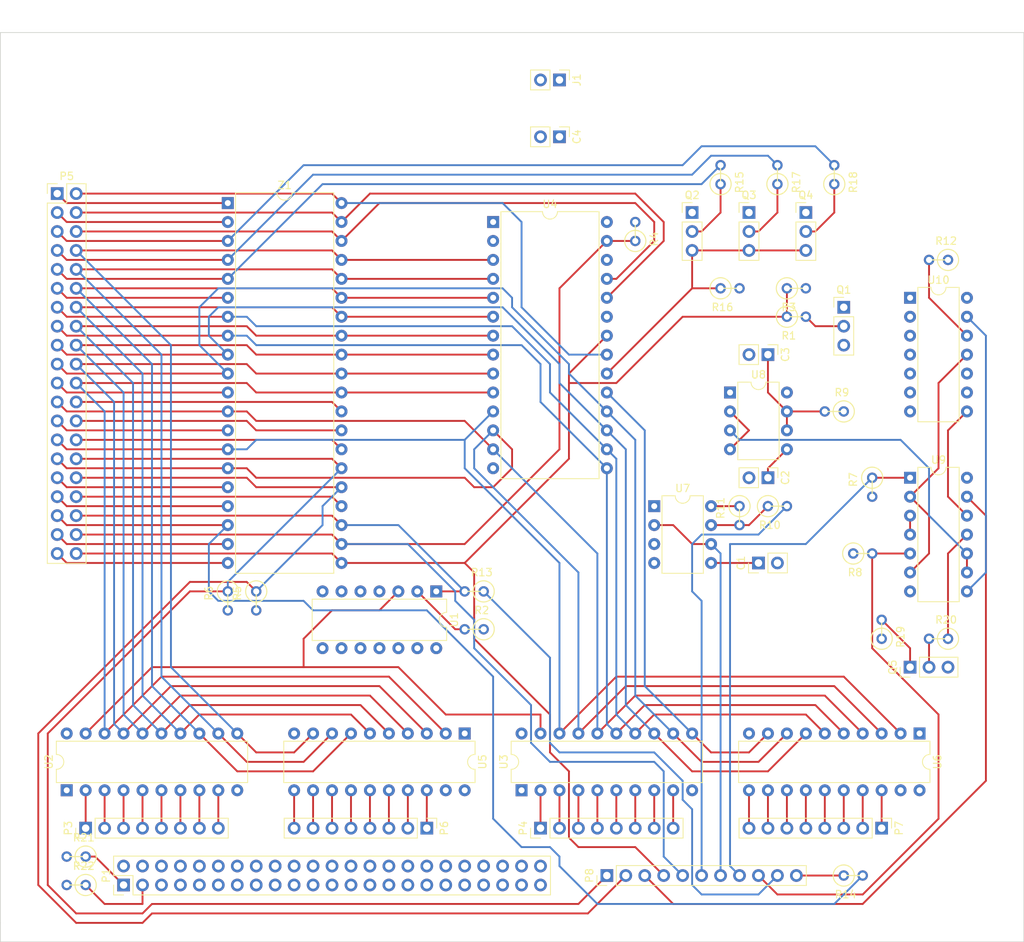
<source format=kicad_pcb>
(kicad_pcb (version 4) (host pcbnew 4.0.5)

  (general
    (links 286)
    (no_connects 104)
    (area 27.889999 50.749999 165.150001 172.770001)
    (thickness 1.6)
    (drawings 6)
    (tracks 485)
    (zones 0)
    (modules 50)
    (nets 101)
  )

  (page A4)
  (title_block
    (title "Z80 Computer")
  )

  (layers
    (0 F.Cu signal)
    (31 B.Cu signal)
    (33 F.Adhes user)
    (35 F.Paste user)
    (37 F.SilkS user)
    (39 F.Mask user)
    (40 Dwgs.User user)
    (41 Cmts.User user)
    (42 Eco1.User user)
    (43 Eco2.User user)
    (44 Edge.Cuts user)
    (45 Margin user)
    (47 F.CrtYd user)
    (49 F.Fab user)
  )

  (setup
    (last_trace_width 0.25)
    (trace_clearance 0.25)
    (zone_clearance 0.508)
    (zone_45_only no)
    (trace_min 0.2)
    (segment_width 0.2)
    (edge_width 0.1)
    (via_size 0.6)
    (via_drill 0.4)
    (via_min_size 0.4)
    (via_min_drill 0.3)
    (uvia_size 0.3)
    (uvia_drill 0.1)
    (uvias_allowed no)
    (uvia_min_size 0.2)
    (uvia_min_drill 0.1)
    (pcb_text_width 0.3)
    (pcb_text_size 1.5 1.5)
    (mod_edge_width 0.15)
    (mod_text_size 1 1)
    (mod_text_width 0.15)
    (pad_size 1.5 1.5)
    (pad_drill 0.6)
    (pad_to_mask_clearance 0)
    (aux_axis_origin 0 0)
    (visible_elements 7FFFFFFF)
    (pcbplotparams
      (layerselection 0x00030_80000001)
      (usegerberextensions false)
      (excludeedgelayer true)
      (linewidth 0.100000)
      (plotframeref false)
      (viasonmask false)
      (mode 1)
      (useauxorigin false)
      (hpglpennumber 1)
      (hpglpenspeed 20)
      (hpglpendiameter 15)
      (hpglpenoverlay 2)
      (psnegative false)
      (psa4output false)
      (plotreference true)
      (plotvalue true)
      (plotinvisibletext false)
      (padsonsilk false)
      (subtractmaskfromsilk false)
      (outputformat 1)
      (mirror false)
      (drillshape 1)
      (scaleselection 1)
      (outputdirectory ""))
  )

  (net 0 "")
  (net 1 "Net-(C1-Pad1)")
  (net 2 GND)
  (net 3 "Net-(C2-Pad1)")
  (net 4 "Net-(C3-Pad1)")
  (net 5 VCC)
  (net 6 "Net-(P1-Pad1)")
  (net 7 "Net-(P1-Pad3)")
  (net 8 "Net-(P3-Pad1)")
  (net 9 "Net-(P3-Pad2)")
  (net 10 "Net-(P3-Pad3)")
  (net 11 "Net-(P3-Pad4)")
  (net 12 "Net-(P3-Pad5)")
  (net 13 "Net-(P3-Pad6)")
  (net 14 "Net-(P3-Pad7)")
  (net 15 "Net-(P3-Pad8)")
  (net 16 "Net-(P4-Pad1)")
  (net 17 "Net-(P4-Pad2)")
  (net 18 "Net-(P4-Pad3)")
  (net 19 "Net-(P4-Pad4)")
  (net 20 "Net-(P4-Pad5)")
  (net 21 "Net-(P4-Pad6)")
  (net 22 "Net-(P4-Pad7)")
  (net 23 "Net-(P4-Pad8)")
  (net 24 "Net-(P5-Pad1)")
  (net 25 "Net-(P5-Pad2)")
  (net 26 "Net-(P5-Pad3)")
  (net 27 "Net-(P5-Pad4)")
  (net 28 "Net-(P5-Pad5)")
  (net 29 "Net-(P5-Pad6)")
  (net 30 "Net-(P5-Pad7)")
  (net 31 "Net-(P5-Pad8)")
  (net 32 "Net-(P5-Pad9)")
  (net 33 "Net-(P5-Pad10)")
  (net 34 CLK)
  (net 35 "Net-(P5-Pad12)")
  (net 36 "Net-(P5-Pad13)")
  (net 37 "Net-(P5-Pad14)")
  (net 38 "Net-(P5-Pad15)")
  (net 39 "Net-(P5-Pad16)")
  (net 40 "Net-(P5-Pad17)")
  (net 41 "Net-(P5-Pad18)")
  (net 42 "Net-(P5-Pad19)")
  (net 43 "Net-(P5-Pad20)")
  (net 44 "Net-(P5-Pad22)")
  (net 45 "Net-(P5-Pad23)")
  (net 46 "Net-(P5-Pad25)")
  (net 47 RFSH)
  (net 48 "Net-(P5-Pad27)")
  (net 49 M1)
  (net 50 "Net-(P5-Pad29)")
  (net 51 RESET)
  (net 52 INT)
  (net 53 BUSRQ)
  (net 54 NMI)
  (net 55 WAIT)
  (net 56 HALT)
  (net 57 BUSACK)
  (net 58 MREQ)
  (net 59 WR)
  (net 60 IOREQ)
  (net 61 RD)
  (net 62 "Net-(P6-Pad1)")
  (net 63 "Net-(P6-Pad2)")
  (net 64 "Net-(P6-Pad3)")
  (net 65 "Net-(P6-Pad4)")
  (net 66 "Net-(P6-Pad5)")
  (net 67 "Net-(P6-Pad6)")
  (net 68 "Net-(P6-Pad7)")
  (net 69 "Net-(P6-Pad8)")
  (net 70 "Net-(P7-Pad1)")
  (net 71 "Net-(P7-Pad2)")
  (net 72 "Net-(P7-Pad3)")
  (net 73 "Net-(P7-Pad4)")
  (net 74 "Net-(P7-Pad5)")
  (net 75 "Net-(P7-Pad6)")
  (net 76 "Net-(P7-Pad7)")
  (net 77 "Net-(P7-Pad8)")
  (net 78 "Net-(P8-Pad3)")
  (net 79 "Net-(P8-Pad6)")
  (net 80 "Net-(P8-Pad7)")
  (net 81 "Net-(P8-Pad8)")
  (net 82 "Net-(P8-Pad9)")
  (net 83 "Net-(P8-Pad10)")
  (net 84 "Net-(P8-Pad11)")
  (net 85 "Net-(Q1-Pad1)")
  (net 86 "Net-(Q1-Pad2)")
  (net 87 "Net-(Q2-Pad2)")
  (net 88 "Net-(Q2-Pad3)")
  (net 89 "Net-(Q3-Pad2)")
  (net 90 "Net-(Q4-Pad2)")
  (net 91 "Net-(Q5-Pad2)")
  (net 92 "Net-(R10-Pad1)")
  (net 93 "Net-(R12-Pad2)")
  (net 94 "Net-(R20-Pad1)")
  (net 95 "Net-(U1-Pad3)")
  (net 96 "Net-(U8-Pad3)")
  (net 97 "Net-(U10-Pad13)")
  (net 98 "Net-(U10-Pad11)")
  (net 99 "Net-(U9-Pad3)")
  (net 100 "Net-(U10-Pad8)")

  (net_class Default "This is the default net class."
    (clearance 0.25)
    (trace_width 0.25)
    (via_dia 0.6)
    (via_drill 0.4)
    (uvia_dia 0.3)
    (uvia_drill 0.1)
    (add_net BUSACK)
    (add_net BUSRQ)
    (add_net CLK)
    (add_net GND)
    (add_net HALT)
    (add_net INT)
    (add_net IOREQ)
    (add_net M1)
    (add_net MREQ)
    (add_net NMI)
    (add_net "Net-(C1-Pad1)")
    (add_net "Net-(C2-Pad1)")
    (add_net "Net-(C3-Pad1)")
    (add_net "Net-(P1-Pad1)")
    (add_net "Net-(P1-Pad3)")
    (add_net "Net-(P3-Pad1)")
    (add_net "Net-(P3-Pad2)")
    (add_net "Net-(P3-Pad3)")
    (add_net "Net-(P3-Pad4)")
    (add_net "Net-(P3-Pad5)")
    (add_net "Net-(P3-Pad6)")
    (add_net "Net-(P3-Pad7)")
    (add_net "Net-(P3-Pad8)")
    (add_net "Net-(P4-Pad1)")
    (add_net "Net-(P4-Pad2)")
    (add_net "Net-(P4-Pad3)")
    (add_net "Net-(P4-Pad4)")
    (add_net "Net-(P4-Pad5)")
    (add_net "Net-(P4-Pad6)")
    (add_net "Net-(P4-Pad7)")
    (add_net "Net-(P4-Pad8)")
    (add_net "Net-(P5-Pad1)")
    (add_net "Net-(P5-Pad10)")
    (add_net "Net-(P5-Pad12)")
    (add_net "Net-(P5-Pad13)")
    (add_net "Net-(P5-Pad14)")
    (add_net "Net-(P5-Pad15)")
    (add_net "Net-(P5-Pad16)")
    (add_net "Net-(P5-Pad17)")
    (add_net "Net-(P5-Pad18)")
    (add_net "Net-(P5-Pad19)")
    (add_net "Net-(P5-Pad2)")
    (add_net "Net-(P5-Pad20)")
    (add_net "Net-(P5-Pad22)")
    (add_net "Net-(P5-Pad23)")
    (add_net "Net-(P5-Pad25)")
    (add_net "Net-(P5-Pad27)")
    (add_net "Net-(P5-Pad29)")
    (add_net "Net-(P5-Pad3)")
    (add_net "Net-(P5-Pad4)")
    (add_net "Net-(P5-Pad5)")
    (add_net "Net-(P5-Pad6)")
    (add_net "Net-(P5-Pad7)")
    (add_net "Net-(P5-Pad8)")
    (add_net "Net-(P5-Pad9)")
    (add_net "Net-(P6-Pad1)")
    (add_net "Net-(P6-Pad2)")
    (add_net "Net-(P6-Pad3)")
    (add_net "Net-(P6-Pad4)")
    (add_net "Net-(P6-Pad5)")
    (add_net "Net-(P6-Pad6)")
    (add_net "Net-(P6-Pad7)")
    (add_net "Net-(P6-Pad8)")
    (add_net "Net-(P7-Pad1)")
    (add_net "Net-(P7-Pad2)")
    (add_net "Net-(P7-Pad3)")
    (add_net "Net-(P7-Pad4)")
    (add_net "Net-(P7-Pad5)")
    (add_net "Net-(P7-Pad6)")
    (add_net "Net-(P7-Pad7)")
    (add_net "Net-(P7-Pad8)")
    (add_net "Net-(P8-Pad10)")
    (add_net "Net-(P8-Pad11)")
    (add_net "Net-(P8-Pad3)")
    (add_net "Net-(P8-Pad6)")
    (add_net "Net-(P8-Pad7)")
    (add_net "Net-(P8-Pad8)")
    (add_net "Net-(P8-Pad9)")
    (add_net "Net-(Q1-Pad1)")
    (add_net "Net-(Q1-Pad2)")
    (add_net "Net-(Q2-Pad2)")
    (add_net "Net-(Q2-Pad3)")
    (add_net "Net-(Q3-Pad2)")
    (add_net "Net-(Q4-Pad2)")
    (add_net "Net-(Q5-Pad2)")
    (add_net "Net-(R10-Pad1)")
    (add_net "Net-(R12-Pad2)")
    (add_net "Net-(R20-Pad1)")
    (add_net "Net-(U1-Pad3)")
    (add_net "Net-(U10-Pad11)")
    (add_net "Net-(U10-Pad13)")
    (add_net "Net-(U10-Pad8)")
    (add_net "Net-(U8-Pad3)")
    (add_net "Net-(U9-Pad3)")
    (add_net RD)
    (add_net RESET)
    (add_net RFSH)
    (add_net VCC)
    (add_net WAIT)
    (add_net WR)
  )

  (module Housings_DIP:DIP-40_W15.24mm (layer F.Cu) (tedit 586281B5) (tstamp 58D47A75)
    (at 58.42 73.66)
    (descr "40-lead dip package, row spacing 15.24 mm (600 mils)")
    (tags "DIL DIP PDIP 2.54mm 15.24mm 600mil")
    (path /58C38420)
    (fp_text reference Z1 (at 7.62 -2.39) (layer F.SilkS)
      (effects (font (size 1 1) (thickness 0.15)))
    )
    (fp_text value Z80 (at 7.62 50.65) (layer F.Fab)
      (effects (font (size 1 1) (thickness 0.15)))
    )
    (fp_arc (start 7.62 -1.39) (end 6.62 -1.39) (angle -180) (layer F.SilkS) (width 0.12))
    (fp_line (start 1.255 -1.27) (end 14.985 -1.27) (layer F.Fab) (width 0.1))
    (fp_line (start 14.985 -1.27) (end 14.985 49.53) (layer F.Fab) (width 0.1))
    (fp_line (start 14.985 49.53) (end 0.255 49.53) (layer F.Fab) (width 0.1))
    (fp_line (start 0.255 49.53) (end 0.255 -0.27) (layer F.Fab) (width 0.1))
    (fp_line (start 0.255 -0.27) (end 1.255 -1.27) (layer F.Fab) (width 0.1))
    (fp_line (start 6.62 -1.39) (end 1.04 -1.39) (layer F.SilkS) (width 0.12))
    (fp_line (start 1.04 -1.39) (end 1.04 49.65) (layer F.SilkS) (width 0.12))
    (fp_line (start 1.04 49.65) (end 14.2 49.65) (layer F.SilkS) (width 0.12))
    (fp_line (start 14.2 49.65) (end 14.2 -1.39) (layer F.SilkS) (width 0.12))
    (fp_line (start 14.2 -1.39) (end 8.62 -1.39) (layer F.SilkS) (width 0.12))
    (fp_line (start -1.1 -1.6) (end -1.1 49.8) (layer F.CrtYd) (width 0.05))
    (fp_line (start -1.1 49.8) (end 16.3 49.8) (layer F.CrtYd) (width 0.05))
    (fp_line (start 16.3 49.8) (end 16.3 -1.6) (layer F.CrtYd) (width 0.05))
    (fp_line (start 16.3 -1.6) (end -1.1 -1.6) (layer F.CrtYd) (width 0.05))
    (pad 1 thru_hole rect (at 0 0) (size 1.6 1.6) (drill 0.8) (layers *.Cu *.Mask)
      (net 24 "Net-(P5-Pad1)"))
    (pad 21 thru_hole oval (at 15.24 48.26) (size 1.6 1.6) (drill 0.8) (layers *.Cu *.Mask)
      (net 61 RD))
    (pad 2 thru_hole oval (at 0 2.54) (size 1.6 1.6) (drill 0.8) (layers *.Cu *.Mask)
      (net 26 "Net-(P5-Pad3)"))
    (pad 22 thru_hole oval (at 15.24 45.72) (size 1.6 1.6) (drill 0.8) (layers *.Cu *.Mask)
      (net 59 WR))
    (pad 3 thru_hole oval (at 0 5.08) (size 1.6 1.6) (drill 0.8) (layers *.Cu *.Mask)
      (net 28 "Net-(P5-Pad5)"))
    (pad 23 thru_hole oval (at 15.24 43.18) (size 1.6 1.6) (drill 0.8) (layers *.Cu *.Mask)
      (net 57 BUSACK))
    (pad 4 thru_hole oval (at 0 7.62) (size 1.6 1.6) (drill 0.8) (layers *.Cu *.Mask)
      (net 30 "Net-(P5-Pad7)"))
    (pad 24 thru_hole oval (at 15.24 40.64) (size 1.6 1.6) (drill 0.8) (layers *.Cu *.Mask)
      (net 55 WAIT))
    (pad 5 thru_hole oval (at 0 10.16) (size 1.6 1.6) (drill 0.8) (layers *.Cu *.Mask)
      (net 32 "Net-(P5-Pad9)"))
    (pad 25 thru_hole oval (at 15.24 38.1) (size 1.6 1.6) (drill 0.8) (layers *.Cu *.Mask)
      (net 53 BUSRQ))
    (pad 6 thru_hole oval (at 0 12.7) (size 1.6 1.6) (drill 0.8) (layers *.Cu *.Mask)
      (net 34 CLK))
    (pad 26 thru_hole oval (at 15.24 35.56) (size 1.6 1.6) (drill 0.8) (layers *.Cu *.Mask)
      (net 51 RESET))
    (pad 7 thru_hole oval (at 0 15.24) (size 1.6 1.6) (drill 0.8) (layers *.Cu *.Mask)
      (net 36 "Net-(P5-Pad13)"))
    (pad 27 thru_hole oval (at 15.24 33.02) (size 1.6 1.6) (drill 0.8) (layers *.Cu *.Mask)
      (net 49 M1))
    (pad 8 thru_hole oval (at 0 17.78) (size 1.6 1.6) (drill 0.8) (layers *.Cu *.Mask)
      (net 38 "Net-(P5-Pad15)"))
    (pad 28 thru_hole oval (at 15.24 30.48) (size 1.6 1.6) (drill 0.8) (layers *.Cu *.Mask)
      (net 47 RFSH))
    (pad 9 thru_hole oval (at 0 20.32) (size 1.6 1.6) (drill 0.8) (layers *.Cu *.Mask)
      (net 40 "Net-(P5-Pad17)"))
    (pad 29 thru_hole oval (at 15.24 27.94) (size 1.6 1.6) (drill 0.8) (layers *.Cu *.Mask)
      (net 2 GND))
    (pad 10 thru_hole oval (at 0 22.86) (size 1.6 1.6) (drill 0.8) (layers *.Cu *.Mask)
      (net 42 "Net-(P5-Pad19)"))
    (pad 30 thru_hole oval (at 15.24 25.4) (size 1.6 1.6) (drill 0.8) (layers *.Cu *.Mask)
      (net 44 "Net-(P5-Pad22)"))
    (pad 11 thru_hole oval (at 0 25.4) (size 1.6 1.6) (drill 0.8) (layers *.Cu *.Mask)
      (net 5 VCC))
    (pad 31 thru_hole oval (at 15.24 22.86) (size 1.6 1.6) (drill 0.8) (layers *.Cu *.Mask)
      (net 43 "Net-(P5-Pad20)"))
    (pad 12 thru_hole oval (at 0 27.94) (size 1.6 1.6) (drill 0.8) (layers *.Cu *.Mask)
      (net 45 "Net-(P5-Pad23)"))
    (pad 32 thru_hole oval (at 15.24 20.32) (size 1.6 1.6) (drill 0.8) (layers *.Cu *.Mask)
      (net 41 "Net-(P5-Pad18)"))
    (pad 13 thru_hole oval (at 0 30.48) (size 1.6 1.6) (drill 0.8) (layers *.Cu *.Mask)
      (net 46 "Net-(P5-Pad25)"))
    (pad 33 thru_hole oval (at 15.24 17.78) (size 1.6 1.6) (drill 0.8) (layers *.Cu *.Mask)
      (net 39 "Net-(P5-Pad16)"))
    (pad 14 thru_hole oval (at 0 33.02) (size 1.6 1.6) (drill 0.8) (layers *.Cu *.Mask)
      (net 48 "Net-(P5-Pad27)"))
    (pad 34 thru_hole oval (at 15.24 15.24) (size 1.6 1.6) (drill 0.8) (layers *.Cu *.Mask)
      (net 37 "Net-(P5-Pad14)"))
    (pad 15 thru_hole oval (at 0 35.56) (size 1.6 1.6) (drill 0.8) (layers *.Cu *.Mask)
      (net 50 "Net-(P5-Pad29)"))
    (pad 35 thru_hole oval (at 15.24 12.7) (size 1.6 1.6) (drill 0.8) (layers *.Cu *.Mask)
      (net 35 "Net-(P5-Pad12)"))
    (pad 16 thru_hole oval (at 0 38.1) (size 1.6 1.6) (drill 0.8) (layers *.Cu *.Mask)
      (net 52 INT))
    (pad 36 thru_hole oval (at 15.24 10.16) (size 1.6 1.6) (drill 0.8) (layers *.Cu *.Mask)
      (net 33 "Net-(P5-Pad10)"))
    (pad 17 thru_hole oval (at 0 40.64) (size 1.6 1.6) (drill 0.8) (layers *.Cu *.Mask)
      (net 54 NMI))
    (pad 37 thru_hole oval (at 15.24 7.62) (size 1.6 1.6) (drill 0.8) (layers *.Cu *.Mask)
      (net 31 "Net-(P5-Pad8)"))
    (pad 18 thru_hole oval (at 0 43.18) (size 1.6 1.6) (drill 0.8) (layers *.Cu *.Mask)
      (net 56 HALT))
    (pad 38 thru_hole oval (at 15.24 5.08) (size 1.6 1.6) (drill 0.8) (layers *.Cu *.Mask)
      (net 29 "Net-(P5-Pad6)"))
    (pad 19 thru_hole oval (at 0 45.72) (size 1.6 1.6) (drill 0.8) (layers *.Cu *.Mask)
      (net 58 MREQ))
    (pad 39 thru_hole oval (at 15.24 2.54) (size 1.6 1.6) (drill 0.8) (layers *.Cu *.Mask)
      (net 27 "Net-(P5-Pad4)"))
    (pad 20 thru_hole oval (at 0 48.26) (size 1.6 1.6) (drill 0.8) (layers *.Cu *.Mask)
      (net 60 IOREQ))
    (pad 40 thru_hole oval (at 15.24 0) (size 1.6 1.6) (drill 0.8) (layers *.Cu *.Mask)
      (net 25 "Net-(P5-Pad2)"))
    (model Housings_DIP.3dshapes/DIP-40_W15.24mm.wrl
      (at (xyz 0 0 0))
      (scale (xyz 1 1 1))
      (rotate (xyz 0 0 0))
    )
  )

  (module Housings_DIP:DIP-28_W15.24mm (layer F.Cu) (tedit 586281B5) (tstamp 58D479DD)
    (at 93.98 76.2)
    (descr "28-lead dip package, row spacing 15.24 mm (600 mils)")
    (tags "DIL DIP PDIP 2.54mm 15.24mm 600mil")
    (path /58C389AB)
    (fp_text reference U4 (at 7.62 -2.39) (layer F.SilkS)
      (effects (font (size 1 1) (thickness 0.15)))
    )
    (fp_text value AS6C6264 (at 7.62 35.41) (layer F.Fab)
      (effects (font (size 1 1) (thickness 0.15)))
    )
    (fp_arc (start 7.62 -1.39) (end 6.62 -1.39) (angle -180) (layer F.SilkS) (width 0.12))
    (fp_line (start 1.255 -1.27) (end 14.985 -1.27) (layer F.Fab) (width 0.1))
    (fp_line (start 14.985 -1.27) (end 14.985 34.29) (layer F.Fab) (width 0.1))
    (fp_line (start 14.985 34.29) (end 0.255 34.29) (layer F.Fab) (width 0.1))
    (fp_line (start 0.255 34.29) (end 0.255 -0.27) (layer F.Fab) (width 0.1))
    (fp_line (start 0.255 -0.27) (end 1.255 -1.27) (layer F.Fab) (width 0.1))
    (fp_line (start 6.62 -1.39) (end 1.04 -1.39) (layer F.SilkS) (width 0.12))
    (fp_line (start 1.04 -1.39) (end 1.04 34.41) (layer F.SilkS) (width 0.12))
    (fp_line (start 1.04 34.41) (end 14.2 34.41) (layer F.SilkS) (width 0.12))
    (fp_line (start 14.2 34.41) (end 14.2 -1.39) (layer F.SilkS) (width 0.12))
    (fp_line (start 14.2 -1.39) (end 8.62 -1.39) (layer F.SilkS) (width 0.12))
    (fp_line (start -1.1 -1.6) (end -1.1 34.6) (layer F.CrtYd) (width 0.05))
    (fp_line (start -1.1 34.6) (end 16.3 34.6) (layer F.CrtYd) (width 0.05))
    (fp_line (start 16.3 34.6) (end 16.3 -1.6) (layer F.CrtYd) (width 0.05))
    (fp_line (start 16.3 -1.6) (end -1.1 -1.6) (layer F.CrtYd) (width 0.05))
    (pad 1 thru_hole rect (at 0 0) (size 1.6 1.6) (drill 0.8) (layers *.Cu *.Mask))
    (pad 15 thru_hole oval (at 15.24 33.02) (size 1.6 1.6) (drill 0.8) (layers *.Cu *.Mask)
      (net 38 "Net-(P5-Pad15)"))
    (pad 2 thru_hole oval (at 0 2.54) (size 1.6 1.6) (drill 0.8) (layers *.Cu *.Mask)
      (net 26 "Net-(P5-Pad3)"))
    (pad 16 thru_hole oval (at 15.24 30.48) (size 1.6 1.6) (drill 0.8) (layers *.Cu *.Mask)
      (net 36 "Net-(P5-Pad13)"))
    (pad 3 thru_hole oval (at 0 5.08) (size 1.6 1.6) (drill 0.8) (layers *.Cu *.Mask)
      (net 31 "Net-(P5-Pad8)"))
    (pad 17 thru_hole oval (at 15.24 27.94) (size 1.6 1.6) (drill 0.8) (layers *.Cu *.Mask)
      (net 40 "Net-(P5-Pad17)"))
    (pad 4 thru_hole oval (at 0 7.62) (size 1.6 1.6) (drill 0.8) (layers *.Cu *.Mask)
      (net 33 "Net-(P5-Pad10)"))
    (pad 18 thru_hole oval (at 15.24 25.4) (size 1.6 1.6) (drill 0.8) (layers *.Cu *.Mask)
      (net 42 "Net-(P5-Pad19)"))
    (pad 5 thru_hole oval (at 0 10.16) (size 1.6 1.6) (drill 0.8) (layers *.Cu *.Mask)
      (net 35 "Net-(P5-Pad12)"))
    (pad 19 thru_hole oval (at 15.24 22.86) (size 1.6 1.6) (drill 0.8) (layers *.Cu *.Mask)
      (net 46 "Net-(P5-Pad25)"))
    (pad 6 thru_hole oval (at 0 12.7) (size 1.6 1.6) (drill 0.8) (layers *.Cu *.Mask)
      (net 37 "Net-(P5-Pad14)"))
    (pad 20 thru_hole oval (at 15.24 20.32) (size 1.6 1.6) (drill 0.8) (layers *.Cu *.Mask)
      (net 88 "Net-(Q2-Pad3)"))
    (pad 7 thru_hole oval (at 0 15.24) (size 1.6 1.6) (drill 0.8) (layers *.Cu *.Mask)
      (net 39 "Net-(P5-Pad16)"))
    (pad 21 thru_hole oval (at 15.24 17.78) (size 1.6 1.6) (drill 0.8) (layers *.Cu *.Mask)
      (net 25 "Net-(P5-Pad2)"))
    (pad 8 thru_hole oval (at 0 17.78) (size 1.6 1.6) (drill 0.8) (layers *.Cu *.Mask)
      (net 41 "Net-(P5-Pad18)"))
    (pad 22 thru_hole oval (at 15.24 15.24) (size 1.6 1.6) (drill 0.8) (layers *.Cu *.Mask)
      (net 61 RD))
    (pad 9 thru_hole oval (at 0 20.32) (size 1.6 1.6) (drill 0.8) (layers *.Cu *.Mask)
      (net 43 "Net-(P5-Pad20)"))
    (pad 23 thru_hole oval (at 15.24 12.7) (size 1.6 1.6) (drill 0.8) (layers *.Cu *.Mask)
      (net 24 "Net-(P5-Pad1)"))
    (pad 10 thru_hole oval (at 0 22.86) (size 1.6 1.6) (drill 0.8) (layers *.Cu *.Mask)
      (net 44 "Net-(P5-Pad22)"))
    (pad 24 thru_hole oval (at 15.24 10.16) (size 1.6 1.6) (drill 0.8) (layers *.Cu *.Mask)
      (net 27 "Net-(P5-Pad4)"))
    (pad 11 thru_hole oval (at 0 25.4) (size 1.6 1.6) (drill 0.8) (layers *.Cu *.Mask)
      (net 48 "Net-(P5-Pad27)"))
    (pad 25 thru_hole oval (at 15.24 7.62) (size 1.6 1.6) (drill 0.8) (layers *.Cu *.Mask)
      (net 29 "Net-(P5-Pad6)"))
    (pad 12 thru_hole oval (at 0 27.94) (size 1.6 1.6) (drill 0.8) (layers *.Cu *.Mask)
      (net 50 "Net-(P5-Pad29)"))
    (pad 26 thru_hole oval (at 15.24 5.08) (size 1.6 1.6) (drill 0.8) (layers *.Cu *.Mask)
      (net 2 GND))
    (pad 13 thru_hole oval (at 0 30.48) (size 1.6 1.6) (drill 0.8) (layers *.Cu *.Mask)
      (net 45 "Net-(P5-Pad23)"))
    (pad 27 thru_hole oval (at 15.24 2.54) (size 1.6 1.6) (drill 0.8) (layers *.Cu *.Mask)
      (net 59 WR))
    (pad 14 thru_hole oval (at 0 33.02) (size 1.6 1.6) (drill 0.8) (layers *.Cu *.Mask)
      (net 2 GND))
    (pad 28 thru_hole oval (at 15.24 0) (size 1.6 1.6) (drill 0.8) (layers *.Cu *.Mask)
      (net 5 VCC))
    (model Housings_DIP.3dshapes/DIP-28_W15.24mm.wrl
      (at (xyz 0 0 0))
      (scale (xyz 1 1 1))
      (rotate (xyz 0 0 0))
    )
  )

  (module Pin_Headers:Pin_Header_Straight_2x20_Pitch2.54mm (layer F.Cu) (tedit 58CD4EC6) (tstamp 58D478AD)
    (at 35.56 72.39)
    (descr "Through hole straight pin header, 2x20, 2.54mm pitch, double rows")
    (tags "Through hole pin header THT 2x20 2.54mm double row")
    (path /58C3FD08)
    (fp_text reference P5 (at 1.27 -2.33) (layer F.SilkS)
      (effects (font (size 1 1) (thickness 0.15)))
    )
    (fp_text value CONN_02X20 (at 1.27 50.59) (layer F.Fab)
      (effects (font (size 1 1) (thickness 0.15)))
    )
    (fp_line (start -1.27 -1.27) (end -1.27 49.53) (layer F.Fab) (width 0.1))
    (fp_line (start -1.27 49.53) (end 3.81 49.53) (layer F.Fab) (width 0.1))
    (fp_line (start 3.81 49.53) (end 3.81 -1.27) (layer F.Fab) (width 0.1))
    (fp_line (start 3.81 -1.27) (end -1.27 -1.27) (layer F.Fab) (width 0.1))
    (fp_line (start -1.33 1.27) (end -1.33 49.59) (layer F.SilkS) (width 0.12))
    (fp_line (start -1.33 49.59) (end 3.87 49.59) (layer F.SilkS) (width 0.12))
    (fp_line (start 3.87 49.59) (end 3.87 -1.33) (layer F.SilkS) (width 0.12))
    (fp_line (start 3.87 -1.33) (end 1.27 -1.33) (layer F.SilkS) (width 0.12))
    (fp_line (start 1.27 -1.33) (end 1.27 1.27) (layer F.SilkS) (width 0.12))
    (fp_line (start 1.27 1.27) (end -1.33 1.27) (layer F.SilkS) (width 0.12))
    (fp_line (start -1.33 0) (end -1.33 -1.33) (layer F.SilkS) (width 0.12))
    (fp_line (start -1.33 -1.33) (end 0 -1.33) (layer F.SilkS) (width 0.12))
    (fp_line (start -1.8 -1.8) (end -1.8 50.05) (layer F.CrtYd) (width 0.05))
    (fp_line (start -1.8 50.05) (end 4.35 50.05) (layer F.CrtYd) (width 0.05))
    (fp_line (start 4.35 50.05) (end 4.35 -1.8) (layer F.CrtYd) (width 0.05))
    (fp_line (start 4.35 -1.8) (end -1.8 -1.8) (layer F.CrtYd) (width 0.05))
    (fp_text user %R (at 1.27 -2.33) (layer F.Fab)
      (effects (font (size 1 1) (thickness 0.15)))
    )
    (pad 1 thru_hole rect (at 0 0) (size 1.7 1.7) (drill 1) (layers *.Cu *.Mask)
      (net 24 "Net-(P5-Pad1)"))
    (pad 2 thru_hole oval (at 2.54 0) (size 1.7 1.7) (drill 1) (layers *.Cu *.Mask)
      (net 25 "Net-(P5-Pad2)"))
    (pad 3 thru_hole oval (at 0 2.54) (size 1.7 1.7) (drill 1) (layers *.Cu *.Mask)
      (net 26 "Net-(P5-Pad3)"))
    (pad 4 thru_hole oval (at 2.54 2.54) (size 1.7 1.7) (drill 1) (layers *.Cu *.Mask)
      (net 27 "Net-(P5-Pad4)"))
    (pad 5 thru_hole oval (at 0 5.08) (size 1.7 1.7) (drill 1) (layers *.Cu *.Mask)
      (net 28 "Net-(P5-Pad5)"))
    (pad 6 thru_hole oval (at 2.54 5.08) (size 1.7 1.7) (drill 1) (layers *.Cu *.Mask)
      (net 29 "Net-(P5-Pad6)"))
    (pad 7 thru_hole oval (at 0 7.62) (size 1.7 1.7) (drill 1) (layers *.Cu *.Mask)
      (net 30 "Net-(P5-Pad7)"))
    (pad 8 thru_hole oval (at 2.54 7.62) (size 1.7 1.7) (drill 1) (layers *.Cu *.Mask)
      (net 31 "Net-(P5-Pad8)"))
    (pad 9 thru_hole oval (at 0 10.16) (size 1.7 1.7) (drill 1) (layers *.Cu *.Mask)
      (net 32 "Net-(P5-Pad9)"))
    (pad 10 thru_hole oval (at 2.54 10.16) (size 1.7 1.7) (drill 1) (layers *.Cu *.Mask)
      (net 33 "Net-(P5-Pad10)"))
    (pad 11 thru_hole oval (at 0 12.7) (size 1.7 1.7) (drill 1) (layers *.Cu *.Mask)
      (net 34 CLK))
    (pad 12 thru_hole oval (at 2.54 12.7) (size 1.7 1.7) (drill 1) (layers *.Cu *.Mask)
      (net 35 "Net-(P5-Pad12)"))
    (pad 13 thru_hole oval (at 0 15.24) (size 1.7 1.7) (drill 1) (layers *.Cu *.Mask)
      (net 36 "Net-(P5-Pad13)"))
    (pad 14 thru_hole oval (at 2.54 15.24) (size 1.7 1.7) (drill 1) (layers *.Cu *.Mask)
      (net 37 "Net-(P5-Pad14)"))
    (pad 15 thru_hole oval (at 0 17.78) (size 1.7 1.7) (drill 1) (layers *.Cu *.Mask)
      (net 38 "Net-(P5-Pad15)"))
    (pad 16 thru_hole oval (at 2.54 17.78) (size 1.7 1.7) (drill 1) (layers *.Cu *.Mask)
      (net 39 "Net-(P5-Pad16)"))
    (pad 17 thru_hole oval (at 0 20.32) (size 1.7 1.7) (drill 1) (layers *.Cu *.Mask)
      (net 40 "Net-(P5-Pad17)"))
    (pad 18 thru_hole oval (at 2.54 20.32) (size 1.7 1.7) (drill 1) (layers *.Cu *.Mask)
      (net 41 "Net-(P5-Pad18)"))
    (pad 19 thru_hole oval (at 0 22.86) (size 1.7 1.7) (drill 1) (layers *.Cu *.Mask)
      (net 42 "Net-(P5-Pad19)"))
    (pad 20 thru_hole oval (at 2.54 22.86) (size 1.7 1.7) (drill 1) (layers *.Cu *.Mask)
      (net 43 "Net-(P5-Pad20)"))
    (pad 21 thru_hole oval (at 0 25.4) (size 1.7 1.7) (drill 1) (layers *.Cu *.Mask)
      (net 5 VCC))
    (pad 22 thru_hole oval (at 2.54 25.4) (size 1.7 1.7) (drill 1) (layers *.Cu *.Mask)
      (net 44 "Net-(P5-Pad22)"))
    (pad 23 thru_hole oval (at 0 27.94) (size 1.7 1.7) (drill 1) (layers *.Cu *.Mask)
      (net 45 "Net-(P5-Pad23)"))
    (pad 24 thru_hole oval (at 2.54 27.94) (size 1.7 1.7) (drill 1) (layers *.Cu *.Mask)
      (net 2 GND))
    (pad 25 thru_hole oval (at 0 30.48) (size 1.7 1.7) (drill 1) (layers *.Cu *.Mask)
      (net 46 "Net-(P5-Pad25)"))
    (pad 26 thru_hole oval (at 2.54 30.48) (size 1.7 1.7) (drill 1) (layers *.Cu *.Mask)
      (net 47 RFSH))
    (pad 27 thru_hole oval (at 0 33.02) (size 1.7 1.7) (drill 1) (layers *.Cu *.Mask)
      (net 48 "Net-(P5-Pad27)"))
    (pad 28 thru_hole oval (at 2.54 33.02) (size 1.7 1.7) (drill 1) (layers *.Cu *.Mask)
      (net 49 M1))
    (pad 29 thru_hole oval (at 0 35.56) (size 1.7 1.7) (drill 1) (layers *.Cu *.Mask)
      (net 50 "Net-(P5-Pad29)"))
    (pad 30 thru_hole oval (at 2.54 35.56) (size 1.7 1.7) (drill 1) (layers *.Cu *.Mask)
      (net 51 RESET))
    (pad 31 thru_hole oval (at 0 38.1) (size 1.7 1.7) (drill 1) (layers *.Cu *.Mask)
      (net 52 INT))
    (pad 32 thru_hole oval (at 2.54 38.1) (size 1.7 1.7) (drill 1) (layers *.Cu *.Mask)
      (net 53 BUSRQ))
    (pad 33 thru_hole oval (at 0 40.64) (size 1.7 1.7) (drill 1) (layers *.Cu *.Mask)
      (net 54 NMI))
    (pad 34 thru_hole oval (at 2.54 40.64) (size 1.7 1.7) (drill 1) (layers *.Cu *.Mask)
      (net 55 WAIT))
    (pad 35 thru_hole oval (at 0 43.18) (size 1.7 1.7) (drill 1) (layers *.Cu *.Mask)
      (net 56 HALT))
    (pad 36 thru_hole oval (at 2.54 43.18) (size 1.7 1.7) (drill 1) (layers *.Cu *.Mask)
      (net 57 BUSACK))
    (pad 37 thru_hole oval (at 0 45.72) (size 1.7 1.7) (drill 1) (layers *.Cu *.Mask)
      (net 58 MREQ))
    (pad 38 thru_hole oval (at 2.54 45.72) (size 1.7 1.7) (drill 1) (layers *.Cu *.Mask)
      (net 59 WR))
    (pad 39 thru_hole oval (at 0 48.26) (size 1.7 1.7) (drill 1) (layers *.Cu *.Mask)
      (net 60 IOREQ))
    (pad 40 thru_hole oval (at 2.54 48.26) (size 1.7 1.7) (drill 1) (layers *.Cu *.Mask)
      (net 61 RD))
    (model ${KISYS3DMOD}/Pin_Headers.3dshapes/Pin_Header_Straight_2x20_Pitch2.54mm.wrl
      (at (xyz 0.05 -0.95 0))
      (scale (xyz 1 1 1))
      (rotate (xyz 0 0 90))
    )
  )

  (module Pin_Headers:Pin_Header_Straight_1x02_Pitch2.54mm (layer F.Cu) (tedit 58CD4EC1) (tstamp 58D4781F)
    (at 129.54 121.92 90)
    (descr "Through hole straight pin header, 1x02, 2.54mm pitch, single row")
    (tags "Through hole pin header THT 1x02 2.54mm single row")
    (path /58C984B7)
    (fp_text reference C1 (at 0 -2.33 90) (layer F.SilkS)
      (effects (font (size 1 1) (thickness 0.15)))
    )
    (fp_text value 10nF (at 0 4.87 90) (layer F.Fab)
      (effects (font (size 1 1) (thickness 0.15)))
    )
    (fp_line (start -1.27 -1.27) (end -1.27 3.81) (layer F.Fab) (width 0.1))
    (fp_line (start -1.27 3.81) (end 1.27 3.81) (layer F.Fab) (width 0.1))
    (fp_line (start 1.27 3.81) (end 1.27 -1.27) (layer F.Fab) (width 0.1))
    (fp_line (start 1.27 -1.27) (end -1.27 -1.27) (layer F.Fab) (width 0.1))
    (fp_line (start -1.33 1.27) (end -1.33 3.87) (layer F.SilkS) (width 0.12))
    (fp_line (start -1.33 3.87) (end 1.33 3.87) (layer F.SilkS) (width 0.12))
    (fp_line (start 1.33 3.87) (end 1.33 1.27) (layer F.SilkS) (width 0.12))
    (fp_line (start 1.33 1.27) (end -1.33 1.27) (layer F.SilkS) (width 0.12))
    (fp_line (start -1.33 0) (end -1.33 -1.33) (layer F.SilkS) (width 0.12))
    (fp_line (start -1.33 -1.33) (end 0 -1.33) (layer F.SilkS) (width 0.12))
    (fp_line (start -1.8 -1.8) (end -1.8 4.35) (layer F.CrtYd) (width 0.05))
    (fp_line (start -1.8 4.35) (end 1.8 4.35) (layer F.CrtYd) (width 0.05))
    (fp_line (start 1.8 4.35) (end 1.8 -1.8) (layer F.CrtYd) (width 0.05))
    (fp_line (start 1.8 -1.8) (end -1.8 -1.8) (layer F.CrtYd) (width 0.05))
    (fp_text user %R (at 0 -2.33 90) (layer F.Fab)
      (effects (font (size 1 1) (thickness 0.15)))
    )
    (pad 1 thru_hole rect (at 0 0 90) (size 1.7 1.7) (drill 1) (layers *.Cu *.Mask)
      (net 1 "Net-(C1-Pad1)"))
    (pad 2 thru_hole oval (at 0 2.54 90) (size 1.7 1.7) (drill 1) (layers *.Cu *.Mask)
      (net 2 GND))
    (model ${KISYS3DMOD}/Pin_Headers.3dshapes/Pin_Header_Straight_1x02_Pitch2.54mm.wrl
      (at (xyz 0 -0.05 0))
      (scale (xyz 1 1 1))
      (rotate (xyz 0 0 90))
    )
  )

  (module Pin_Headers:Pin_Header_Straight_1x02_Pitch2.54mm (layer F.Cu) (tedit 58CD4EC1) (tstamp 58D47825)
    (at 130.81 110.49 270)
    (descr "Through hole straight pin header, 1x02, 2.54mm pitch, single row")
    (tags "Through hole pin header THT 1x02 2.54mm single row")
    (path /58C9BC15)
    (fp_text reference C2 (at 0 -2.33 270) (layer F.SilkS)
      (effects (font (size 1 1) (thickness 0.15)))
    )
    (fp_text value 10nF (at 0 4.87 270) (layer F.Fab)
      (effects (font (size 1 1) (thickness 0.15)))
    )
    (fp_line (start -1.27 -1.27) (end -1.27 3.81) (layer F.Fab) (width 0.1))
    (fp_line (start -1.27 3.81) (end 1.27 3.81) (layer F.Fab) (width 0.1))
    (fp_line (start 1.27 3.81) (end 1.27 -1.27) (layer F.Fab) (width 0.1))
    (fp_line (start 1.27 -1.27) (end -1.27 -1.27) (layer F.Fab) (width 0.1))
    (fp_line (start -1.33 1.27) (end -1.33 3.87) (layer F.SilkS) (width 0.12))
    (fp_line (start -1.33 3.87) (end 1.33 3.87) (layer F.SilkS) (width 0.12))
    (fp_line (start 1.33 3.87) (end 1.33 1.27) (layer F.SilkS) (width 0.12))
    (fp_line (start 1.33 1.27) (end -1.33 1.27) (layer F.SilkS) (width 0.12))
    (fp_line (start -1.33 0) (end -1.33 -1.33) (layer F.SilkS) (width 0.12))
    (fp_line (start -1.33 -1.33) (end 0 -1.33) (layer F.SilkS) (width 0.12))
    (fp_line (start -1.8 -1.8) (end -1.8 4.35) (layer F.CrtYd) (width 0.05))
    (fp_line (start -1.8 4.35) (end 1.8 4.35) (layer F.CrtYd) (width 0.05))
    (fp_line (start 1.8 4.35) (end 1.8 -1.8) (layer F.CrtYd) (width 0.05))
    (fp_line (start 1.8 -1.8) (end -1.8 -1.8) (layer F.CrtYd) (width 0.05))
    (fp_text user %R (at 0 -2.33 270) (layer F.Fab)
      (effects (font (size 1 1) (thickness 0.15)))
    )
    (pad 1 thru_hole rect (at 0 0 270) (size 1.7 1.7) (drill 1) (layers *.Cu *.Mask)
      (net 3 "Net-(C2-Pad1)"))
    (pad 2 thru_hole oval (at 0 2.54 270) (size 1.7 1.7) (drill 1) (layers *.Cu *.Mask)
      (net 2 GND))
    (model ${KISYS3DMOD}/Pin_Headers.3dshapes/Pin_Header_Straight_1x02_Pitch2.54mm.wrl
      (at (xyz 0 -0.05 0))
      (scale (xyz 1 1 1))
      (rotate (xyz 0 0 90))
    )
  )

  (module Pin_Headers:Pin_Header_Straight_1x02_Pitch2.54mm (layer F.Cu) (tedit 58CD4EC1) (tstamp 58D4782B)
    (at 130.81 93.98 270)
    (descr "Through hole straight pin header, 1x02, 2.54mm pitch, single row")
    (tags "Through hole pin header THT 1x02 2.54mm single row")
    (path /58C9C216)
    (fp_text reference C3 (at 0 -2.33 270) (layer F.SilkS)
      (effects (font (size 1 1) (thickness 0.15)))
    )
    (fp_text value 10nF (at 0 4.87 270) (layer F.Fab)
      (effects (font (size 1 1) (thickness 0.15)))
    )
    (fp_line (start -1.27 -1.27) (end -1.27 3.81) (layer F.Fab) (width 0.1))
    (fp_line (start -1.27 3.81) (end 1.27 3.81) (layer F.Fab) (width 0.1))
    (fp_line (start 1.27 3.81) (end 1.27 -1.27) (layer F.Fab) (width 0.1))
    (fp_line (start 1.27 -1.27) (end -1.27 -1.27) (layer F.Fab) (width 0.1))
    (fp_line (start -1.33 1.27) (end -1.33 3.87) (layer F.SilkS) (width 0.12))
    (fp_line (start -1.33 3.87) (end 1.33 3.87) (layer F.SilkS) (width 0.12))
    (fp_line (start 1.33 3.87) (end 1.33 1.27) (layer F.SilkS) (width 0.12))
    (fp_line (start 1.33 1.27) (end -1.33 1.27) (layer F.SilkS) (width 0.12))
    (fp_line (start -1.33 0) (end -1.33 -1.33) (layer F.SilkS) (width 0.12))
    (fp_line (start -1.33 -1.33) (end 0 -1.33) (layer F.SilkS) (width 0.12))
    (fp_line (start -1.8 -1.8) (end -1.8 4.35) (layer F.CrtYd) (width 0.05))
    (fp_line (start -1.8 4.35) (end 1.8 4.35) (layer F.CrtYd) (width 0.05))
    (fp_line (start 1.8 4.35) (end 1.8 -1.8) (layer F.CrtYd) (width 0.05))
    (fp_line (start 1.8 -1.8) (end -1.8 -1.8) (layer F.CrtYd) (width 0.05))
    (fp_text user %R (at 0 -2.33 270) (layer F.Fab)
      (effects (font (size 1 1) (thickness 0.15)))
    )
    (pad 1 thru_hole rect (at 0 0 270) (size 1.7 1.7) (drill 1) (layers *.Cu *.Mask)
      (net 4 "Net-(C3-Pad1)"))
    (pad 2 thru_hole oval (at 0 2.54 270) (size 1.7 1.7) (drill 1) (layers *.Cu *.Mask)
      (net 2 GND))
    (model ${KISYS3DMOD}/Pin_Headers.3dshapes/Pin_Header_Straight_1x02_Pitch2.54mm.wrl
      (at (xyz 0 -0.05 0))
      (scale (xyz 1 1 1))
      (rotate (xyz 0 0 90))
    )
  )

  (module Pin_Headers:Pin_Header_Straight_1x02_Pitch2.54mm (layer F.Cu) (tedit 58CD4EC1) (tstamp 58D47831)
    (at 102.87 64.77 270)
    (descr "Through hole straight pin header, 1x02, 2.54mm pitch, single row")
    (tags "Through hole pin header THT 1x02 2.54mm single row")
    (path /58D6FFB3)
    (fp_text reference C4 (at 0 -2.33 270) (layer F.SilkS)
      (effects (font (size 1 1) (thickness 0.15)))
    )
    (fp_text value 10uF (at 0 4.87 270) (layer F.Fab)
      (effects (font (size 1 1) (thickness 0.15)))
    )
    (fp_line (start -1.27 -1.27) (end -1.27 3.81) (layer F.Fab) (width 0.1))
    (fp_line (start -1.27 3.81) (end 1.27 3.81) (layer F.Fab) (width 0.1))
    (fp_line (start 1.27 3.81) (end 1.27 -1.27) (layer F.Fab) (width 0.1))
    (fp_line (start 1.27 -1.27) (end -1.27 -1.27) (layer F.Fab) (width 0.1))
    (fp_line (start -1.33 1.27) (end -1.33 3.87) (layer F.SilkS) (width 0.12))
    (fp_line (start -1.33 3.87) (end 1.33 3.87) (layer F.SilkS) (width 0.12))
    (fp_line (start 1.33 3.87) (end 1.33 1.27) (layer F.SilkS) (width 0.12))
    (fp_line (start 1.33 1.27) (end -1.33 1.27) (layer F.SilkS) (width 0.12))
    (fp_line (start -1.33 0) (end -1.33 -1.33) (layer F.SilkS) (width 0.12))
    (fp_line (start -1.33 -1.33) (end 0 -1.33) (layer F.SilkS) (width 0.12))
    (fp_line (start -1.8 -1.8) (end -1.8 4.35) (layer F.CrtYd) (width 0.05))
    (fp_line (start -1.8 4.35) (end 1.8 4.35) (layer F.CrtYd) (width 0.05))
    (fp_line (start 1.8 4.35) (end 1.8 -1.8) (layer F.CrtYd) (width 0.05))
    (fp_line (start 1.8 -1.8) (end -1.8 -1.8) (layer F.CrtYd) (width 0.05))
    (fp_text user %R (at 0 -2.33 270) (layer F.Fab)
      (effects (font (size 1 1) (thickness 0.15)))
    )
    (pad 1 thru_hole rect (at 0 0 270) (size 1.7 1.7) (drill 1) (layers *.Cu *.Mask)
      (net 5 VCC))
    (pad 2 thru_hole oval (at 0 2.54 270) (size 1.7 1.7) (drill 1) (layers *.Cu *.Mask)
      (net 2 GND))
    (model ${KISYS3DMOD}/Pin_Headers.3dshapes/Pin_Header_Straight_1x02_Pitch2.54mm.wrl
      (at (xyz 0 -0.05 0))
      (scale (xyz 1 1 1))
      (rotate (xyz 0 0 90))
    )
  )

  (module Pin_Headers:Pin_Header_Straight_1x02_Pitch2.54mm (layer F.Cu) (tedit 58CD4EC1) (tstamp 58D47837)
    (at 102.87 57.15 270)
    (descr "Through hole straight pin header, 1x02, 2.54mm pitch, single row")
    (tags "Through hole pin header THT 1x02 2.54mm single row")
    (path /58D1A7CA)
    (fp_text reference J1 (at 0 -2.33 270) (layer F.SilkS)
      (effects (font (size 1 1) (thickness 0.15)))
    )
    (fp_text value Screw_Terminal_Power_Input (at 0 4.87 270) (layer F.Fab)
      (effects (font (size 1 1) (thickness 0.15)))
    )
    (fp_line (start -1.27 -1.27) (end -1.27 3.81) (layer F.Fab) (width 0.1))
    (fp_line (start -1.27 3.81) (end 1.27 3.81) (layer F.Fab) (width 0.1))
    (fp_line (start 1.27 3.81) (end 1.27 -1.27) (layer F.Fab) (width 0.1))
    (fp_line (start 1.27 -1.27) (end -1.27 -1.27) (layer F.Fab) (width 0.1))
    (fp_line (start -1.33 1.27) (end -1.33 3.87) (layer F.SilkS) (width 0.12))
    (fp_line (start -1.33 3.87) (end 1.33 3.87) (layer F.SilkS) (width 0.12))
    (fp_line (start 1.33 3.87) (end 1.33 1.27) (layer F.SilkS) (width 0.12))
    (fp_line (start 1.33 1.27) (end -1.33 1.27) (layer F.SilkS) (width 0.12))
    (fp_line (start -1.33 0) (end -1.33 -1.33) (layer F.SilkS) (width 0.12))
    (fp_line (start -1.33 -1.33) (end 0 -1.33) (layer F.SilkS) (width 0.12))
    (fp_line (start -1.8 -1.8) (end -1.8 4.35) (layer F.CrtYd) (width 0.05))
    (fp_line (start -1.8 4.35) (end 1.8 4.35) (layer F.CrtYd) (width 0.05))
    (fp_line (start 1.8 4.35) (end 1.8 -1.8) (layer F.CrtYd) (width 0.05))
    (fp_line (start 1.8 -1.8) (end -1.8 -1.8) (layer F.CrtYd) (width 0.05))
    (fp_text user %R (at 0 -2.33 270) (layer F.Fab)
      (effects (font (size 1 1) (thickness 0.15)))
    )
    (pad 1 thru_hole rect (at 0 0 270) (size 1.7 1.7) (drill 1) (layers *.Cu *.Mask)
      (net 5 VCC))
    (pad 2 thru_hole oval (at 0 2.54 270) (size 1.7 1.7) (drill 1) (layers *.Cu *.Mask)
      (net 2 GND))
    (model ${KISYS3DMOD}/Pin_Headers.3dshapes/Pin_Header_Straight_1x02_Pitch2.54mm.wrl
      (at (xyz 0 -0.05 0))
      (scale (xyz 1 1 1))
      (rotate (xyz 0 0 90))
    )
  )

  (module Pin_Headers:Pin_Header_Straight_2x23_Pitch2.54mm (layer F.Cu) (tedit 58CD4EC6) (tstamp 58D47869)
    (at 44.45 165.1 90)
    (descr "Through hole straight pin header, 2x23, 2.54mm pitch, double rows")
    (tags "Through hole pin header THT 2x23 2.54mm double row")
    (path /58CE2135)
    (fp_text reference P1 (at 1.27 -2.33 90) (layer F.SilkS)
      (effects (font (size 1 1) (thickness 0.15)))
    )
    (fp_text value CONN_02X23 (at 1.27 58.21 90) (layer F.Fab)
      (effects (font (size 1 1) (thickness 0.15)))
    )
    (fp_line (start -1.27 -1.27) (end -1.27 57.15) (layer F.Fab) (width 0.1))
    (fp_line (start -1.27 57.15) (end 3.81 57.15) (layer F.Fab) (width 0.1))
    (fp_line (start 3.81 57.15) (end 3.81 -1.27) (layer F.Fab) (width 0.1))
    (fp_line (start 3.81 -1.27) (end -1.27 -1.27) (layer F.Fab) (width 0.1))
    (fp_line (start -1.33 1.27) (end -1.33 57.21) (layer F.SilkS) (width 0.12))
    (fp_line (start -1.33 57.21) (end 3.87 57.21) (layer F.SilkS) (width 0.12))
    (fp_line (start 3.87 57.21) (end 3.87 -1.33) (layer F.SilkS) (width 0.12))
    (fp_line (start 3.87 -1.33) (end 1.27 -1.33) (layer F.SilkS) (width 0.12))
    (fp_line (start 1.27 -1.33) (end 1.27 1.27) (layer F.SilkS) (width 0.12))
    (fp_line (start 1.27 1.27) (end -1.33 1.27) (layer F.SilkS) (width 0.12))
    (fp_line (start -1.33 0) (end -1.33 -1.33) (layer F.SilkS) (width 0.12))
    (fp_line (start -1.33 -1.33) (end 0 -1.33) (layer F.SilkS) (width 0.12))
    (fp_line (start -1.8 -1.8) (end -1.8 57.65) (layer F.CrtYd) (width 0.05))
    (fp_line (start -1.8 57.65) (end 4.35 57.65) (layer F.CrtYd) (width 0.05))
    (fp_line (start 4.35 57.65) (end 4.35 -1.8) (layer F.CrtYd) (width 0.05))
    (fp_line (start 4.35 -1.8) (end -1.8 -1.8) (layer F.CrtYd) (width 0.05))
    (fp_text user %R (at 1.27 -2.33 90) (layer F.Fab)
      (effects (font (size 1 1) (thickness 0.15)))
    )
    (pad 1 thru_hole rect (at 0 0 90) (size 1.7 1.7) (drill 1) (layers *.Cu *.Mask)
      (net 6 "Net-(P1-Pad1)"))
    (pad 2 thru_hole oval (at 2.54 0 90) (size 1.7 1.7) (drill 1) (layers *.Cu *.Mask)
      (net 5 VCC))
    (pad 3 thru_hole oval (at 0 2.54 90) (size 1.7 1.7) (drill 1) (layers *.Cu *.Mask)
      (net 7 "Net-(P1-Pad3)"))
    (pad 4 thru_hole oval (at 2.54 2.54 90) (size 1.7 1.7) (drill 1) (layers *.Cu *.Mask)
      (net 5 VCC))
    (pad 5 thru_hole oval (at 0 5.08 90) (size 1.7 1.7) (drill 1) (layers *.Cu *.Mask)
      (net 2 GND))
    (pad 6 thru_hole oval (at 2.54 5.08 90) (size 1.7 1.7) (drill 1) (layers *.Cu *.Mask)
      (net 5 VCC))
    (pad 7 thru_hole oval (at 0 7.62 90) (size 1.7 1.7) (drill 1) (layers *.Cu *.Mask)
      (net 2 GND))
    (pad 8 thru_hole oval (at 2.54 7.62 90) (size 1.7 1.7) (drill 1) (layers *.Cu *.Mask)
      (net 5 VCC))
    (pad 9 thru_hole oval (at 0 10.16 90) (size 1.7 1.7) (drill 1) (layers *.Cu *.Mask)
      (net 2 GND))
    (pad 10 thru_hole oval (at 2.54 10.16 90) (size 1.7 1.7) (drill 1) (layers *.Cu *.Mask)
      (net 5 VCC))
    (pad 11 thru_hole oval (at 0 12.7 90) (size 1.7 1.7) (drill 1) (layers *.Cu *.Mask)
      (net 2 GND))
    (pad 12 thru_hole oval (at 2.54 12.7 90) (size 1.7 1.7) (drill 1) (layers *.Cu *.Mask)
      (net 5 VCC))
    (pad 13 thru_hole oval (at 0 15.24 90) (size 1.7 1.7) (drill 1) (layers *.Cu *.Mask)
      (net 2 GND))
    (pad 14 thru_hole oval (at 2.54 15.24 90) (size 1.7 1.7) (drill 1) (layers *.Cu *.Mask)
      (net 5 VCC))
    (pad 15 thru_hole oval (at 0 17.78 90) (size 1.7 1.7) (drill 1) (layers *.Cu *.Mask)
      (net 2 GND))
    (pad 16 thru_hole oval (at 2.54 17.78 90) (size 1.7 1.7) (drill 1) (layers *.Cu *.Mask)
      (net 5 VCC))
    (pad 17 thru_hole oval (at 0 20.32 90) (size 1.7 1.7) (drill 1) (layers *.Cu *.Mask)
      (net 2 GND))
    (pad 18 thru_hole oval (at 2.54 20.32 90) (size 1.7 1.7) (drill 1) (layers *.Cu *.Mask)
      (net 5 VCC))
    (pad 19 thru_hole oval (at 0 22.86 90) (size 1.7 1.7) (drill 1) (layers *.Cu *.Mask)
      (net 2 GND))
    (pad 20 thru_hole oval (at 2.54 22.86 90) (size 1.7 1.7) (drill 1) (layers *.Cu *.Mask)
      (net 5 VCC))
    (pad 21 thru_hole oval (at 0 25.4 90) (size 1.7 1.7) (drill 1) (layers *.Cu *.Mask)
      (net 2 GND))
    (pad 22 thru_hole oval (at 2.54 25.4 90) (size 1.7 1.7) (drill 1) (layers *.Cu *.Mask)
      (net 5 VCC))
    (pad 23 thru_hole oval (at 0 27.94 90) (size 1.7 1.7) (drill 1) (layers *.Cu *.Mask)
      (net 2 GND))
    (pad 24 thru_hole oval (at 2.54 27.94 90) (size 1.7 1.7) (drill 1) (layers *.Cu *.Mask)
      (net 5 VCC))
    (pad 25 thru_hole oval (at 0 30.48 90) (size 1.7 1.7) (drill 1) (layers *.Cu *.Mask)
      (net 2 GND))
    (pad 26 thru_hole oval (at 2.54 30.48 90) (size 1.7 1.7) (drill 1) (layers *.Cu *.Mask)
      (net 5 VCC))
    (pad 27 thru_hole oval (at 0 33.02 90) (size 1.7 1.7) (drill 1) (layers *.Cu *.Mask)
      (net 2 GND))
    (pad 28 thru_hole oval (at 2.54 33.02 90) (size 1.7 1.7) (drill 1) (layers *.Cu *.Mask)
      (net 5 VCC))
    (pad 29 thru_hole oval (at 0 35.56 90) (size 1.7 1.7) (drill 1) (layers *.Cu *.Mask)
      (net 2 GND))
    (pad 30 thru_hole oval (at 2.54 35.56 90) (size 1.7 1.7) (drill 1) (layers *.Cu *.Mask)
      (net 5 VCC))
    (pad 31 thru_hole oval (at 0 38.1 90) (size 1.7 1.7) (drill 1) (layers *.Cu *.Mask)
      (net 2 GND))
    (pad 32 thru_hole oval (at 2.54 38.1 90) (size 1.7 1.7) (drill 1) (layers *.Cu *.Mask)
      (net 5 VCC))
    (pad 33 thru_hole oval (at 0 40.64 90) (size 1.7 1.7) (drill 1) (layers *.Cu *.Mask)
      (net 2 GND))
    (pad 34 thru_hole oval (at 2.54 40.64 90) (size 1.7 1.7) (drill 1) (layers *.Cu *.Mask)
      (net 5 VCC))
    (pad 35 thru_hole oval (at 0 43.18 90) (size 1.7 1.7) (drill 1) (layers *.Cu *.Mask)
      (net 2 GND))
    (pad 36 thru_hole oval (at 2.54 43.18 90) (size 1.7 1.7) (drill 1) (layers *.Cu *.Mask)
      (net 5 VCC))
    (pad 37 thru_hole oval (at 0 45.72 90) (size 1.7 1.7) (drill 1) (layers *.Cu *.Mask)
      (net 2 GND))
    (pad 38 thru_hole oval (at 2.54 45.72 90) (size 1.7 1.7) (drill 1) (layers *.Cu *.Mask)
      (net 5 VCC))
    (pad 39 thru_hole oval (at 0 48.26 90) (size 1.7 1.7) (drill 1) (layers *.Cu *.Mask)
      (net 2 GND))
    (pad 40 thru_hole oval (at 2.54 48.26 90) (size 1.7 1.7) (drill 1) (layers *.Cu *.Mask)
      (net 5 VCC))
    (pad 41 thru_hole oval (at 0 50.8 90) (size 1.7 1.7) (drill 1) (layers *.Cu *.Mask)
      (net 2 GND))
    (pad 42 thru_hole oval (at 2.54 50.8 90) (size 1.7 1.7) (drill 1) (layers *.Cu *.Mask)
      (net 5 VCC))
    (pad 43 thru_hole oval (at 0 53.34 90) (size 1.7 1.7) (drill 1) (layers *.Cu *.Mask)
      (net 2 GND))
    (pad 44 thru_hole oval (at 2.54 53.34 90) (size 1.7 1.7) (drill 1) (layers *.Cu *.Mask)
      (net 5 VCC))
    (pad 45 thru_hole oval (at 0 55.88 90) (size 1.7 1.7) (drill 1) (layers *.Cu *.Mask)
      (net 2 GND))
    (pad 46 thru_hole oval (at 2.54 55.88 90) (size 1.7 1.7) (drill 1) (layers *.Cu *.Mask)
      (net 5 VCC))
    (model ${KISYS3DMOD}/Pin_Headers.3dshapes/Pin_Header_Straight_2x23_Pitch2.54mm.wrl
      (at (xyz 0.05 -1.1 0))
      (scale (xyz 1 1 1))
      (rotate (xyz 0 0 90))
    )
  )

  (module Pin_Headers:Pin_Header_Straight_1x08_Pitch2.54mm (layer F.Cu) (tedit 58CD4EC1) (tstamp 58D47875)
    (at 39.37 157.48 90)
    (descr "Through hole straight pin header, 1x08, 2.54mm pitch, single row")
    (tags "Through hole pin header THT 1x08 2.54mm single row")
    (path /58C3C27E)
    (fp_text reference P3 (at 0 -2.33 90) (layer F.SilkS)
      (effects (font (size 1 1) (thickness 0.15)))
    )
    (fp_text value CONN_01X08 (at 0 20.11 90) (layer F.Fab)
      (effects (font (size 1 1) (thickness 0.15)))
    )
    (fp_line (start -1.27 -1.27) (end -1.27 19.05) (layer F.Fab) (width 0.1))
    (fp_line (start -1.27 19.05) (end 1.27 19.05) (layer F.Fab) (width 0.1))
    (fp_line (start 1.27 19.05) (end 1.27 -1.27) (layer F.Fab) (width 0.1))
    (fp_line (start 1.27 -1.27) (end -1.27 -1.27) (layer F.Fab) (width 0.1))
    (fp_line (start -1.33 1.27) (end -1.33 19.11) (layer F.SilkS) (width 0.12))
    (fp_line (start -1.33 19.11) (end 1.33 19.11) (layer F.SilkS) (width 0.12))
    (fp_line (start 1.33 19.11) (end 1.33 1.27) (layer F.SilkS) (width 0.12))
    (fp_line (start 1.33 1.27) (end -1.33 1.27) (layer F.SilkS) (width 0.12))
    (fp_line (start -1.33 0) (end -1.33 -1.33) (layer F.SilkS) (width 0.12))
    (fp_line (start -1.33 -1.33) (end 0 -1.33) (layer F.SilkS) (width 0.12))
    (fp_line (start -1.8 -1.8) (end -1.8 19.55) (layer F.CrtYd) (width 0.05))
    (fp_line (start -1.8 19.55) (end 1.8 19.55) (layer F.CrtYd) (width 0.05))
    (fp_line (start 1.8 19.55) (end 1.8 -1.8) (layer F.CrtYd) (width 0.05))
    (fp_line (start 1.8 -1.8) (end -1.8 -1.8) (layer F.CrtYd) (width 0.05))
    (fp_text user %R (at 0 -2.33 90) (layer F.Fab)
      (effects (font (size 1 1) (thickness 0.15)))
    )
    (pad 1 thru_hole rect (at 0 0 90) (size 1.7 1.7) (drill 1) (layers *.Cu *.Mask)
      (net 8 "Net-(P3-Pad1)"))
    (pad 2 thru_hole oval (at 0 2.54 90) (size 1.7 1.7) (drill 1) (layers *.Cu *.Mask)
      (net 9 "Net-(P3-Pad2)"))
    (pad 3 thru_hole oval (at 0 5.08 90) (size 1.7 1.7) (drill 1) (layers *.Cu *.Mask)
      (net 10 "Net-(P3-Pad3)"))
    (pad 4 thru_hole oval (at 0 7.62 90) (size 1.7 1.7) (drill 1) (layers *.Cu *.Mask)
      (net 11 "Net-(P3-Pad4)"))
    (pad 5 thru_hole oval (at 0 10.16 90) (size 1.7 1.7) (drill 1) (layers *.Cu *.Mask)
      (net 12 "Net-(P3-Pad5)"))
    (pad 6 thru_hole oval (at 0 12.7 90) (size 1.7 1.7) (drill 1) (layers *.Cu *.Mask)
      (net 13 "Net-(P3-Pad6)"))
    (pad 7 thru_hole oval (at 0 15.24 90) (size 1.7 1.7) (drill 1) (layers *.Cu *.Mask)
      (net 14 "Net-(P3-Pad7)"))
    (pad 8 thru_hole oval (at 0 17.78 90) (size 1.7 1.7) (drill 1) (layers *.Cu *.Mask)
      (net 15 "Net-(P3-Pad8)"))
    (model ${KISYS3DMOD}/Pin_Headers.3dshapes/Pin_Header_Straight_1x08_Pitch2.54mm.wrl
      (at (xyz 0 -0.35 0))
      (scale (xyz 1 1 1))
      (rotate (xyz 0 0 90))
    )
  )

  (module Pin_Headers:Pin_Header_Straight_1x08_Pitch2.54mm (layer F.Cu) (tedit 58CD4EC1) (tstamp 58D47881)
    (at 100.33 157.48 90)
    (descr "Through hole straight pin header, 1x08, 2.54mm pitch, single row")
    (tags "Through hole pin header THT 1x08 2.54mm single row")
    (path /58C3C220)
    (fp_text reference P4 (at 0 -2.33 90) (layer F.SilkS)
      (effects (font (size 1 1) (thickness 0.15)))
    )
    (fp_text value CONN_01X08 (at 0 20.11 90) (layer F.Fab)
      (effects (font (size 1 1) (thickness 0.15)))
    )
    (fp_line (start -1.27 -1.27) (end -1.27 19.05) (layer F.Fab) (width 0.1))
    (fp_line (start -1.27 19.05) (end 1.27 19.05) (layer F.Fab) (width 0.1))
    (fp_line (start 1.27 19.05) (end 1.27 -1.27) (layer F.Fab) (width 0.1))
    (fp_line (start 1.27 -1.27) (end -1.27 -1.27) (layer F.Fab) (width 0.1))
    (fp_line (start -1.33 1.27) (end -1.33 19.11) (layer F.SilkS) (width 0.12))
    (fp_line (start -1.33 19.11) (end 1.33 19.11) (layer F.SilkS) (width 0.12))
    (fp_line (start 1.33 19.11) (end 1.33 1.27) (layer F.SilkS) (width 0.12))
    (fp_line (start 1.33 1.27) (end -1.33 1.27) (layer F.SilkS) (width 0.12))
    (fp_line (start -1.33 0) (end -1.33 -1.33) (layer F.SilkS) (width 0.12))
    (fp_line (start -1.33 -1.33) (end 0 -1.33) (layer F.SilkS) (width 0.12))
    (fp_line (start -1.8 -1.8) (end -1.8 19.55) (layer F.CrtYd) (width 0.05))
    (fp_line (start -1.8 19.55) (end 1.8 19.55) (layer F.CrtYd) (width 0.05))
    (fp_line (start 1.8 19.55) (end 1.8 -1.8) (layer F.CrtYd) (width 0.05))
    (fp_line (start 1.8 -1.8) (end -1.8 -1.8) (layer F.CrtYd) (width 0.05))
    (fp_text user %R (at 0 -2.33 90) (layer F.Fab)
      (effects (font (size 1 1) (thickness 0.15)))
    )
    (pad 1 thru_hole rect (at 0 0 90) (size 1.7 1.7) (drill 1) (layers *.Cu *.Mask)
      (net 16 "Net-(P4-Pad1)"))
    (pad 2 thru_hole oval (at 0 2.54 90) (size 1.7 1.7) (drill 1) (layers *.Cu *.Mask)
      (net 17 "Net-(P4-Pad2)"))
    (pad 3 thru_hole oval (at 0 5.08 90) (size 1.7 1.7) (drill 1) (layers *.Cu *.Mask)
      (net 18 "Net-(P4-Pad3)"))
    (pad 4 thru_hole oval (at 0 7.62 90) (size 1.7 1.7) (drill 1) (layers *.Cu *.Mask)
      (net 19 "Net-(P4-Pad4)"))
    (pad 5 thru_hole oval (at 0 10.16 90) (size 1.7 1.7) (drill 1) (layers *.Cu *.Mask)
      (net 20 "Net-(P4-Pad5)"))
    (pad 6 thru_hole oval (at 0 12.7 90) (size 1.7 1.7) (drill 1) (layers *.Cu *.Mask)
      (net 21 "Net-(P4-Pad6)"))
    (pad 7 thru_hole oval (at 0 15.24 90) (size 1.7 1.7) (drill 1) (layers *.Cu *.Mask)
      (net 22 "Net-(P4-Pad7)"))
    (pad 8 thru_hole oval (at 0 17.78 90) (size 1.7 1.7) (drill 1) (layers *.Cu *.Mask)
      (net 23 "Net-(P4-Pad8)"))
    (model ${KISYS3DMOD}/Pin_Headers.3dshapes/Pin_Header_Straight_1x08_Pitch2.54mm.wrl
      (at (xyz 0 -0.35 0))
      (scale (xyz 1 1 1))
      (rotate (xyz 0 0 90))
    )
  )

  (module Pin_Headers:Pin_Header_Straight_1x08_Pitch2.54mm (layer F.Cu) (tedit 58CD4EC1) (tstamp 58D478B9)
    (at 85.09 157.48 270)
    (descr "Through hole straight pin header, 1x08, 2.54mm pitch, single row")
    (tags "Through hole pin header THT 1x08 2.54mm single row")
    (path /58C3C034)
    (fp_text reference P6 (at 0 -2.33 270) (layer F.SilkS)
      (effects (font (size 1 1) (thickness 0.15)))
    )
    (fp_text value CONN_01X08 (at 0 20.11 270) (layer F.Fab)
      (effects (font (size 1 1) (thickness 0.15)))
    )
    (fp_line (start -1.27 -1.27) (end -1.27 19.05) (layer F.Fab) (width 0.1))
    (fp_line (start -1.27 19.05) (end 1.27 19.05) (layer F.Fab) (width 0.1))
    (fp_line (start 1.27 19.05) (end 1.27 -1.27) (layer F.Fab) (width 0.1))
    (fp_line (start 1.27 -1.27) (end -1.27 -1.27) (layer F.Fab) (width 0.1))
    (fp_line (start -1.33 1.27) (end -1.33 19.11) (layer F.SilkS) (width 0.12))
    (fp_line (start -1.33 19.11) (end 1.33 19.11) (layer F.SilkS) (width 0.12))
    (fp_line (start 1.33 19.11) (end 1.33 1.27) (layer F.SilkS) (width 0.12))
    (fp_line (start 1.33 1.27) (end -1.33 1.27) (layer F.SilkS) (width 0.12))
    (fp_line (start -1.33 0) (end -1.33 -1.33) (layer F.SilkS) (width 0.12))
    (fp_line (start -1.33 -1.33) (end 0 -1.33) (layer F.SilkS) (width 0.12))
    (fp_line (start -1.8 -1.8) (end -1.8 19.55) (layer F.CrtYd) (width 0.05))
    (fp_line (start -1.8 19.55) (end 1.8 19.55) (layer F.CrtYd) (width 0.05))
    (fp_line (start 1.8 19.55) (end 1.8 -1.8) (layer F.CrtYd) (width 0.05))
    (fp_line (start 1.8 -1.8) (end -1.8 -1.8) (layer F.CrtYd) (width 0.05))
    (fp_text user %R (at 0 -2.33 270) (layer F.Fab)
      (effects (font (size 1 1) (thickness 0.15)))
    )
    (pad 1 thru_hole rect (at 0 0 270) (size 1.7 1.7) (drill 1) (layers *.Cu *.Mask)
      (net 62 "Net-(P6-Pad1)"))
    (pad 2 thru_hole oval (at 0 2.54 270) (size 1.7 1.7) (drill 1) (layers *.Cu *.Mask)
      (net 63 "Net-(P6-Pad2)"))
    (pad 3 thru_hole oval (at 0 5.08 270) (size 1.7 1.7) (drill 1) (layers *.Cu *.Mask)
      (net 64 "Net-(P6-Pad3)"))
    (pad 4 thru_hole oval (at 0 7.62 270) (size 1.7 1.7) (drill 1) (layers *.Cu *.Mask)
      (net 65 "Net-(P6-Pad4)"))
    (pad 5 thru_hole oval (at 0 10.16 270) (size 1.7 1.7) (drill 1) (layers *.Cu *.Mask)
      (net 66 "Net-(P6-Pad5)"))
    (pad 6 thru_hole oval (at 0 12.7 270) (size 1.7 1.7) (drill 1) (layers *.Cu *.Mask)
      (net 67 "Net-(P6-Pad6)"))
    (pad 7 thru_hole oval (at 0 15.24 270) (size 1.7 1.7) (drill 1) (layers *.Cu *.Mask)
      (net 68 "Net-(P6-Pad7)"))
    (pad 8 thru_hole oval (at 0 17.78 270) (size 1.7 1.7) (drill 1) (layers *.Cu *.Mask)
      (net 69 "Net-(P6-Pad8)"))
    (model ${KISYS3DMOD}/Pin_Headers.3dshapes/Pin_Header_Straight_1x08_Pitch2.54mm.wrl
      (at (xyz 0 -0.35 0))
      (scale (xyz 1 1 1))
      (rotate (xyz 0 0 90))
    )
  )

  (module Pin_Headers:Pin_Header_Straight_1x08_Pitch2.54mm (layer F.Cu) (tedit 58CD4EC1) (tstamp 58D478C5)
    (at 146.05 157.48 270)
    (descr "Through hole straight pin header, 1x08, 2.54mm pitch, single row")
    (tags "Through hole pin header THT 1x08 2.54mm single row")
    (path /58C3C0A1)
    (fp_text reference P7 (at 0 -2.33 270) (layer F.SilkS)
      (effects (font (size 1 1) (thickness 0.15)))
    )
    (fp_text value CONN_01X08 (at 0 20.11 270) (layer F.Fab)
      (effects (font (size 1 1) (thickness 0.15)))
    )
    (fp_line (start -1.27 -1.27) (end -1.27 19.05) (layer F.Fab) (width 0.1))
    (fp_line (start -1.27 19.05) (end 1.27 19.05) (layer F.Fab) (width 0.1))
    (fp_line (start 1.27 19.05) (end 1.27 -1.27) (layer F.Fab) (width 0.1))
    (fp_line (start 1.27 -1.27) (end -1.27 -1.27) (layer F.Fab) (width 0.1))
    (fp_line (start -1.33 1.27) (end -1.33 19.11) (layer F.SilkS) (width 0.12))
    (fp_line (start -1.33 19.11) (end 1.33 19.11) (layer F.SilkS) (width 0.12))
    (fp_line (start 1.33 19.11) (end 1.33 1.27) (layer F.SilkS) (width 0.12))
    (fp_line (start 1.33 1.27) (end -1.33 1.27) (layer F.SilkS) (width 0.12))
    (fp_line (start -1.33 0) (end -1.33 -1.33) (layer F.SilkS) (width 0.12))
    (fp_line (start -1.33 -1.33) (end 0 -1.33) (layer F.SilkS) (width 0.12))
    (fp_line (start -1.8 -1.8) (end -1.8 19.55) (layer F.CrtYd) (width 0.05))
    (fp_line (start -1.8 19.55) (end 1.8 19.55) (layer F.CrtYd) (width 0.05))
    (fp_line (start 1.8 19.55) (end 1.8 -1.8) (layer F.CrtYd) (width 0.05))
    (fp_line (start 1.8 -1.8) (end -1.8 -1.8) (layer F.CrtYd) (width 0.05))
    (fp_text user %R (at 0 -2.33 270) (layer F.Fab)
      (effects (font (size 1 1) (thickness 0.15)))
    )
    (pad 1 thru_hole rect (at 0 0 270) (size 1.7 1.7) (drill 1) (layers *.Cu *.Mask)
      (net 70 "Net-(P7-Pad1)"))
    (pad 2 thru_hole oval (at 0 2.54 270) (size 1.7 1.7) (drill 1) (layers *.Cu *.Mask)
      (net 71 "Net-(P7-Pad2)"))
    (pad 3 thru_hole oval (at 0 5.08 270) (size 1.7 1.7) (drill 1) (layers *.Cu *.Mask)
      (net 72 "Net-(P7-Pad3)"))
    (pad 4 thru_hole oval (at 0 7.62 270) (size 1.7 1.7) (drill 1) (layers *.Cu *.Mask)
      (net 73 "Net-(P7-Pad4)"))
    (pad 5 thru_hole oval (at 0 10.16 270) (size 1.7 1.7) (drill 1) (layers *.Cu *.Mask)
      (net 74 "Net-(P7-Pad5)"))
    (pad 6 thru_hole oval (at 0 12.7 270) (size 1.7 1.7) (drill 1) (layers *.Cu *.Mask)
      (net 75 "Net-(P7-Pad6)"))
    (pad 7 thru_hole oval (at 0 15.24 270) (size 1.7 1.7) (drill 1) (layers *.Cu *.Mask)
      (net 76 "Net-(P7-Pad7)"))
    (pad 8 thru_hole oval (at 0 17.78 270) (size 1.7 1.7) (drill 1) (layers *.Cu *.Mask)
      (net 77 "Net-(P7-Pad8)"))
    (model ${KISYS3DMOD}/Pin_Headers.3dshapes/Pin_Header_Straight_1x08_Pitch2.54mm.wrl
      (at (xyz 0 -0.35 0))
      (scale (xyz 1 1 1))
      (rotate (xyz 0 0 90))
    )
  )

  (module Pin_Headers:Pin_Header_Straight_1x11_Pitch2.54mm (layer F.Cu) (tedit 58CD4EC2) (tstamp 58D478D4)
    (at 109.22 163.83 90)
    (descr "Through hole straight pin header, 1x11, 2.54mm pitch, single row")
    (tags "Through hole pin header THT 1x11 2.54mm single row")
    (path /58D13EB7)
    (fp_text reference P8 (at 0 -2.33 90) (layer F.SilkS)
      (effects (font (size 1 1) (thickness 0.15)))
    )
    (fp_text value CONN_01X11 (at 0 27.73 90) (layer F.Fab)
      (effects (font (size 1 1) (thickness 0.15)))
    )
    (fp_line (start -1.27 -1.27) (end -1.27 26.67) (layer F.Fab) (width 0.1))
    (fp_line (start -1.27 26.67) (end 1.27 26.67) (layer F.Fab) (width 0.1))
    (fp_line (start 1.27 26.67) (end 1.27 -1.27) (layer F.Fab) (width 0.1))
    (fp_line (start 1.27 -1.27) (end -1.27 -1.27) (layer F.Fab) (width 0.1))
    (fp_line (start -1.33 1.27) (end -1.33 26.73) (layer F.SilkS) (width 0.12))
    (fp_line (start -1.33 26.73) (end 1.33 26.73) (layer F.SilkS) (width 0.12))
    (fp_line (start 1.33 26.73) (end 1.33 1.27) (layer F.SilkS) (width 0.12))
    (fp_line (start 1.33 1.27) (end -1.33 1.27) (layer F.SilkS) (width 0.12))
    (fp_line (start -1.33 0) (end -1.33 -1.33) (layer F.SilkS) (width 0.12))
    (fp_line (start -1.33 -1.33) (end 0 -1.33) (layer F.SilkS) (width 0.12))
    (fp_line (start -1.8 -1.8) (end -1.8 27.2) (layer F.CrtYd) (width 0.05))
    (fp_line (start -1.8 27.2) (end 1.8 27.2) (layer F.CrtYd) (width 0.05))
    (fp_line (start 1.8 27.2) (end 1.8 -1.8) (layer F.CrtYd) (width 0.05))
    (fp_line (start 1.8 -1.8) (end -1.8 -1.8) (layer F.CrtYd) (width 0.05))
    (fp_text user %R (at 0 -2.33 90) (layer F.Fab)
      (effects (font (size 1 1) (thickness 0.15)))
    )
    (pad 1 thru_hole rect (at 0 0 90) (size 1.7 1.7) (drill 1) (layers *.Cu *.Mask)
      (net 51 RESET))
    (pad 2 thru_hole oval (at 0 2.54 90) (size 1.7 1.7) (drill 1) (layers *.Cu *.Mask)
      (net 53 BUSRQ))
    (pad 3 thru_hole oval (at 0 5.08 90) (size 1.7 1.7) (drill 1) (layers *.Cu *.Mask)
      (net 78 "Net-(P8-Pad3)"))
    (pad 4 thru_hole oval (at 0 7.62 90) (size 1.7 1.7) (drill 1) (layers *.Cu *.Mask)
      (net 61 RD))
    (pad 5 thru_hole oval (at 0 10.16 90) (size 1.7 1.7) (drill 1) (layers *.Cu *.Mask)
      (net 59 WR))
    (pad 6 thru_hole oval (at 0 12.7 90) (size 1.7 1.7) (drill 1) (layers *.Cu *.Mask)
      (net 79 "Net-(P8-Pad6)"))
    (pad 7 thru_hole oval (at 0 15.24 90) (size 1.7 1.7) (drill 1) (layers *.Cu *.Mask)
      (net 80 "Net-(P8-Pad7)"))
    (pad 8 thru_hole oval (at 0 17.78 90) (size 1.7 1.7) (drill 1) (layers *.Cu *.Mask)
      (net 81 "Net-(P8-Pad8)"))
    (pad 9 thru_hole oval (at 0 20.32 90) (size 1.7 1.7) (drill 1) (layers *.Cu *.Mask)
      (net 82 "Net-(P8-Pad9)"))
    (pad 10 thru_hole oval (at 0 22.86 90) (size 1.7 1.7) (drill 1) (layers *.Cu *.Mask)
      (net 83 "Net-(P8-Pad10)"))
    (pad 11 thru_hole oval (at 0 25.4 90) (size 1.7 1.7) (drill 1) (layers *.Cu *.Mask)
      (net 84 "Net-(P8-Pad11)"))
    (model ${KISYS3DMOD}/Pin_Headers.3dshapes/Pin_Header_Straight_1x11_Pitch2.54mm.wrl
      (at (xyz 0 -0.5 0))
      (scale (xyz 1 1 1))
      (rotate (xyz 0 0 90))
    )
  )

  (module Pin_Headers:Pin_Header_Straight_1x03_Pitch2.54mm (layer F.Cu) (tedit 58CD4EC1) (tstamp 58D478DB)
    (at 140.97 87.63)
    (descr "Through hole straight pin header, 1x03, 2.54mm pitch, single row")
    (tags "Through hole pin header THT 1x03 2.54mm single row")
    (path /58CDF703)
    (fp_text reference Q1 (at 0 -2.33) (layer F.SilkS)
      (effects (font (size 1 1) (thickness 0.15)))
    )
    (fp_text value Q_NPN_CBE (at 0 7.41) (layer F.Fab)
      (effects (font (size 1 1) (thickness 0.15)))
    )
    (fp_line (start -1.27 -1.27) (end -1.27 6.35) (layer F.Fab) (width 0.1))
    (fp_line (start -1.27 6.35) (end 1.27 6.35) (layer F.Fab) (width 0.1))
    (fp_line (start 1.27 6.35) (end 1.27 -1.27) (layer F.Fab) (width 0.1))
    (fp_line (start 1.27 -1.27) (end -1.27 -1.27) (layer F.Fab) (width 0.1))
    (fp_line (start -1.33 1.27) (end -1.33 6.41) (layer F.SilkS) (width 0.12))
    (fp_line (start -1.33 6.41) (end 1.33 6.41) (layer F.SilkS) (width 0.12))
    (fp_line (start 1.33 6.41) (end 1.33 1.27) (layer F.SilkS) (width 0.12))
    (fp_line (start 1.33 1.27) (end -1.33 1.27) (layer F.SilkS) (width 0.12))
    (fp_line (start -1.33 0) (end -1.33 -1.33) (layer F.SilkS) (width 0.12))
    (fp_line (start -1.33 -1.33) (end 0 -1.33) (layer F.SilkS) (width 0.12))
    (fp_line (start -1.8 -1.8) (end -1.8 6.85) (layer F.CrtYd) (width 0.05))
    (fp_line (start -1.8 6.85) (end 1.8 6.85) (layer F.CrtYd) (width 0.05))
    (fp_line (start 1.8 6.85) (end 1.8 -1.8) (layer F.CrtYd) (width 0.05))
    (fp_line (start 1.8 -1.8) (end -1.8 -1.8) (layer F.CrtYd) (width 0.05))
    (fp_text user %R (at 0 -2.33) (layer F.Fab)
      (effects (font (size 1 1) (thickness 0.15)))
    )
    (pad 1 thru_hole rect (at 0 0) (size 1.7 1.7) (drill 1) (layers *.Cu *.Mask)
      (net 85 "Net-(Q1-Pad1)"))
    (pad 2 thru_hole oval (at 0 2.54) (size 1.7 1.7) (drill 1) (layers *.Cu *.Mask)
      (net 86 "Net-(Q1-Pad2)"))
    (pad 3 thru_hole oval (at 0 5.08) (size 1.7 1.7) (drill 1) (layers *.Cu *.Mask)
      (net 2 GND))
    (model ${KISYS3DMOD}/Pin_Headers.3dshapes/Pin_Header_Straight_1x03_Pitch2.54mm.wrl
      (at (xyz 0 -0.1 0))
      (scale (xyz 1 1 1))
      (rotate (xyz 0 0 90))
    )
  )

  (module Pin_Headers:Pin_Header_Straight_1x03_Pitch2.54mm (layer F.Cu) (tedit 58CD4EC1) (tstamp 58D478E2)
    (at 120.65 74.93)
    (descr "Through hole straight pin header, 1x03, 2.54mm pitch, single row")
    (tags "Through hole pin header THT 1x03 2.54mm single row")
    (path /58D4A2DD)
    (fp_text reference Q2 (at 0 -2.33) (layer F.SilkS)
      (effects (font (size 1 1) (thickness 0.15)))
    )
    (fp_text value Q_NPN_CBE (at 0 7.41) (layer F.Fab)
      (effects (font (size 1 1) (thickness 0.15)))
    )
    (fp_line (start -1.27 -1.27) (end -1.27 6.35) (layer F.Fab) (width 0.1))
    (fp_line (start -1.27 6.35) (end 1.27 6.35) (layer F.Fab) (width 0.1))
    (fp_line (start 1.27 6.35) (end 1.27 -1.27) (layer F.Fab) (width 0.1))
    (fp_line (start 1.27 -1.27) (end -1.27 -1.27) (layer F.Fab) (width 0.1))
    (fp_line (start -1.33 1.27) (end -1.33 6.41) (layer F.SilkS) (width 0.12))
    (fp_line (start -1.33 6.41) (end 1.33 6.41) (layer F.SilkS) (width 0.12))
    (fp_line (start 1.33 6.41) (end 1.33 1.27) (layer F.SilkS) (width 0.12))
    (fp_line (start 1.33 1.27) (end -1.33 1.27) (layer F.SilkS) (width 0.12))
    (fp_line (start -1.33 0) (end -1.33 -1.33) (layer F.SilkS) (width 0.12))
    (fp_line (start -1.33 -1.33) (end 0 -1.33) (layer F.SilkS) (width 0.12))
    (fp_line (start -1.8 -1.8) (end -1.8 6.85) (layer F.CrtYd) (width 0.05))
    (fp_line (start -1.8 6.85) (end 1.8 6.85) (layer F.CrtYd) (width 0.05))
    (fp_line (start 1.8 6.85) (end 1.8 -1.8) (layer F.CrtYd) (width 0.05))
    (fp_line (start 1.8 -1.8) (end -1.8 -1.8) (layer F.CrtYd) (width 0.05))
    (fp_text user %R (at 0 -2.33) (layer F.Fab)
      (effects (font (size 1 1) (thickness 0.15)))
    )
    (pad 1 thru_hole rect (at 0 0) (size 1.7 1.7) (drill 1) (layers *.Cu *.Mask)
      (net 5 VCC))
    (pad 2 thru_hole oval (at 0 2.54) (size 1.7 1.7) (drill 1) (layers *.Cu *.Mask)
      (net 87 "Net-(Q2-Pad2)"))
    (pad 3 thru_hole oval (at 0 5.08) (size 1.7 1.7) (drill 1) (layers *.Cu *.Mask)
      (net 88 "Net-(Q2-Pad3)"))
    (model ${KISYS3DMOD}/Pin_Headers.3dshapes/Pin_Header_Straight_1x03_Pitch2.54mm.wrl
      (at (xyz 0 -0.1 0))
      (scale (xyz 1 1 1))
      (rotate (xyz 0 0 90))
    )
  )

  (module Pin_Headers:Pin_Header_Straight_1x03_Pitch2.54mm (layer F.Cu) (tedit 58CD4EC1) (tstamp 58D478E9)
    (at 128.27 74.93)
    (descr "Through hole straight pin header, 1x03, 2.54mm pitch, single row")
    (tags "Through hole pin header THT 1x03 2.54mm single row")
    (path /58D4A4D3)
    (fp_text reference Q3 (at 0 -2.33) (layer F.SilkS)
      (effects (font (size 1 1) (thickness 0.15)))
    )
    (fp_text value Q_NPN_CBE (at 0 7.41) (layer F.Fab)
      (effects (font (size 1 1) (thickness 0.15)))
    )
    (fp_line (start -1.27 -1.27) (end -1.27 6.35) (layer F.Fab) (width 0.1))
    (fp_line (start -1.27 6.35) (end 1.27 6.35) (layer F.Fab) (width 0.1))
    (fp_line (start 1.27 6.35) (end 1.27 -1.27) (layer F.Fab) (width 0.1))
    (fp_line (start 1.27 -1.27) (end -1.27 -1.27) (layer F.Fab) (width 0.1))
    (fp_line (start -1.33 1.27) (end -1.33 6.41) (layer F.SilkS) (width 0.12))
    (fp_line (start -1.33 6.41) (end 1.33 6.41) (layer F.SilkS) (width 0.12))
    (fp_line (start 1.33 6.41) (end 1.33 1.27) (layer F.SilkS) (width 0.12))
    (fp_line (start 1.33 1.27) (end -1.33 1.27) (layer F.SilkS) (width 0.12))
    (fp_line (start -1.33 0) (end -1.33 -1.33) (layer F.SilkS) (width 0.12))
    (fp_line (start -1.33 -1.33) (end 0 -1.33) (layer F.SilkS) (width 0.12))
    (fp_line (start -1.8 -1.8) (end -1.8 6.85) (layer F.CrtYd) (width 0.05))
    (fp_line (start -1.8 6.85) (end 1.8 6.85) (layer F.CrtYd) (width 0.05))
    (fp_line (start 1.8 6.85) (end 1.8 -1.8) (layer F.CrtYd) (width 0.05))
    (fp_line (start 1.8 -1.8) (end -1.8 -1.8) (layer F.CrtYd) (width 0.05))
    (fp_text user %R (at 0 -2.33) (layer F.Fab)
      (effects (font (size 1 1) (thickness 0.15)))
    )
    (pad 1 thru_hole rect (at 0 0) (size 1.7 1.7) (drill 1) (layers *.Cu *.Mask)
      (net 5 VCC))
    (pad 2 thru_hole oval (at 0 2.54) (size 1.7 1.7) (drill 1) (layers *.Cu *.Mask)
      (net 89 "Net-(Q3-Pad2)"))
    (pad 3 thru_hole oval (at 0 5.08) (size 1.7 1.7) (drill 1) (layers *.Cu *.Mask)
      (net 88 "Net-(Q2-Pad3)"))
    (model ${KISYS3DMOD}/Pin_Headers.3dshapes/Pin_Header_Straight_1x03_Pitch2.54mm.wrl
      (at (xyz 0 -0.1 0))
      (scale (xyz 1 1 1))
      (rotate (xyz 0 0 90))
    )
  )

  (module Pin_Headers:Pin_Header_Straight_1x03_Pitch2.54mm (layer F.Cu) (tedit 58CD4EC1) (tstamp 58D478F0)
    (at 135.89 74.93)
    (descr "Through hole straight pin header, 1x03, 2.54mm pitch, single row")
    (tags "Through hole pin header THT 1x03 2.54mm single row")
    (path /58D4A411)
    (fp_text reference Q4 (at 0 -2.33) (layer F.SilkS)
      (effects (font (size 1 1) (thickness 0.15)))
    )
    (fp_text value Q_NPN_CBE (at 0 7.41) (layer F.Fab)
      (effects (font (size 1 1) (thickness 0.15)))
    )
    (fp_line (start -1.27 -1.27) (end -1.27 6.35) (layer F.Fab) (width 0.1))
    (fp_line (start -1.27 6.35) (end 1.27 6.35) (layer F.Fab) (width 0.1))
    (fp_line (start 1.27 6.35) (end 1.27 -1.27) (layer F.Fab) (width 0.1))
    (fp_line (start 1.27 -1.27) (end -1.27 -1.27) (layer F.Fab) (width 0.1))
    (fp_line (start -1.33 1.27) (end -1.33 6.41) (layer F.SilkS) (width 0.12))
    (fp_line (start -1.33 6.41) (end 1.33 6.41) (layer F.SilkS) (width 0.12))
    (fp_line (start 1.33 6.41) (end 1.33 1.27) (layer F.SilkS) (width 0.12))
    (fp_line (start 1.33 1.27) (end -1.33 1.27) (layer F.SilkS) (width 0.12))
    (fp_line (start -1.33 0) (end -1.33 -1.33) (layer F.SilkS) (width 0.12))
    (fp_line (start -1.33 -1.33) (end 0 -1.33) (layer F.SilkS) (width 0.12))
    (fp_line (start -1.8 -1.8) (end -1.8 6.85) (layer F.CrtYd) (width 0.05))
    (fp_line (start -1.8 6.85) (end 1.8 6.85) (layer F.CrtYd) (width 0.05))
    (fp_line (start 1.8 6.85) (end 1.8 -1.8) (layer F.CrtYd) (width 0.05))
    (fp_line (start 1.8 -1.8) (end -1.8 -1.8) (layer F.CrtYd) (width 0.05))
    (fp_text user %R (at 0 -2.33) (layer F.Fab)
      (effects (font (size 1 1) (thickness 0.15)))
    )
    (pad 1 thru_hole rect (at 0 0) (size 1.7 1.7) (drill 1) (layers *.Cu *.Mask)
      (net 5 VCC))
    (pad 2 thru_hole oval (at 0 2.54) (size 1.7 1.7) (drill 1) (layers *.Cu *.Mask)
      (net 90 "Net-(Q4-Pad2)"))
    (pad 3 thru_hole oval (at 0 5.08) (size 1.7 1.7) (drill 1) (layers *.Cu *.Mask)
      (net 88 "Net-(Q2-Pad3)"))
    (model ${KISYS3DMOD}/Pin_Headers.3dshapes/Pin_Header_Straight_1x03_Pitch2.54mm.wrl
      (at (xyz 0 -0.1 0))
      (scale (xyz 1 1 1))
      (rotate (xyz 0 0 90))
    )
  )

  (module Pin_Headers:Pin_Header_Straight_1x03_Pitch2.54mm (layer F.Cu) (tedit 58CD4EC1) (tstamp 58D478F7)
    (at 149.86 135.89 90)
    (descr "Through hole straight pin header, 1x03, 2.54mm pitch, single row")
    (tags "Through hole pin header THT 1x03 2.54mm single row")
    (path /58D55E71)
    (fp_text reference Q5 (at 0 -2.33 90) (layer F.SilkS)
      (effects (font (size 1 1) (thickness 0.15)))
    )
    (fp_text value Q_NPN_CBE (at 0 7.41 90) (layer F.Fab)
      (effects (font (size 1 1) (thickness 0.15)))
    )
    (fp_line (start -1.27 -1.27) (end -1.27 6.35) (layer F.Fab) (width 0.1))
    (fp_line (start -1.27 6.35) (end 1.27 6.35) (layer F.Fab) (width 0.1))
    (fp_line (start 1.27 6.35) (end 1.27 -1.27) (layer F.Fab) (width 0.1))
    (fp_line (start 1.27 -1.27) (end -1.27 -1.27) (layer F.Fab) (width 0.1))
    (fp_line (start -1.33 1.27) (end -1.33 6.41) (layer F.SilkS) (width 0.12))
    (fp_line (start -1.33 6.41) (end 1.33 6.41) (layer F.SilkS) (width 0.12))
    (fp_line (start 1.33 6.41) (end 1.33 1.27) (layer F.SilkS) (width 0.12))
    (fp_line (start 1.33 1.27) (end -1.33 1.27) (layer F.SilkS) (width 0.12))
    (fp_line (start -1.33 0) (end -1.33 -1.33) (layer F.SilkS) (width 0.12))
    (fp_line (start -1.33 -1.33) (end 0 -1.33) (layer F.SilkS) (width 0.12))
    (fp_line (start -1.8 -1.8) (end -1.8 6.85) (layer F.CrtYd) (width 0.05))
    (fp_line (start -1.8 6.85) (end 1.8 6.85) (layer F.CrtYd) (width 0.05))
    (fp_line (start 1.8 6.85) (end 1.8 -1.8) (layer F.CrtYd) (width 0.05))
    (fp_line (start 1.8 -1.8) (end -1.8 -1.8) (layer F.CrtYd) (width 0.05))
    (fp_text user %R (at 0 -2.33 90) (layer F.Fab)
      (effects (font (size 1 1) (thickness 0.15)))
    )
    (pad 1 thru_hole rect (at 0 0 90) (size 1.7 1.7) (drill 1) (layers *.Cu *.Mask)
      (net 55 WAIT))
    (pad 2 thru_hole oval (at 0 2.54 90) (size 1.7 1.7) (drill 1) (layers *.Cu *.Mask)
      (net 91 "Net-(Q5-Pad2)"))
    (pad 3 thru_hole oval (at 0 5.08 90) (size 1.7 1.7) (drill 1) (layers *.Cu *.Mask)
      (net 2 GND))
    (model ${KISYS3DMOD}/Pin_Headers.3dshapes/Pin_Header_Straight_1x03_Pitch2.54mm.wrl
      (at (xyz 0 -0.1 0))
      (scale (xyz 1 1 1))
      (rotate (xyz 0 0 90))
    )
  )

  (module Discret:R1 (layer F.Cu) (tedit 0) (tstamp 58D478FD)
    (at 134.62 88.9)
    (descr "Resistance verticale")
    (tags R)
    (path /58CDFBC7)
    (fp_text reference R1 (at -1.016 2.54) (layer F.SilkS)
      (effects (font (size 1 1) (thickness 0.15)))
    )
    (fp_text value 100k (at -1.143 2.54) (layer F.Fab)
      (effects (font (size 1 1) (thickness 0.15)))
    )
    (fp_line (start -1.27 0) (end 1.27 0) (layer F.SilkS) (width 0.15))
    (fp_circle (center -1.27 0) (end -0.635 1.27) (layer F.SilkS) (width 0.15))
    (pad 1 thru_hole circle (at -1.27 0) (size 1.397 1.397) (drill 0.8128) (layers *.Cu *.Mask)
      (net 61 RD))
    (pad 2 thru_hole circle (at 1.27 0) (size 1.397 1.397) (drill 0.8128) (layers *.Cu *.Mask)
      (net 86 "Net-(Q1-Pad2)"))
    (model Discret.3dshapes/R1.wrl
      (at (xyz 0 0 0))
      (scale (xyz 1 1 1))
      (rotate (xyz 0 0 0))
    )
  )

  (module Discret:R1 (layer F.Cu) (tedit 0) (tstamp 58D47903)
    (at 91.44 130.81 180)
    (descr "Resistance verticale")
    (tags R)
    (path /58CE0256)
    (fp_text reference R2 (at -1.016 2.54 180) (layer F.SilkS)
      (effects (font (size 1 1) (thickness 0.15)))
    )
    (fp_text value 10k (at -1.143 2.54 180) (layer F.Fab)
      (effects (font (size 1 1) (thickness 0.15)))
    )
    (fp_line (start -1.27 0) (end 1.27 0) (layer F.SilkS) (width 0.15))
    (fp_circle (center -1.27 0) (end -0.635 1.27) (layer F.SilkS) (width 0.15))
    (pad 1 thru_hole circle (at -1.27 0 180) (size 1.397 1.397) (drill 0.8128) (layers *.Cu *.Mask)
      (net 5 VCC))
    (pad 2 thru_hole circle (at 1.27 0 180) (size 1.397 1.397) (drill 0.8128) (layers *.Cu *.Mask)
      (net 85 "Net-(Q1-Pad1)"))
    (model Discret.3dshapes/R1.wrl
      (at (xyz 0 0 0))
      (scale (xyz 1 1 1))
      (rotate (xyz 0 0 0))
    )
  )

  (module Discret:R1 (layer F.Cu) (tedit 0) (tstamp 58D47909)
    (at 134.62 85.09)
    (descr "Resistance verticale")
    (tags R)
    (path /58C3E6A2)
    (fp_text reference R3 (at -1.016 2.54) (layer F.SilkS)
      (effects (font (size 1 1) (thickness 0.15)))
    )
    (fp_text value 10k (at -1.143 2.54) (layer F.Fab)
      (effects (font (size 1 1) (thickness 0.15)))
    )
    (fp_line (start -1.27 0) (end 1.27 0) (layer F.SilkS) (width 0.15))
    (fp_circle (center -1.27 0) (end -0.635 1.27) (layer F.SilkS) (width 0.15))
    (pad 1 thru_hole circle (at -1.27 0) (size 1.397 1.397) (drill 0.8128) (layers *.Cu *.Mask)
      (net 61 RD))
    (pad 2 thru_hole circle (at 1.27 0) (size 1.397 1.397) (drill 0.8128) (layers *.Cu *.Mask)
      (net 5 VCC))
    (model Discret.3dshapes/R1.wrl
      (at (xyz 0 0 0))
      (scale (xyz 1 1 1))
      (rotate (xyz 0 0 0))
    )
  )

  (module Discret:R1 (layer F.Cu) (tedit 0) (tstamp 58D4790F)
    (at 113.03 77.47 90)
    (descr "Resistance verticale")
    (tags R)
    (path /58C3E6D7)
    (fp_text reference R4 (at -1.016 2.54 90) (layer F.SilkS)
      (effects (font (size 1 1) (thickness 0.15)))
    )
    (fp_text value 10k (at -1.143 2.54 90) (layer F.Fab)
      (effects (font (size 1 1) (thickness 0.15)))
    )
    (fp_line (start -1.27 0) (end 1.27 0) (layer F.SilkS) (width 0.15))
    (fp_circle (center -1.27 0) (end -0.635 1.27) (layer F.SilkS) (width 0.15))
    (pad 1 thru_hole circle (at -1.27 0 90) (size 1.397 1.397) (drill 0.8128) (layers *.Cu *.Mask)
      (net 59 WR))
    (pad 2 thru_hole circle (at 1.27 0 90) (size 1.397 1.397) (drill 0.8128) (layers *.Cu *.Mask)
      (net 5 VCC))
    (model Discret.3dshapes/R1.wrl
      (at (xyz 0 0 0))
      (scale (xyz 1 1 1))
      (rotate (xyz 0 0 0))
    )
  )

  (module Discret:R1 (layer F.Cu) (tedit 0) (tstamp 58D47915)
    (at 62.23 127 270)
    (descr "Resistance verticale")
    (tags R)
    (path /58C46DA1)
    (fp_text reference R5 (at -1.016 2.54 270) (layer F.SilkS)
      (effects (font (size 1 1) (thickness 0.15)))
    )
    (fp_text value 10k (at -1.143 2.54 270) (layer F.Fab)
      (effects (font (size 1 1) (thickness 0.15)))
    )
    (fp_line (start -1.27 0) (end 1.27 0) (layer F.SilkS) (width 0.15))
    (fp_circle (center -1.27 0) (end -0.635 1.27) (layer F.SilkS) (width 0.15))
    (pad 1 thru_hole circle (at -1.27 0 270) (size 1.397 1.397) (drill 0.8128) (layers *.Cu *.Mask)
      (net 53 BUSRQ))
    (pad 2 thru_hole circle (at 1.27 0 270) (size 1.397 1.397) (drill 0.8128) (layers *.Cu *.Mask)
      (net 5 VCC))
    (model Discret.3dshapes/R1.wrl
      (at (xyz 0 0 0))
      (scale (xyz 1 1 1))
      (rotate (xyz 0 0 0))
    )
  )

  (module Discret:R1 (layer F.Cu) (tedit 0) (tstamp 58D4791B)
    (at 58.42 127 270)
    (descr "Resistance verticale")
    (tags R)
    (path /58C472EA)
    (fp_text reference R6 (at -1.016 2.54 270) (layer F.SilkS)
      (effects (font (size 1 1) (thickness 0.15)))
    )
    (fp_text value 10k (at -1.143 2.54 270) (layer F.Fab)
      (effects (font (size 1 1) (thickness 0.15)))
    )
    (fp_line (start -1.27 0) (end 1.27 0) (layer F.SilkS) (width 0.15))
    (fp_circle (center -1.27 0) (end -0.635 1.27) (layer F.SilkS) (width 0.15))
    (pad 1 thru_hole circle (at -1.27 0 270) (size 1.397 1.397) (drill 0.8128) (layers *.Cu *.Mask)
      (net 51 RESET))
    (pad 2 thru_hole circle (at 1.27 0 270) (size 1.397 1.397) (drill 0.8128) (layers *.Cu *.Mask)
      (net 5 VCC))
    (model Discret.3dshapes/R1.wrl
      (at (xyz 0 0 0))
      (scale (xyz 1 1 1))
      (rotate (xyz 0 0 0))
    )
  )

  (module Discret:R1 (layer F.Cu) (tedit 0) (tstamp 58D47921)
    (at 144.78 111.76 270)
    (descr "Resistance verticale")
    (tags R)
    (path /58C97513)
    (fp_text reference R7 (at -1.016 2.54 270) (layer F.SilkS)
      (effects (font (size 1 1) (thickness 0.15)))
    )
    (fp_text value 10k (at -1.143 2.54 270) (layer F.Fab)
      (effects (font (size 1 1) (thickness 0.15)))
    )
    (fp_line (start -1.27 0) (end 1.27 0) (layer F.SilkS) (width 0.15))
    (fp_circle (center -1.27 0) (end -0.635 1.27) (layer F.SilkS) (width 0.15))
    (pad 1 thru_hole circle (at -1.27 0 270) (size 1.397 1.397) (drill 0.8128) (layers *.Cu *.Mask)
      (net 81 "Net-(P8-Pad8)"))
    (pad 2 thru_hole circle (at 1.27 0 270) (size 1.397 1.397) (drill 0.8128) (layers *.Cu *.Mask)
      (net 5 VCC))
    (model Discret.3dshapes/R1.wrl
      (at (xyz 0 0 0))
      (scale (xyz 1 1 1))
      (rotate (xyz 0 0 0))
    )
  )

  (module Discret:R1 (layer F.Cu) (tedit 0) (tstamp 58D47927)
    (at 143.51 120.65)
    (descr "Resistance verticale")
    (tags R)
    (path /58C973AD)
    (fp_text reference R8 (at -1.016 2.54) (layer F.SilkS)
      (effects (font (size 1 1) (thickness 0.15)))
    )
    (fp_text value 10k (at -1.143 2.54) (layer F.Fab)
      (effects (font (size 1 1) (thickness 0.15)))
    )
    (fp_line (start -1.27 0) (end 1.27 0) (layer F.SilkS) (width 0.15))
    (fp_circle (center -1.27 0) (end -0.635 1.27) (layer F.SilkS) (width 0.15))
    (pad 1 thru_hole circle (at -1.27 0) (size 1.397 1.397) (drill 0.8128) (layers *.Cu *.Mask)
      (net 5 VCC))
    (pad 2 thru_hole circle (at 1.27 0) (size 1.397 1.397) (drill 0.8128) (layers *.Cu *.Mask)
      (net 82 "Net-(P8-Pad9)"))
    (model Discret.3dshapes/R1.wrl
      (at (xyz 0 0 0))
      (scale (xyz 1 1 1))
      (rotate (xyz 0 0 0))
    )
  )

  (module Discret:R1 (layer F.Cu) (tedit 0) (tstamp 58D4792D)
    (at 139.7 101.6 180)
    (descr "Resistance verticale")
    (tags R)
    (path /58C9C708)
    (fp_text reference R9 (at -1.016 2.54 180) (layer F.SilkS)
      (effects (font (size 1 1) (thickness 0.15)))
    )
    (fp_text value 10k (at -1.143 2.54 180) (layer F.Fab)
      (effects (font (size 1 1) (thickness 0.15)))
    )
    (fp_line (start -1.27 0) (end 1.27 0) (layer F.SilkS) (width 0.15))
    (fp_circle (center -1.27 0) (end -0.635 1.27) (layer F.SilkS) (width 0.15))
    (pad 1 thru_hole circle (at -1.27 0 180) (size 1.397 1.397) (drill 0.8128) (layers *.Cu *.Mask)
      (net 5 VCC))
    (pad 2 thru_hole circle (at 1.27 0 180) (size 1.397 1.397) (drill 0.8128) (layers *.Cu *.Mask)
      (net 4 "Net-(C3-Pad1)"))
    (model Discret.3dshapes/R1.wrl
      (at (xyz 0 0 0))
      (scale (xyz 1 1 1))
      (rotate (xyz 0 0 0))
    )
  )

  (module Discret:R1 (layer F.Cu) (tedit 0) (tstamp 58D47933)
    (at 132.08 114.3)
    (descr "Resistance verticale")
    (tags R)
    (path /58C4B389)
    (fp_text reference R10 (at -1.016 2.54) (layer F.SilkS)
      (effects (font (size 1 1) (thickness 0.15)))
    )
    (fp_text value 3.3k (at -1.143 2.54) (layer F.Fab)
      (effects (font (size 1 1) (thickness 0.15)))
    )
    (fp_line (start -1.27 0) (end 1.27 0) (layer F.SilkS) (width 0.15))
    (fp_circle (center -1.27 0) (end -0.635 1.27) (layer F.SilkS) (width 0.15))
    (pad 1 thru_hole circle (at -1.27 0) (size 1.397 1.397) (drill 0.8128) (layers *.Cu *.Mask)
      (net 92 "Net-(R10-Pad1)"))
    (pad 2 thru_hole circle (at 1.27 0) (size 1.397 1.397) (drill 0.8128) (layers *.Cu *.Mask)
      (net 79 "Net-(P8-Pad6)"))
    (model Discret.3dshapes/R1.wrl
      (at (xyz 0 0 0))
      (scale (xyz 1 1 1))
      (rotate (xyz 0 0 0))
    )
  )

  (module Discret:R1 (layer F.Cu) (tedit 0) (tstamp 58D47939)
    (at 127 115.57 270)
    (descr "Resistance verticale")
    (tags R)
    (path /58C4B41E)
    (fp_text reference R11 (at -1.016 2.54 270) (layer F.SilkS)
      (effects (font (size 1 1) (thickness 0.15)))
    )
    (fp_text value 10k (at -1.143 2.54 270) (layer F.Fab)
      (effects (font (size 1 1) (thickness 0.15)))
    )
    (fp_line (start -1.27 0) (end 1.27 0) (layer F.SilkS) (width 0.15))
    (fp_circle (center -1.27 0) (end -0.635 1.27) (layer F.SilkS) (width 0.15))
    (pad 1 thru_hole circle (at -1.27 0 270) (size 1.397 1.397) (drill 0.8128) (layers *.Cu *.Mask)
      (net 5 VCC))
    (pad 2 thru_hole circle (at 1.27 0 270) (size 1.397 1.397) (drill 0.8128) (layers *.Cu *.Mask)
      (net 92 "Net-(R10-Pad1)"))
    (model Discret.3dshapes/R1.wrl
      (at (xyz 0 0 0))
      (scale (xyz 1 1 1))
      (rotate (xyz 0 0 0))
    )
  )

  (module Discret:R1 (layer F.Cu) (tedit 0) (tstamp 58D4793F)
    (at 153.67 81.28 180)
    (descr "Resistance verticale")
    (tags R)
    (path /58C975B9)
    (fp_text reference R12 (at -1.016 2.54 180) (layer F.SilkS)
      (effects (font (size 1 1) (thickness 0.15)))
    )
    (fp_text value 10k (at -1.143 2.54 180) (layer F.Fab)
      (effects (font (size 1 1) (thickness 0.15)))
    )
    (fp_line (start -1.27 0) (end 1.27 0) (layer F.SilkS) (width 0.15))
    (fp_circle (center -1.27 0) (end -0.635 1.27) (layer F.SilkS) (width 0.15))
    (pad 1 thru_hole circle (at -1.27 0 180) (size 1.397 1.397) (drill 0.8128) (layers *.Cu *.Mask)
      (net 5 VCC))
    (pad 2 thru_hole circle (at 1.27 0 180) (size 1.397 1.397) (drill 0.8128) (layers *.Cu *.Mask)
      (net 93 "Net-(R12-Pad2)"))
    (model Discret.3dshapes/R1.wrl
      (at (xyz 0 0 0))
      (scale (xyz 1 1 1))
      (rotate (xyz 0 0 0))
    )
  )

  (module Discret:R1 (layer F.Cu) (tedit 0) (tstamp 58D47945)
    (at 91.44 125.73 180)
    (descr "Resistance verticale")
    (tags R)
    (path /58CE593F)
    (fp_text reference R13 (at -1.016 2.54 180) (layer F.SilkS)
      (effects (font (size 1 1) (thickness 0.15)))
    )
    (fp_text value 220 (at -1.143 2.54 180) (layer F.Fab)
      (effects (font (size 1 1) (thickness 0.15)))
    )
    (fp_line (start -1.27 0) (end 1.27 0) (layer F.SilkS) (width 0.15))
    (fp_circle (center -1.27 0) (end -0.635 1.27) (layer F.SilkS) (width 0.15))
    (pad 1 thru_hole circle (at -1.27 0 180) (size 1.397 1.397) (drill 0.8128) (layers *.Cu *.Mask)
      (net 83 "Net-(P8-Pad10)"))
    (pad 2 thru_hole circle (at 1.27 0 180) (size 1.397 1.397) (drill 0.8128) (layers *.Cu *.Mask)
      (net 57 BUSACK))
    (model Discret.3dshapes/R1.wrl
      (at (xyz 0 0 0))
      (scale (xyz 1 1 1))
      (rotate (xyz 0 0 0))
    )
  )

  (module Discret:R1 (layer F.Cu) (tedit 0) (tstamp 58D4794B)
    (at 142.24 163.83)
    (descr "Resistance verticale")
    (tags R)
    (path /58CE5B29)
    (fp_text reference R14 (at -1.016 2.54) (layer F.SilkS)
      (effects (font (size 1 1) (thickness 0.15)))
    )
    (fp_text value 220 (at -1.143 2.54) (layer F.Fab)
      (effects (font (size 1 1) (thickness 0.15)))
    )
    (fp_line (start -1.27 0) (end 1.27 0) (layer F.SilkS) (width 0.15))
    (fp_circle (center -1.27 0) (end -0.635 1.27) (layer F.SilkS) (width 0.15))
    (pad 1 thru_hole circle (at -1.27 0) (size 1.397 1.397) (drill 0.8128) (layers *.Cu *.Mask)
      (net 84 "Net-(P8-Pad11)"))
    (pad 2 thru_hole circle (at 1.27 0) (size 1.397 1.397) (drill 0.8128) (layers *.Cu *.Mask)
      (net 56 HALT))
    (model Discret.3dshapes/R1.wrl
      (at (xyz 0 0 0))
      (scale (xyz 1 1 1))
      (rotate (xyz 0 0 0))
    )
  )

  (module Discret:R1 (layer F.Cu) (tedit 0) (tstamp 58D47951)
    (at 124.46 69.85 90)
    (descr "Resistance verticale")
    (tags R)
    (path /58D4F9AB)
    (fp_text reference R15 (at -1.016 2.54 90) (layer F.SilkS)
      (effects (font (size 1 1) (thickness 0.15)))
    )
    (fp_text value 100k (at -1.143 2.54 90) (layer F.Fab)
      (effects (font (size 1 1) (thickness 0.15)))
    )
    (fp_line (start -1.27 0) (end 1.27 0) (layer F.SilkS) (width 0.15))
    (fp_circle (center -1.27 0) (end -0.635 1.27) (layer F.SilkS) (width 0.15))
    (pad 1 thru_hole circle (at -1.27 0 90) (size 1.397 1.397) (drill 0.8128) (layers *.Cu *.Mask)
      (net 87 "Net-(Q2-Pad2)"))
    (pad 2 thru_hole circle (at 1.27 0 90) (size 1.397 1.397) (drill 0.8128) (layers *.Cu *.Mask)
      (net 32 "Net-(P5-Pad9)"))
    (model Discret.3dshapes/R1.wrl
      (at (xyz 0 0 0))
      (scale (xyz 1 1 1))
      (rotate (xyz 0 0 0))
    )
  )

  (module Discret:R1 (layer F.Cu) (tedit 0) (tstamp 58D47957)
    (at 125.73 85.09)
    (descr "Resistance verticale")
    (tags R)
    (path /58D4B585)
    (fp_text reference R16 (at -1.016 2.54) (layer F.SilkS)
      (effects (font (size 1 1) (thickness 0.15)))
    )
    (fp_text value 10k (at -1.143 2.54) (layer F.Fab)
      (effects (font (size 1 1) (thickness 0.15)))
    )
    (fp_line (start -1.27 0) (end 1.27 0) (layer F.SilkS) (width 0.15))
    (fp_circle (center -1.27 0) (end -0.635 1.27) (layer F.SilkS) (width 0.15))
    (pad 1 thru_hole circle (at -1.27 0) (size 1.397 1.397) (drill 0.8128) (layers *.Cu *.Mask)
      (net 88 "Net-(Q2-Pad3)"))
    (pad 2 thru_hole circle (at 1.27 0) (size 1.397 1.397) (drill 0.8128) (layers *.Cu *.Mask)
      (net 2 GND))
    (model Discret.3dshapes/R1.wrl
      (at (xyz 0 0 0))
      (scale (xyz 1 1 1))
      (rotate (xyz 0 0 0))
    )
  )

  (module Discret:R1 (layer F.Cu) (tedit 0) (tstamp 58D4795D)
    (at 132.08 69.85 90)
    (descr "Resistance verticale")
    (tags R)
    (path /58D4B7A6)
    (fp_text reference R17 (at -1.016 2.54 90) (layer F.SilkS)
      (effects (font (size 1 1) (thickness 0.15)))
    )
    (fp_text value 100k (at -1.143 2.54 90) (layer F.Fab)
      (effects (font (size 1 1) (thickness 0.15)))
    )
    (fp_line (start -1.27 0) (end 1.27 0) (layer F.SilkS) (width 0.15))
    (fp_circle (center -1.27 0) (end -0.635 1.27) (layer F.SilkS) (width 0.15))
    (pad 1 thru_hole circle (at -1.27 0 90) (size 1.397 1.397) (drill 0.8128) (layers *.Cu *.Mask)
      (net 89 "Net-(Q3-Pad2)"))
    (pad 2 thru_hole circle (at 1.27 0 90) (size 1.397 1.397) (drill 0.8128) (layers *.Cu *.Mask)
      (net 30 "Net-(P5-Pad7)"))
    (model Discret.3dshapes/R1.wrl
      (at (xyz 0 0 0))
      (scale (xyz 1 1 1))
      (rotate (xyz 0 0 0))
    )
  )

  (module Discret:R1 (layer F.Cu) (tedit 0) (tstamp 58D47963)
    (at 139.7 69.85 90)
    (descr "Resistance verticale")
    (tags R)
    (path /58D4F8B5)
    (fp_text reference R18 (at -1.016 2.54 90) (layer F.SilkS)
      (effects (font (size 1 1) (thickness 0.15)))
    )
    (fp_text value 100k (at -1.143 2.54 90) (layer F.Fab)
      (effects (font (size 1 1) (thickness 0.15)))
    )
    (fp_line (start -1.27 0) (end 1.27 0) (layer F.SilkS) (width 0.15))
    (fp_circle (center -1.27 0) (end -0.635 1.27) (layer F.SilkS) (width 0.15))
    (pad 1 thru_hole circle (at -1.27 0 90) (size 1.397 1.397) (drill 0.8128) (layers *.Cu *.Mask)
      (net 90 "Net-(Q4-Pad2)"))
    (pad 2 thru_hole circle (at 1.27 0 90) (size 1.397 1.397) (drill 0.8128) (layers *.Cu *.Mask)
      (net 28 "Net-(P5-Pad5)"))
    (model Discret.3dshapes/R1.wrl
      (at (xyz 0 0 0))
      (scale (xyz 1 1 1))
      (rotate (xyz 0 0 0))
    )
  )

  (module Discret:R1 (layer F.Cu) (tedit 0) (tstamp 58D47969)
    (at 146.05 130.81 90)
    (descr "Resistance verticale")
    (tags R)
    (path /58D567A7)
    (fp_text reference R19 (at -1.016 2.54 90) (layer F.SilkS)
      (effects (font (size 1 1) (thickness 0.15)))
    )
    (fp_text value 10k (at -1.143 2.54 90) (layer F.Fab)
      (effects (font (size 1 1) (thickness 0.15)))
    )
    (fp_line (start -1.27 0) (end 1.27 0) (layer F.SilkS) (width 0.15))
    (fp_circle (center -1.27 0) (end -0.635 1.27) (layer F.SilkS) (width 0.15))
    (pad 1 thru_hole circle (at -1.27 0 90) (size 1.397 1.397) (drill 0.8128) (layers *.Cu *.Mask)
      (net 5 VCC))
    (pad 2 thru_hole circle (at 1.27 0 90) (size 1.397 1.397) (drill 0.8128) (layers *.Cu *.Mask)
      (net 55 WAIT))
    (model Discret.3dshapes/R1.wrl
      (at (xyz 0 0 0))
      (scale (xyz 1 1 1))
      (rotate (xyz 0 0 0))
    )
  )

  (module Discret:R1 (layer F.Cu) (tedit 0) (tstamp 58D4796F)
    (at 153.67 132.08 180)
    (descr "Resistance verticale")
    (tags R)
    (path /58D560E3)
    (fp_text reference R20 (at -1.016 2.54 180) (layer F.SilkS)
      (effects (font (size 1 1) (thickness 0.15)))
    )
    (fp_text value 100k (at -1.143 2.54 180) (layer F.Fab)
      (effects (font (size 1 1) (thickness 0.15)))
    )
    (fp_line (start -1.27 0) (end 1.27 0) (layer F.SilkS) (width 0.15))
    (fp_circle (center -1.27 0) (end -0.635 1.27) (layer F.SilkS) (width 0.15))
    (pad 1 thru_hole circle (at -1.27 0 180) (size 1.397 1.397) (drill 0.8128) (layers *.Cu *.Mask)
      (net 94 "Net-(R20-Pad1)"))
    (pad 2 thru_hole circle (at 1.27 0 180) (size 1.397 1.397) (drill 0.8128) (layers *.Cu *.Mask)
      (net 91 "Net-(Q5-Pad2)"))
    (model Discret.3dshapes/R1.wrl
      (at (xyz 0 0 0))
      (scale (xyz 1 1 1))
      (rotate (xyz 0 0 0))
    )
  )

  (module Discret:R1 (layer F.Cu) (tedit 0) (tstamp 58D47975)
    (at 38.1 161.29 180)
    (descr "Resistance verticale")
    (tags R)
    (path /58D696A6)
    (fp_text reference R21 (at -1.016 2.54 180) (layer F.SilkS)
      (effects (font (size 1 1) (thickness 0.15)))
    )
    (fp_text value 630 (at -1.143 2.54 180) (layer F.Fab)
      (effects (font (size 1 1) (thickness 0.15)))
    )
    (fp_line (start -1.27 0) (end 1.27 0) (layer F.SilkS) (width 0.15))
    (fp_circle (center -1.27 0) (end -0.635 1.27) (layer F.SilkS) (width 0.15))
    (pad 1 thru_hole circle (at -1.27 0 180) (size 1.397 1.397) (drill 0.8128) (layers *.Cu *.Mask)
      (net 6 "Net-(P1-Pad1)"))
    (pad 2 thru_hole circle (at 1.27 0 180) (size 1.397 1.397) (drill 0.8128) (layers *.Cu *.Mask)
      (net 2 GND))
    (model Discret.3dshapes/R1.wrl
      (at (xyz 0 0 0))
      (scale (xyz 1 1 1))
      (rotate (xyz 0 0 0))
    )
  )

  (module Discret:R1 (layer F.Cu) (tedit 0) (tstamp 58D4797B)
    (at 38.1 165.1 180)
    (descr "Resistance verticale")
    (tags R)
    (path /58D69770)
    (fp_text reference R22 (at -1.016 2.54 180) (layer F.SilkS)
      (effects (font (size 1 1) (thickness 0.15)))
    )
    (fp_text value 630 (at -1.143 2.54 180) (layer F.Fab)
      (effects (font (size 1 1) (thickness 0.15)))
    )
    (fp_line (start -1.27 0) (end 1.27 0) (layer F.SilkS) (width 0.15))
    (fp_circle (center -1.27 0) (end -0.635 1.27) (layer F.SilkS) (width 0.15))
    (pad 1 thru_hole circle (at -1.27 0 180) (size 1.397 1.397) (drill 0.8128) (layers *.Cu *.Mask)
      (net 7 "Net-(P1-Pad3)"))
    (pad 2 thru_hole circle (at 1.27 0 180) (size 1.397 1.397) (drill 0.8128) (layers *.Cu *.Mask)
      (net 2 GND))
    (model Discret.3dshapes/R1.wrl
      (at (xyz 0 0 0))
      (scale (xyz 1 1 1))
      (rotate (xyz 0 0 0))
    )
  )

  (module Housings_DIP:DIP-14_W7.62mm (layer F.Cu) (tedit 586281B4) (tstamp 58D4798D)
    (at 86.36 125.73 270)
    (descr "14-lead dip package, row spacing 7.62 mm (300 mils)")
    (tags "DIL DIP PDIP 2.54mm 7.62mm 300mil")
    (path /58D66426)
    (fp_text reference U1 (at 3.81 -2.39 270) (layer F.SilkS)
      (effects (font (size 1 1) (thickness 0.15)))
    )
    (fp_text value 7400 (at 3.81 17.63 270) (layer F.Fab)
      (effects (font (size 1 1) (thickness 0.15)))
    )
    (fp_arc (start 3.81 -1.39) (end 2.81 -1.39) (angle -180) (layer F.SilkS) (width 0.12))
    (fp_line (start 1.635 -1.27) (end 6.985 -1.27) (layer F.Fab) (width 0.1))
    (fp_line (start 6.985 -1.27) (end 6.985 16.51) (layer F.Fab) (width 0.1))
    (fp_line (start 6.985 16.51) (end 0.635 16.51) (layer F.Fab) (width 0.1))
    (fp_line (start 0.635 16.51) (end 0.635 -0.27) (layer F.Fab) (width 0.1))
    (fp_line (start 0.635 -0.27) (end 1.635 -1.27) (layer F.Fab) (width 0.1))
    (fp_line (start 2.81 -1.39) (end 1.04 -1.39) (layer F.SilkS) (width 0.12))
    (fp_line (start 1.04 -1.39) (end 1.04 16.63) (layer F.SilkS) (width 0.12))
    (fp_line (start 1.04 16.63) (end 6.58 16.63) (layer F.SilkS) (width 0.12))
    (fp_line (start 6.58 16.63) (end 6.58 -1.39) (layer F.SilkS) (width 0.12))
    (fp_line (start 6.58 -1.39) (end 4.81 -1.39) (layer F.SilkS) (width 0.12))
    (fp_line (start -1.1 -1.6) (end -1.1 16.8) (layer F.CrtYd) (width 0.05))
    (fp_line (start -1.1 16.8) (end 8.7 16.8) (layer F.CrtYd) (width 0.05))
    (fp_line (start 8.7 16.8) (end 8.7 -1.6) (layer F.CrtYd) (width 0.05))
    (fp_line (start 8.7 -1.6) (end -1.1 -1.6) (layer F.CrtYd) (width 0.05))
    (pad 1 thru_hole rect (at 0 0 270) (size 1.6 1.6) (drill 0.8) (layers *.Cu *.Mask)
      (net 57 BUSACK))
    (pad 8 thru_hole oval (at 7.62 15.24 270) (size 1.6 1.6) (drill 0.8) (layers *.Cu *.Mask))
    (pad 2 thru_hole oval (at 0 2.54 270) (size 1.6 1.6) (drill 0.8) (layers *.Cu *.Mask)
      (net 85 "Net-(Q1-Pad1)"))
    (pad 9 thru_hole oval (at 7.62 12.7 270) (size 1.6 1.6) (drill 0.8) (layers *.Cu *.Mask))
    (pad 3 thru_hole oval (at 0 5.08 270) (size 1.6 1.6) (drill 0.8) (layers *.Cu *.Mask)
      (net 95 "Net-(U1-Pad3)"))
    (pad 10 thru_hole oval (at 7.62 10.16 270) (size 1.6 1.6) (drill 0.8) (layers *.Cu *.Mask))
    (pad 4 thru_hole oval (at 0 7.62 270) (size 1.6 1.6) (drill 0.8) (layers *.Cu *.Mask))
    (pad 11 thru_hole oval (at 7.62 7.62 270) (size 1.6 1.6) (drill 0.8) (layers *.Cu *.Mask))
    (pad 5 thru_hole oval (at 0 10.16 270) (size 1.6 1.6) (drill 0.8) (layers *.Cu *.Mask))
    (pad 12 thru_hole oval (at 7.62 5.08 270) (size 1.6 1.6) (drill 0.8) (layers *.Cu *.Mask))
    (pad 6 thru_hole oval (at 0 12.7 270) (size 1.6 1.6) (drill 0.8) (layers *.Cu *.Mask))
    (pad 13 thru_hole oval (at 7.62 2.54 270) (size 1.6 1.6) (drill 0.8) (layers *.Cu *.Mask))
    (pad 7 thru_hole oval (at 0 15.24 270) (size 1.6 1.6) (drill 0.8) (layers *.Cu *.Mask)
      (net 2 GND))
    (pad 14 thru_hole oval (at 7.62 0 270) (size 1.6 1.6) (drill 0.8) (layers *.Cu *.Mask)
      (net 5 VCC))
    (model Housings_DIP.3dshapes/DIP-14_W7.62mm.wrl
      (at (xyz 0 0 0))
      (scale (xyz 1 1 1))
      (rotate (xyz 0 0 0))
    )
  )

  (module Housings_DIP:DIP-20_W7.62mm (layer F.Cu) (tedit 586281B5) (tstamp 58D479A5)
    (at 36.83 152.4 90)
    (descr "20-lead dip package, row spacing 7.62 mm (300 mils)")
    (tags "DIL DIP PDIP 2.54mm 7.62mm 300mil")
    (path /58C3940C)
    (fp_text reference U2 (at 3.81 -2.39 90) (layer F.SilkS)
      (effects (font (size 1 1) (thickness 0.15)))
    )
    (fp_text value SN74LVC245A (at 3.81 25.25 90) (layer F.Fab)
      (effects (font (size 1 1) (thickness 0.15)))
    )
    (fp_arc (start 3.81 -1.39) (end 2.81 -1.39) (angle -180) (layer F.SilkS) (width 0.12))
    (fp_line (start 1.635 -1.27) (end 6.985 -1.27) (layer F.Fab) (width 0.1))
    (fp_line (start 6.985 -1.27) (end 6.985 24.13) (layer F.Fab) (width 0.1))
    (fp_line (start 6.985 24.13) (end 0.635 24.13) (layer F.Fab) (width 0.1))
    (fp_line (start 0.635 24.13) (end 0.635 -0.27) (layer F.Fab) (width 0.1))
    (fp_line (start 0.635 -0.27) (end 1.635 -1.27) (layer F.Fab) (width 0.1))
    (fp_line (start 2.81 -1.39) (end 1.04 -1.39) (layer F.SilkS) (width 0.12))
    (fp_line (start 1.04 -1.39) (end 1.04 24.25) (layer F.SilkS) (width 0.12))
    (fp_line (start 1.04 24.25) (end 6.58 24.25) (layer F.SilkS) (width 0.12))
    (fp_line (start 6.58 24.25) (end 6.58 -1.39) (layer F.SilkS) (width 0.12))
    (fp_line (start 6.58 -1.39) (end 4.81 -1.39) (layer F.SilkS) (width 0.12))
    (fp_line (start -1.1 -1.6) (end -1.1 24.4) (layer F.CrtYd) (width 0.05))
    (fp_line (start -1.1 24.4) (end 8.7 24.4) (layer F.CrtYd) (width 0.05))
    (fp_line (start 8.7 24.4) (end 8.7 -1.6) (layer F.CrtYd) (width 0.05))
    (fp_line (start 8.7 -1.6) (end -1.1 -1.6) (layer F.CrtYd) (width 0.05))
    (pad 1 thru_hole rect (at 0 0 90) (size 1.6 1.6) (drill 0.8) (layers *.Cu *.Mask)
      (net 2 GND))
    (pad 11 thru_hole oval (at 7.62 22.86 90) (size 1.6 1.6) (drill 0.8) (layers *.Cu *.Mask)
      (net 31 "Net-(P5-Pad8)"))
    (pad 2 thru_hole oval (at 0 2.54 90) (size 1.6 1.6) (drill 0.8) (layers *.Cu *.Mask)
      (net 8 "Net-(P3-Pad1)"))
    (pad 12 thru_hole oval (at 7.62 20.32 90) (size 1.6 1.6) (drill 0.8) (layers *.Cu *.Mask)
      (net 33 "Net-(P5-Pad10)"))
    (pad 3 thru_hole oval (at 0 5.08 90) (size 1.6 1.6) (drill 0.8) (layers *.Cu *.Mask)
      (net 9 "Net-(P3-Pad2)"))
    (pad 13 thru_hole oval (at 7.62 17.78 90) (size 1.6 1.6) (drill 0.8) (layers *.Cu *.Mask)
      (net 35 "Net-(P5-Pad12)"))
    (pad 4 thru_hole oval (at 0 7.62 90) (size 1.6 1.6) (drill 0.8) (layers *.Cu *.Mask)
      (net 10 "Net-(P3-Pad3)"))
    (pad 14 thru_hole oval (at 7.62 15.24 90) (size 1.6 1.6) (drill 0.8) (layers *.Cu *.Mask)
      (net 37 "Net-(P5-Pad14)"))
    (pad 5 thru_hole oval (at 0 10.16 90) (size 1.6 1.6) (drill 0.8) (layers *.Cu *.Mask)
      (net 11 "Net-(P3-Pad4)"))
    (pad 15 thru_hole oval (at 7.62 12.7 90) (size 1.6 1.6) (drill 0.8) (layers *.Cu *.Mask)
      (net 39 "Net-(P5-Pad16)"))
    (pad 6 thru_hole oval (at 0 12.7 90) (size 1.6 1.6) (drill 0.8) (layers *.Cu *.Mask)
      (net 12 "Net-(P3-Pad5)"))
    (pad 16 thru_hole oval (at 7.62 10.16 90) (size 1.6 1.6) (drill 0.8) (layers *.Cu *.Mask)
      (net 41 "Net-(P5-Pad18)"))
    (pad 7 thru_hole oval (at 0 15.24 90) (size 1.6 1.6) (drill 0.8) (layers *.Cu *.Mask)
      (net 13 "Net-(P3-Pad6)"))
    (pad 17 thru_hole oval (at 7.62 7.62 90) (size 1.6 1.6) (drill 0.8) (layers *.Cu *.Mask)
      (net 43 "Net-(P5-Pad20)"))
    (pad 8 thru_hole oval (at 0 17.78 90) (size 1.6 1.6) (drill 0.8) (layers *.Cu *.Mask)
      (net 14 "Net-(P3-Pad7)"))
    (pad 18 thru_hole oval (at 7.62 5.08 90) (size 1.6 1.6) (drill 0.8) (layers *.Cu *.Mask)
      (net 44 "Net-(P5-Pad22)"))
    (pad 9 thru_hole oval (at 0 20.32 90) (size 1.6 1.6) (drill 0.8) (layers *.Cu *.Mask)
      (net 15 "Net-(P3-Pad8)"))
    (pad 19 thru_hole oval (at 7.62 2.54 90) (size 1.6 1.6) (drill 0.8) (layers *.Cu *.Mask)
      (net 95 "Net-(U1-Pad3)"))
    (pad 10 thru_hole oval (at 0 22.86 90) (size 1.6 1.6) (drill 0.8) (layers *.Cu *.Mask)
      (net 2 GND))
    (pad 20 thru_hole oval (at 7.62 0 90) (size 1.6 1.6) (drill 0.8) (layers *.Cu *.Mask)
      (net 5 VCC))
    (model Housings_DIP.3dshapes/DIP-20_W7.62mm.wrl
      (at (xyz 0 0 0))
      (scale (xyz 1 1 1))
      (rotate (xyz 0 0 0))
    )
  )

  (module Housings_DIP:DIP-20_W7.62mm (layer F.Cu) (tedit 586281B5) (tstamp 58D479BD)
    (at 97.79 152.4 90)
    (descr "20-lead dip package, row spacing 7.62 mm (300 mils)")
    (tags "DIL DIP PDIP 2.54mm 7.62mm 300mil")
    (path /58C393A2)
    (fp_text reference U3 (at 3.81 -2.39 90) (layer F.SilkS)
      (effects (font (size 1 1) (thickness 0.15)))
    )
    (fp_text value SN74LVC245A (at 3.81 25.25 90) (layer F.Fab)
      (effects (font (size 1 1) (thickness 0.15)))
    )
    (fp_arc (start 3.81 -1.39) (end 2.81 -1.39) (angle -180) (layer F.SilkS) (width 0.12))
    (fp_line (start 1.635 -1.27) (end 6.985 -1.27) (layer F.Fab) (width 0.1))
    (fp_line (start 6.985 -1.27) (end 6.985 24.13) (layer F.Fab) (width 0.1))
    (fp_line (start 6.985 24.13) (end 0.635 24.13) (layer F.Fab) (width 0.1))
    (fp_line (start 0.635 24.13) (end 0.635 -0.27) (layer F.Fab) (width 0.1))
    (fp_line (start 0.635 -0.27) (end 1.635 -1.27) (layer F.Fab) (width 0.1))
    (fp_line (start 2.81 -1.39) (end 1.04 -1.39) (layer F.SilkS) (width 0.12))
    (fp_line (start 1.04 -1.39) (end 1.04 24.25) (layer F.SilkS) (width 0.12))
    (fp_line (start 1.04 24.25) (end 6.58 24.25) (layer F.SilkS) (width 0.12))
    (fp_line (start 6.58 24.25) (end 6.58 -1.39) (layer F.SilkS) (width 0.12))
    (fp_line (start 6.58 -1.39) (end 4.81 -1.39) (layer F.SilkS) (width 0.12))
    (fp_line (start -1.1 -1.6) (end -1.1 24.4) (layer F.CrtYd) (width 0.05))
    (fp_line (start -1.1 24.4) (end 8.7 24.4) (layer F.CrtYd) (width 0.05))
    (fp_line (start 8.7 24.4) (end 8.7 -1.6) (layer F.CrtYd) (width 0.05))
    (fp_line (start 8.7 -1.6) (end -1.1 -1.6) (layer F.CrtYd) (width 0.05))
    (pad 1 thru_hole rect (at 0 0 90) (size 1.6 1.6) (drill 0.8) (layers *.Cu *.Mask)
      (net 2 GND))
    (pad 11 thru_hole oval (at 7.62 22.86 90) (size 1.6 1.6) (drill 0.8) (layers *.Cu *.Mask)
      (net 46 "Net-(P5-Pad25)"))
    (pad 2 thru_hole oval (at 0 2.54 90) (size 1.6 1.6) (drill 0.8) (layers *.Cu *.Mask)
      (net 16 "Net-(P4-Pad1)"))
    (pad 12 thru_hole oval (at 7.62 20.32 90) (size 1.6 1.6) (drill 0.8) (layers *.Cu *.Mask)
      (net 42 "Net-(P5-Pad19)"))
    (pad 3 thru_hole oval (at 0 5.08 90) (size 1.6 1.6) (drill 0.8) (layers *.Cu *.Mask)
      (net 17 "Net-(P4-Pad2)"))
    (pad 13 thru_hole oval (at 7.62 17.78 90) (size 1.6 1.6) (drill 0.8) (layers *.Cu *.Mask)
      (net 40 "Net-(P5-Pad17)"))
    (pad 4 thru_hole oval (at 0 7.62 90) (size 1.6 1.6) (drill 0.8) (layers *.Cu *.Mask)
      (net 18 "Net-(P4-Pad3)"))
    (pad 14 thru_hole oval (at 7.62 15.24 90) (size 1.6 1.6) (drill 0.8) (layers *.Cu *.Mask)
      (net 36 "Net-(P5-Pad13)"))
    (pad 5 thru_hole oval (at 0 10.16 90) (size 1.6 1.6) (drill 0.8) (layers *.Cu *.Mask)
      (net 19 "Net-(P4-Pad4)"))
    (pad 15 thru_hole oval (at 7.62 12.7 90) (size 1.6 1.6) (drill 0.8) (layers *.Cu *.Mask)
      (net 38 "Net-(P5-Pad15)"))
    (pad 6 thru_hole oval (at 0 12.7 90) (size 1.6 1.6) (drill 0.8) (layers *.Cu *.Mask)
      (net 20 "Net-(P4-Pad5)"))
    (pad 16 thru_hole oval (at 7.62 10.16 90) (size 1.6 1.6) (drill 0.8) (layers *.Cu *.Mask)
      (net 45 "Net-(P5-Pad23)"))
    (pad 7 thru_hole oval (at 0 15.24 90) (size 1.6 1.6) (drill 0.8) (layers *.Cu *.Mask)
      (net 21 "Net-(P4-Pad6)"))
    (pad 17 thru_hole oval (at 7.62 7.62 90) (size 1.6 1.6) (drill 0.8) (layers *.Cu *.Mask)
      (net 50 "Net-(P5-Pad29)"))
    (pad 8 thru_hole oval (at 0 17.78 90) (size 1.6 1.6) (drill 0.8) (layers *.Cu *.Mask)
      (net 22 "Net-(P4-Pad7)"))
    (pad 18 thru_hole oval (at 7.62 5.08 90) (size 1.6 1.6) (drill 0.8) (layers *.Cu *.Mask)
      (net 48 "Net-(P5-Pad27)"))
    (pad 9 thru_hole oval (at 0 20.32 90) (size 1.6 1.6) (drill 0.8) (layers *.Cu *.Mask)
      (net 23 "Net-(P4-Pad8)"))
    (pad 19 thru_hole oval (at 7.62 2.54 90) (size 1.6 1.6) (drill 0.8) (layers *.Cu *.Mask)
      (net 95 "Net-(U1-Pad3)"))
    (pad 10 thru_hole oval (at 0 22.86 90) (size 1.6 1.6) (drill 0.8) (layers *.Cu *.Mask)
      (net 2 GND))
    (pad 20 thru_hole oval (at 7.62 0 90) (size 1.6 1.6) (drill 0.8) (layers *.Cu *.Mask)
      (net 5 VCC))
    (model Housings_DIP.3dshapes/DIP-20_W7.62mm.wrl
      (at (xyz 0 0 0))
      (scale (xyz 1 1 1))
      (rotate (xyz 0 0 0))
    )
  )

  (module Housings_DIP:DIP-20_W7.62mm (layer F.Cu) (tedit 586281B5) (tstamp 58D479F5)
    (at 90.17 144.78 270)
    (descr "20-lead dip package, row spacing 7.62 mm (300 mils)")
    (tags "DIL DIP PDIP 2.54mm 7.62mm 300mil")
    (path /58C391AA)
    (fp_text reference U5 (at 3.81 -2.39 270) (layer F.SilkS)
      (effects (font (size 1 1) (thickness 0.15)))
    )
    (fp_text value SN74LVC245A (at 3.81 25.25 270) (layer F.Fab)
      (effects (font (size 1 1) (thickness 0.15)))
    )
    (fp_arc (start 3.81 -1.39) (end 2.81 -1.39) (angle -180) (layer F.SilkS) (width 0.12))
    (fp_line (start 1.635 -1.27) (end 6.985 -1.27) (layer F.Fab) (width 0.1))
    (fp_line (start 6.985 -1.27) (end 6.985 24.13) (layer F.Fab) (width 0.1))
    (fp_line (start 6.985 24.13) (end 0.635 24.13) (layer F.Fab) (width 0.1))
    (fp_line (start 0.635 24.13) (end 0.635 -0.27) (layer F.Fab) (width 0.1))
    (fp_line (start 0.635 -0.27) (end 1.635 -1.27) (layer F.Fab) (width 0.1))
    (fp_line (start 2.81 -1.39) (end 1.04 -1.39) (layer F.SilkS) (width 0.12))
    (fp_line (start 1.04 -1.39) (end 1.04 24.25) (layer F.SilkS) (width 0.12))
    (fp_line (start 1.04 24.25) (end 6.58 24.25) (layer F.SilkS) (width 0.12))
    (fp_line (start 6.58 24.25) (end 6.58 -1.39) (layer F.SilkS) (width 0.12))
    (fp_line (start 6.58 -1.39) (end 4.81 -1.39) (layer F.SilkS) (width 0.12))
    (fp_line (start -1.1 -1.6) (end -1.1 24.4) (layer F.CrtYd) (width 0.05))
    (fp_line (start -1.1 24.4) (end 8.7 24.4) (layer F.CrtYd) (width 0.05))
    (fp_line (start 8.7 24.4) (end 8.7 -1.6) (layer F.CrtYd) (width 0.05))
    (fp_line (start 8.7 -1.6) (end -1.1 -1.6) (layer F.CrtYd) (width 0.05))
    (pad 1 thru_hole rect (at 0 0 270) (size 1.6 1.6) (drill 0.8) (layers *.Cu *.Mask)
      (net 5 VCC))
    (pad 11 thru_hole oval (at 7.62 22.86 270) (size 1.6 1.6) (drill 0.8) (layers *.Cu *.Mask)
      (net 69 "Net-(P6-Pad8)"))
    (pad 2 thru_hole oval (at 0 2.54 270) (size 1.6 1.6) (drill 0.8) (layers *.Cu *.Mask)
      (net 44 "Net-(P5-Pad22)"))
    (pad 12 thru_hole oval (at 7.62 20.32 270) (size 1.6 1.6) (drill 0.8) (layers *.Cu *.Mask)
      (net 68 "Net-(P6-Pad7)"))
    (pad 3 thru_hole oval (at 0 5.08 270) (size 1.6 1.6) (drill 0.8) (layers *.Cu *.Mask)
      (net 43 "Net-(P5-Pad20)"))
    (pad 13 thru_hole oval (at 7.62 17.78 270) (size 1.6 1.6) (drill 0.8) (layers *.Cu *.Mask)
      (net 67 "Net-(P6-Pad6)"))
    (pad 4 thru_hole oval (at 0 7.62 270) (size 1.6 1.6) (drill 0.8) (layers *.Cu *.Mask)
      (net 41 "Net-(P5-Pad18)"))
    (pad 14 thru_hole oval (at 7.62 15.24 270) (size 1.6 1.6) (drill 0.8) (layers *.Cu *.Mask)
      (net 66 "Net-(P6-Pad5)"))
    (pad 5 thru_hole oval (at 0 10.16 270) (size 1.6 1.6) (drill 0.8) (layers *.Cu *.Mask)
      (net 39 "Net-(P5-Pad16)"))
    (pad 15 thru_hole oval (at 7.62 12.7 270) (size 1.6 1.6) (drill 0.8) (layers *.Cu *.Mask)
      (net 65 "Net-(P6-Pad4)"))
    (pad 6 thru_hole oval (at 0 12.7 270) (size 1.6 1.6) (drill 0.8) (layers *.Cu *.Mask)
      (net 37 "Net-(P5-Pad14)"))
    (pad 16 thru_hole oval (at 7.62 10.16 270) (size 1.6 1.6) (drill 0.8) (layers *.Cu *.Mask)
      (net 64 "Net-(P6-Pad3)"))
    (pad 7 thru_hole oval (at 0 15.24 270) (size 1.6 1.6) (drill 0.8) (layers *.Cu *.Mask)
      (net 35 "Net-(P5-Pad12)"))
    (pad 17 thru_hole oval (at 7.62 7.62 270) (size 1.6 1.6) (drill 0.8) (layers *.Cu *.Mask)
      (net 63 "Net-(P6-Pad2)"))
    (pad 8 thru_hole oval (at 0 17.78 270) (size 1.6 1.6) (drill 0.8) (layers *.Cu *.Mask)
      (net 33 "Net-(P5-Pad10)"))
    (pad 18 thru_hole oval (at 7.62 5.08 270) (size 1.6 1.6) (drill 0.8) (layers *.Cu *.Mask)
      (net 62 "Net-(P6-Pad1)"))
    (pad 9 thru_hole oval (at 0 20.32 270) (size 1.6 1.6) (drill 0.8) (layers *.Cu *.Mask)
      (net 31 "Net-(P5-Pad8)"))
    (pad 19 thru_hole oval (at 7.62 2.54 270) (size 1.6 1.6) (drill 0.8) (layers *.Cu *.Mask)
      (net 2 GND))
    (pad 10 thru_hole oval (at 0 22.86 270) (size 1.6 1.6) (drill 0.8) (layers *.Cu *.Mask)
      (net 2 GND))
    (pad 20 thru_hole oval (at 7.62 0 270) (size 1.6 1.6) (drill 0.8) (layers *.Cu *.Mask)
      (net 5 VCC))
    (model Housings_DIP.3dshapes/DIP-20_W7.62mm.wrl
      (at (xyz 0 0 0))
      (scale (xyz 1 1 1))
      (rotate (xyz 0 0 0))
    )
  )

  (module Housings_DIP:DIP-20_W7.62mm (layer F.Cu) (tedit 586281B5) (tstamp 58D47A0D)
    (at 151.13 144.78 270)
    (descr "20-lead dip package, row spacing 7.62 mm (300 mils)")
    (tags "DIL DIP PDIP 2.54mm 7.62mm 300mil")
    (path /58C393DF)
    (fp_text reference U6 (at 3.81 -2.39 270) (layer F.SilkS)
      (effects (font (size 1 1) (thickness 0.15)))
    )
    (fp_text value SN74LVC245A (at 3.81 25.25 270) (layer F.Fab)
      (effects (font (size 1 1) (thickness 0.15)))
    )
    (fp_arc (start 3.81 -1.39) (end 2.81 -1.39) (angle -180) (layer F.SilkS) (width 0.12))
    (fp_line (start 1.635 -1.27) (end 6.985 -1.27) (layer F.Fab) (width 0.1))
    (fp_line (start 6.985 -1.27) (end 6.985 24.13) (layer F.Fab) (width 0.1))
    (fp_line (start 6.985 24.13) (end 0.635 24.13) (layer F.Fab) (width 0.1))
    (fp_line (start 0.635 24.13) (end 0.635 -0.27) (layer F.Fab) (width 0.1))
    (fp_line (start 0.635 -0.27) (end 1.635 -1.27) (layer F.Fab) (width 0.1))
    (fp_line (start 2.81 -1.39) (end 1.04 -1.39) (layer F.SilkS) (width 0.12))
    (fp_line (start 1.04 -1.39) (end 1.04 24.25) (layer F.SilkS) (width 0.12))
    (fp_line (start 1.04 24.25) (end 6.58 24.25) (layer F.SilkS) (width 0.12))
    (fp_line (start 6.58 24.25) (end 6.58 -1.39) (layer F.SilkS) (width 0.12))
    (fp_line (start 6.58 -1.39) (end 4.81 -1.39) (layer F.SilkS) (width 0.12))
    (fp_line (start -1.1 -1.6) (end -1.1 24.4) (layer F.CrtYd) (width 0.05))
    (fp_line (start -1.1 24.4) (end 8.7 24.4) (layer F.CrtYd) (width 0.05))
    (fp_line (start 8.7 24.4) (end 8.7 -1.6) (layer F.CrtYd) (width 0.05))
    (fp_line (start 8.7 -1.6) (end -1.1 -1.6) (layer F.CrtYd) (width 0.05))
    (pad 1 thru_hole rect (at 0 0 270) (size 1.6 1.6) (drill 0.8) (layers *.Cu *.Mask)
      (net 5 VCC))
    (pad 11 thru_hole oval (at 7.62 22.86 270) (size 1.6 1.6) (drill 0.8) (layers *.Cu *.Mask)
      (net 77 "Net-(P7-Pad8)"))
    (pad 2 thru_hole oval (at 0 2.54 270) (size 1.6 1.6) (drill 0.8) (layers *.Cu *.Mask)
      (net 48 "Net-(P5-Pad27)"))
    (pad 12 thru_hole oval (at 7.62 20.32 270) (size 1.6 1.6) (drill 0.8) (layers *.Cu *.Mask)
      (net 76 "Net-(P7-Pad7)"))
    (pad 3 thru_hole oval (at 0 5.08 270) (size 1.6 1.6) (drill 0.8) (layers *.Cu *.Mask)
      (net 50 "Net-(P5-Pad29)"))
    (pad 13 thru_hole oval (at 7.62 17.78 270) (size 1.6 1.6) (drill 0.8) (layers *.Cu *.Mask)
      (net 75 "Net-(P7-Pad6)"))
    (pad 4 thru_hole oval (at 0 7.62 270) (size 1.6 1.6) (drill 0.8) (layers *.Cu *.Mask)
      (net 45 "Net-(P5-Pad23)"))
    (pad 14 thru_hole oval (at 7.62 15.24 270) (size 1.6 1.6) (drill 0.8) (layers *.Cu *.Mask)
      (net 74 "Net-(P7-Pad5)"))
    (pad 5 thru_hole oval (at 0 10.16 270) (size 1.6 1.6) (drill 0.8) (layers *.Cu *.Mask)
      (net 38 "Net-(P5-Pad15)"))
    (pad 15 thru_hole oval (at 7.62 12.7 270) (size 1.6 1.6) (drill 0.8) (layers *.Cu *.Mask)
      (net 73 "Net-(P7-Pad4)"))
    (pad 6 thru_hole oval (at 0 12.7 270) (size 1.6 1.6) (drill 0.8) (layers *.Cu *.Mask)
      (net 36 "Net-(P5-Pad13)"))
    (pad 16 thru_hole oval (at 7.62 10.16 270) (size 1.6 1.6) (drill 0.8) (layers *.Cu *.Mask)
      (net 72 "Net-(P7-Pad3)"))
    (pad 7 thru_hole oval (at 0 15.24 270) (size 1.6 1.6) (drill 0.8) (layers *.Cu *.Mask)
      (net 40 "Net-(P5-Pad17)"))
    (pad 17 thru_hole oval (at 7.62 7.62 270) (size 1.6 1.6) (drill 0.8) (layers *.Cu *.Mask)
      (net 71 "Net-(P7-Pad2)"))
    (pad 8 thru_hole oval (at 0 17.78 270) (size 1.6 1.6) (drill 0.8) (layers *.Cu *.Mask)
      (net 42 "Net-(P5-Pad19)"))
    (pad 18 thru_hole oval (at 7.62 5.08 270) (size 1.6 1.6) (drill 0.8) (layers *.Cu *.Mask)
      (net 70 "Net-(P7-Pad1)"))
    (pad 9 thru_hole oval (at 0 20.32 270) (size 1.6 1.6) (drill 0.8) (layers *.Cu *.Mask)
      (net 46 "Net-(P5-Pad25)"))
    (pad 19 thru_hole oval (at 7.62 2.54 270) (size 1.6 1.6) (drill 0.8) (layers *.Cu *.Mask)
      (net 2 GND))
    (pad 10 thru_hole oval (at 0 22.86 270) (size 1.6 1.6) (drill 0.8) (layers *.Cu *.Mask)
      (net 2 GND))
    (pad 20 thru_hole oval (at 7.62 0 270) (size 1.6 1.6) (drill 0.8) (layers *.Cu *.Mask)
      (net 5 VCC))
    (model Housings_DIP.3dshapes/DIP-20_W7.62mm.wrl
      (at (xyz 0 0 0))
      (scale (xyz 1 1 1))
      (rotate (xyz 0 0 0))
    )
  )

  (module Housings_DIP:DIP-8_W7.62mm (layer F.Cu) (tedit 586281B4) (tstamp 58D47A19)
    (at 115.57 114.3)
    (descr "8-lead dip package, row spacing 7.62 mm (300 mils)")
    (tags "DIL DIP PDIP 2.54mm 7.62mm 300mil")
    (path /58C4B08C)
    (fp_text reference U7 (at 3.81 -2.39) (layer F.SilkS)
      (effects (font (size 1 1) (thickness 0.15)))
    )
    (fp_text value NE555 (at 3.81 10.01) (layer F.Fab)
      (effects (font (size 1 1) (thickness 0.15)))
    )
    (fp_arc (start 3.81 -1.39) (end 2.81 -1.39) (angle -180) (layer F.SilkS) (width 0.12))
    (fp_line (start 1.635 -1.27) (end 6.985 -1.27) (layer F.Fab) (width 0.1))
    (fp_line (start 6.985 -1.27) (end 6.985 8.89) (layer F.Fab) (width 0.1))
    (fp_line (start 6.985 8.89) (end 0.635 8.89) (layer F.Fab) (width 0.1))
    (fp_line (start 0.635 8.89) (end 0.635 -0.27) (layer F.Fab) (width 0.1))
    (fp_line (start 0.635 -0.27) (end 1.635 -1.27) (layer F.Fab) (width 0.1))
    (fp_line (start 2.81 -1.39) (end 1.04 -1.39) (layer F.SilkS) (width 0.12))
    (fp_line (start 1.04 -1.39) (end 1.04 9.01) (layer F.SilkS) (width 0.12))
    (fp_line (start 1.04 9.01) (end 6.58 9.01) (layer F.SilkS) (width 0.12))
    (fp_line (start 6.58 9.01) (end 6.58 -1.39) (layer F.SilkS) (width 0.12))
    (fp_line (start 6.58 -1.39) (end 4.81 -1.39) (layer F.SilkS) (width 0.12))
    (fp_line (start -1.1 -1.6) (end -1.1 9.2) (layer F.CrtYd) (width 0.05))
    (fp_line (start -1.1 9.2) (end 8.7 9.2) (layer F.CrtYd) (width 0.05))
    (fp_line (start 8.7 9.2) (end 8.7 -1.6) (layer F.CrtYd) (width 0.05))
    (fp_line (start 8.7 -1.6) (end -1.1 -1.6) (layer F.CrtYd) (width 0.05))
    (pad 1 thru_hole rect (at 0 0) (size 1.6 1.6) (drill 0.8) (layers *.Cu *.Mask)
      (net 2 GND))
    (pad 5 thru_hole oval (at 7.62 7.62) (size 1.6 1.6) (drill 0.8) (layers *.Cu *.Mask)
      (net 1 "Net-(C1-Pad1)"))
    (pad 2 thru_hole oval (at 0 2.54) (size 1.6 1.6) (drill 0.8) (layers *.Cu *.Mask)
      (net 80 "Net-(P8-Pad7)"))
    (pad 6 thru_hole oval (at 7.62 5.08) (size 1.6 1.6) (drill 0.8) (layers *.Cu *.Mask)
      (net 80 "Net-(P8-Pad7)"))
    (pad 3 thru_hole oval (at 0 5.08) (size 1.6 1.6) (drill 0.8) (layers *.Cu *.Mask)
      (net 34 CLK))
    (pad 7 thru_hole oval (at 7.62 2.54) (size 1.6 1.6) (drill 0.8) (layers *.Cu *.Mask)
      (net 92 "Net-(R10-Pad1)"))
    (pad 4 thru_hole oval (at 0 7.62) (size 1.6 1.6) (drill 0.8) (layers *.Cu *.Mask)
      (net 5 VCC))
    (pad 8 thru_hole oval (at 7.62 0) (size 1.6 1.6) (drill 0.8) (layers *.Cu *.Mask)
      (net 5 VCC))
    (model Housings_DIP.3dshapes/DIP-8_W7.62mm.wrl
      (at (xyz 0 0 0))
      (scale (xyz 1 1 1))
      (rotate (xyz 0 0 0))
    )
  )

  (module Housings_DIP:DIP-8_W7.62mm (layer F.Cu) (tedit 586281B4) (tstamp 58D47A25)
    (at 125.73 99.06)
    (descr "8-lead dip package, row spacing 7.62 mm (300 mils)")
    (tags "DIL DIP PDIP 2.54mm 7.62mm 300mil")
    (path /58C4C55F)
    (fp_text reference U8 (at 3.81 -2.39) (layer F.SilkS)
      (effects (font (size 1 1) (thickness 0.15)))
    )
    (fp_text value NE555 (at 3.81 10.01) (layer F.Fab)
      (effects (font (size 1 1) (thickness 0.15)))
    )
    (fp_arc (start 3.81 -1.39) (end 2.81 -1.39) (angle -180) (layer F.SilkS) (width 0.12))
    (fp_line (start 1.635 -1.27) (end 6.985 -1.27) (layer F.Fab) (width 0.1))
    (fp_line (start 6.985 -1.27) (end 6.985 8.89) (layer F.Fab) (width 0.1))
    (fp_line (start 6.985 8.89) (end 0.635 8.89) (layer F.Fab) (width 0.1))
    (fp_line (start 0.635 8.89) (end 0.635 -0.27) (layer F.Fab) (width 0.1))
    (fp_line (start 0.635 -0.27) (end 1.635 -1.27) (layer F.Fab) (width 0.1))
    (fp_line (start 2.81 -1.39) (end 1.04 -1.39) (layer F.SilkS) (width 0.12))
    (fp_line (start 1.04 -1.39) (end 1.04 9.01) (layer F.SilkS) (width 0.12))
    (fp_line (start 1.04 9.01) (end 6.58 9.01) (layer F.SilkS) (width 0.12))
    (fp_line (start 6.58 9.01) (end 6.58 -1.39) (layer F.SilkS) (width 0.12))
    (fp_line (start 6.58 -1.39) (end 4.81 -1.39) (layer F.SilkS) (width 0.12))
    (fp_line (start -1.1 -1.6) (end -1.1 9.2) (layer F.CrtYd) (width 0.05))
    (fp_line (start -1.1 9.2) (end 8.7 9.2) (layer F.CrtYd) (width 0.05))
    (fp_line (start 8.7 9.2) (end 8.7 -1.6) (layer F.CrtYd) (width 0.05))
    (fp_line (start 8.7 -1.6) (end -1.1 -1.6) (layer F.CrtYd) (width 0.05))
    (pad 1 thru_hole rect (at 0 0) (size 1.6 1.6) (drill 0.8) (layers *.Cu *.Mask)
      (net 2 GND))
    (pad 5 thru_hole oval (at 7.62 7.62) (size 1.6 1.6) (drill 0.8) (layers *.Cu *.Mask)
      (net 3 "Net-(C2-Pad1)"))
    (pad 2 thru_hole oval (at 0 2.54) (size 1.6 1.6) (drill 0.8) (layers *.Cu *.Mask)
      (net 49 M1))
    (pad 6 thru_hole oval (at 7.62 5.08) (size 1.6 1.6) (drill 0.8) (layers *.Cu *.Mask)
      (net 4 "Net-(C3-Pad1)"))
    (pad 3 thru_hole oval (at 0 5.08) (size 1.6 1.6) (drill 0.8) (layers *.Cu *.Mask)
      (net 96 "Net-(U8-Pad3)"))
    (pad 7 thru_hole oval (at 7.62 2.54) (size 1.6 1.6) (drill 0.8) (layers *.Cu *.Mask)
      (net 4 "Net-(C3-Pad1)"))
    (pad 4 thru_hole oval (at 0 7.62) (size 1.6 1.6) (drill 0.8) (layers *.Cu *.Mask)
      (net 49 M1))
    (pad 8 thru_hole oval (at 7.62 0) (size 1.6 1.6) (drill 0.8) (layers *.Cu *.Mask)
      (net 5 VCC))
    (model Housings_DIP.3dshapes/DIP-8_W7.62mm.wrl
      (at (xyz 0 0 0))
      (scale (xyz 1 1 1))
      (rotate (xyz 0 0 0))
    )
  )

  (module Housings_DIP:DIP-14_W7.62mm (layer F.Cu) (tedit 586281B4) (tstamp 58D47A37)
    (at 149.86 110.49)
    (descr "14-lead dip package, row spacing 7.62 mm (300 mils)")
    (tags "DIL DIP PDIP 2.54mm 7.62mm 300mil")
    (path /58C95D6B)
    (fp_text reference U9 (at 3.81 -2.39) (layer F.SilkS)
      (effects (font (size 1 1) (thickness 0.15)))
    )
    (fp_text value 7400 (at 3.81 17.63) (layer F.Fab)
      (effects (font (size 1 1) (thickness 0.15)))
    )
    (fp_arc (start 3.81 -1.39) (end 2.81 -1.39) (angle -180) (layer F.SilkS) (width 0.12))
    (fp_line (start 1.635 -1.27) (end 6.985 -1.27) (layer F.Fab) (width 0.1))
    (fp_line (start 6.985 -1.27) (end 6.985 16.51) (layer F.Fab) (width 0.1))
    (fp_line (start 6.985 16.51) (end 0.635 16.51) (layer F.Fab) (width 0.1))
    (fp_line (start 0.635 16.51) (end 0.635 -0.27) (layer F.Fab) (width 0.1))
    (fp_line (start 0.635 -0.27) (end 1.635 -1.27) (layer F.Fab) (width 0.1))
    (fp_line (start 2.81 -1.39) (end 1.04 -1.39) (layer F.SilkS) (width 0.12))
    (fp_line (start 1.04 -1.39) (end 1.04 16.63) (layer F.SilkS) (width 0.12))
    (fp_line (start 1.04 16.63) (end 6.58 16.63) (layer F.SilkS) (width 0.12))
    (fp_line (start 6.58 16.63) (end 6.58 -1.39) (layer F.SilkS) (width 0.12))
    (fp_line (start 6.58 -1.39) (end 4.81 -1.39) (layer F.SilkS) (width 0.12))
    (fp_line (start -1.1 -1.6) (end -1.1 16.8) (layer F.CrtYd) (width 0.05))
    (fp_line (start -1.1 16.8) (end 8.7 16.8) (layer F.CrtYd) (width 0.05))
    (fp_line (start 8.7 16.8) (end 8.7 -1.6) (layer F.CrtYd) (width 0.05))
    (fp_line (start 8.7 -1.6) (end -1.1 -1.6) (layer F.CrtYd) (width 0.05))
    (pad 1 thru_hole rect (at 0 0) (size 1.6 1.6) (drill 0.8) (layers *.Cu *.Mask)
      (net 81 "Net-(P8-Pad8)"))
    (pad 8 thru_hole oval (at 7.62 15.24) (size 1.6 1.6) (drill 0.8) (layers *.Cu *.Mask)
      (net 97 "Net-(U10-Pad13)"))
    (pad 2 thru_hole oval (at 0 2.54) (size 1.6 1.6) (drill 0.8) (layers *.Cu *.Mask)
      (net 98 "Net-(U10-Pad11)"))
    (pad 9 thru_hole oval (at 7.62 12.7) (size 1.6 1.6) (drill 0.8) (layers *.Cu *.Mask)
      (net 96 "Net-(U8-Pad3)"))
    (pad 3 thru_hole oval (at 0 5.08) (size 1.6 1.6) (drill 0.8) (layers *.Cu *.Mask)
      (net 99 "Net-(U9-Pad3)"))
    (pad 10 thru_hole oval (at 7.62 10.16) (size 1.6 1.6) (drill 0.8) (layers *.Cu *.Mask)
      (net 96 "Net-(U8-Pad3)"))
    (pad 4 thru_hole oval (at 0 7.62) (size 1.6 1.6) (drill 0.8) (layers *.Cu *.Mask)
      (net 99 "Net-(U9-Pad3)"))
    (pad 11 thru_hole oval (at 7.62 7.62) (size 1.6 1.6) (drill 0.8) (layers *.Cu *.Mask)
      (net 94 "Net-(R20-Pad1)"))
    (pad 5 thru_hole oval (at 0 10.16) (size 1.6 1.6) (drill 0.8) (layers *.Cu *.Mask)
      (net 82 "Net-(P8-Pad9)"))
    (pad 12 thru_hole oval (at 7.62 5.08) (size 1.6 1.6) (drill 0.8) (layers *.Cu *.Mask)
      (net 100 "Net-(U10-Pad8)"))
    (pad 6 thru_hole oval (at 0 12.7) (size 1.6 1.6) (drill 0.8) (layers *.Cu *.Mask)
      (net 98 "Net-(U10-Pad11)"))
    (pad 13 thru_hole oval (at 7.62 2.54) (size 1.6 1.6) (drill 0.8) (layers *.Cu *.Mask)
      (net 78 "Net-(P8-Pad3)"))
    (pad 7 thru_hole oval (at 0 15.24) (size 1.6 1.6) (drill 0.8) (layers *.Cu *.Mask)
      (net 2 GND))
    (pad 14 thru_hole oval (at 7.62 0) (size 1.6 1.6) (drill 0.8) (layers *.Cu *.Mask)
      (net 5 VCC))
    (model Housings_DIP.3dshapes/DIP-14_W7.62mm.wrl
      (at (xyz 0 0 0))
      (scale (xyz 1 1 1))
      (rotate (xyz 0 0 0))
    )
  )

  (module Housings_DIP:DIP-14_W7.62mm (layer F.Cu) (tedit 586281B4) (tstamp 58D47A49)
    (at 149.86 86.36)
    (descr "14-lead dip package, row spacing 7.62 mm (300 mils)")
    (tags "DIL DIP PDIP 2.54mm 7.62mm 300mil")
    (path /58D0C358)
    (fp_text reference U10 (at 3.81 -2.39) (layer F.SilkS)
      (effects (font (size 1 1) (thickness 0.15)))
    )
    (fp_text value 74LS74 (at 3.81 17.63) (layer F.Fab)
      (effects (font (size 1 1) (thickness 0.15)))
    )
    (fp_arc (start 3.81 -1.39) (end 2.81 -1.39) (angle -180) (layer F.SilkS) (width 0.12))
    (fp_line (start 1.635 -1.27) (end 6.985 -1.27) (layer F.Fab) (width 0.1))
    (fp_line (start 6.985 -1.27) (end 6.985 16.51) (layer F.Fab) (width 0.1))
    (fp_line (start 6.985 16.51) (end 0.635 16.51) (layer F.Fab) (width 0.1))
    (fp_line (start 0.635 16.51) (end 0.635 -0.27) (layer F.Fab) (width 0.1))
    (fp_line (start 0.635 -0.27) (end 1.635 -1.27) (layer F.Fab) (width 0.1))
    (fp_line (start 2.81 -1.39) (end 1.04 -1.39) (layer F.SilkS) (width 0.12))
    (fp_line (start 1.04 -1.39) (end 1.04 16.63) (layer F.SilkS) (width 0.12))
    (fp_line (start 1.04 16.63) (end 6.58 16.63) (layer F.SilkS) (width 0.12))
    (fp_line (start 6.58 16.63) (end 6.58 -1.39) (layer F.SilkS) (width 0.12))
    (fp_line (start 6.58 -1.39) (end 4.81 -1.39) (layer F.SilkS) (width 0.12))
    (fp_line (start -1.1 -1.6) (end -1.1 16.8) (layer F.CrtYd) (width 0.05))
    (fp_line (start -1.1 16.8) (end 8.7 16.8) (layer F.CrtYd) (width 0.05))
    (fp_line (start 8.7 16.8) (end 8.7 -1.6) (layer F.CrtYd) (width 0.05))
    (fp_line (start 8.7 -1.6) (end -1.1 -1.6) (layer F.CrtYd) (width 0.05))
    (pad 1 thru_hole rect (at 0 0) (size 1.6 1.6) (drill 0.8) (layers *.Cu *.Mask))
    (pad 8 thru_hole oval (at 7.62 15.24) (size 1.6 1.6) (drill 0.8) (layers *.Cu *.Mask)
      (net 100 "Net-(U10-Pad8)"))
    (pad 2 thru_hole oval (at 0 2.54) (size 1.6 1.6) (drill 0.8) (layers *.Cu *.Mask))
    (pad 9 thru_hole oval (at 7.62 12.7) (size 1.6 1.6) (drill 0.8) (layers *.Cu *.Mask))
    (pad 3 thru_hole oval (at 0 5.08) (size 1.6 1.6) (drill 0.8) (layers *.Cu *.Mask))
    (pad 10 thru_hole oval (at 7.62 10.16) (size 1.6 1.6) (drill 0.8) (layers *.Cu *.Mask))
    (pad 4 thru_hole oval (at 0 7.62) (size 1.6 1.6) (drill 0.8) (layers *.Cu *.Mask))
    (pad 11 thru_hole oval (at 7.62 7.62) (size 1.6 1.6) (drill 0.8) (layers *.Cu *.Mask)
      (net 98 "Net-(U10-Pad11)"))
    (pad 5 thru_hole oval (at 0 10.16) (size 1.6 1.6) (drill 0.8) (layers *.Cu *.Mask))
    (pad 12 thru_hole oval (at 7.62 5.08) (size 1.6 1.6) (drill 0.8) (layers *.Cu *.Mask)
      (net 93 "Net-(R12-Pad2)"))
    (pad 6 thru_hole oval (at 0 12.7) (size 1.6 1.6) (drill 0.8) (layers *.Cu *.Mask))
    (pad 13 thru_hole oval (at 7.62 2.54) (size 1.6 1.6) (drill 0.8) (layers *.Cu *.Mask)
      (net 97 "Net-(U10-Pad13)"))
    (pad 7 thru_hole oval (at 0 15.24) (size 1.6 1.6) (drill 0.8) (layers *.Cu *.Mask)
      (net 2 GND))
    (pad 14 thru_hole oval (at 7.62 0) (size 1.6 1.6) (drill 0.8) (layers *.Cu *.Mask)
      (net 5 VCC))
    (model Housings_DIP.3dshapes/DIP-14_W7.62mm.wrl
      (at (xyz 0 0 0))
      (scale (xyz 1 1 1))
      (rotate (xyz 0 0 0))
    )
  )

  (gr_line (start 165.1 172.72) (end 165.1 170.18) (angle 90) (layer Edge.Cuts) (width 0.1))
  (gr_line (start 27.94 172.72) (end 165.1 172.72) (angle 90) (layer Edge.Cuts) (width 0.1))
  (gr_line (start 27.94 170.18) (end 27.94 172.72) (angle 90) (layer Edge.Cuts) (width 0.1))
  (gr_line (start 27.94 170.18) (end 27.94 50.8) (angle 90) (layer Edge.Cuts) (width 0.1))
  (gr_line (start 165.1 50.8) (end 165.1 170.18) (angle 90) (layer Edge.Cuts) (width 0.1))
  (gr_line (start 27.94 50.8) (end 165.1 50.8) (angle 90) (layer Edge.Cuts) (width 0.1))

  (segment (start 129.54 121.92) (end 123.19 121.92) (width 0.25) (layer F.Cu) (net 1))
  (segment (start 38.1 100.33) (end 72.39 100.33) (width 0.25) (layer F.Cu) (net 2))
  (segment (start 72.39 100.33) (end 73.66 101.6) (width 0.25) (layer F.Cu) (net 2) (tstamp 58D52022))
  (segment (start 130.81 110.49) (end 130.81 109.22) (width 0.25) (layer F.Cu) (net 3))
  (segment (start 130.81 109.22) (end 133.35 106.68) (width 0.25) (layer F.Cu) (net 3) (tstamp 58D52749))
  (segment (start 133.35 101.6) (end 138.43 101.6) (width 0.25) (layer F.Cu) (net 4))
  (segment (start 133.35 101.6) (end 133.35 104.14) (width 0.25) (layer F.Cu) (net 4))
  (segment (start 133.35 101.6) (end 130.81 99.06) (width 0.25) (layer F.Cu) (net 4))
  (segment (start 130.81 99.06) (end 130.81 93.98) (width 0.25) (layer F.Cu) (net 4) (tstamp 58D52CCC))
  (segment (start 123.19 114.3) (end 127 114.3) (width 0.25) (layer F.Cu) (net 5))
  (segment (start 35.56 97.79) (end 36.83 99.06) (width 0.25) (layer F.Cu) (net 5))
  (segment (start 36.83 99.06) (end 58.42 99.06) (width 0.25) (layer F.Cu) (net 5) (tstamp 58D520DF))
  (segment (start 39.37 161.29) (end 40.64 161.29) (width 0.25) (layer F.Cu) (net 6))
  (segment (start 40.64 161.29) (end 44.45 165.1) (width 0.25) (layer F.Cu) (net 6) (tstamp 58D52312))
  (segment (start 39.37 165.1) (end 41.91 167.64) (width 0.25) (layer F.Cu) (net 7))
  (segment (start 46.99 167.64) (end 46.99 165.1) (width 0.25) (layer F.Cu) (net 7) (tstamp 58D5231A))
  (segment (start 41.91 167.64) (end 46.99 167.64) (width 0.25) (layer F.Cu) (net 7) (tstamp 58D52319))
  (segment (start 39.37 157.48) (end 39.37 152.4) (width 0.25) (layer F.Cu) (net 8))
  (segment (start 41.91 157.48) (end 41.91 152.4) (width 0.25) (layer F.Cu) (net 9))
  (segment (start 44.45 157.48) (end 44.45 152.4) (width 0.25) (layer F.Cu) (net 10))
  (segment (start 46.99 157.48) (end 46.99 152.4) (width 0.25) (layer F.Cu) (net 11))
  (segment (start 49.53 157.48) (end 49.53 152.4) (width 0.25) (layer F.Cu) (net 12))
  (segment (start 52.07 157.48) (end 52.07 152.4) (width 0.25) (layer F.Cu) (net 13))
  (segment (start 54.61 157.48) (end 54.61 152.4) (width 0.25) (layer F.Cu) (net 14))
  (segment (start 57.15 157.48) (end 57.15 152.4) (width 0.25) (layer F.Cu) (net 15))
  (segment (start 100.33 157.48) (end 100.33 152.4) (width 0.25) (layer F.Cu) (net 16))
  (segment (start 102.87 157.48) (end 102.87 152.4) (width 0.25) (layer F.Cu) (net 17))
  (segment (start 105.41 157.48) (end 105.41 152.4) (width 0.25) (layer F.Cu) (net 18))
  (segment (start 107.95 157.48) (end 107.95 152.4) (width 0.25) (layer F.Cu) (net 19))
  (segment (start 110.49 157.48) (end 110.49 152.4) (width 0.25) (layer F.Cu) (net 20))
  (segment (start 113.03 157.48) (end 113.03 152.4) (width 0.25) (layer F.Cu) (net 21))
  (segment (start 115.57 157.48) (end 115.57 152.4) (width 0.25) (layer F.Cu) (net 22))
  (segment (start 118.11 157.48) (end 118.11 152.4) (width 0.25) (layer F.Cu) (net 23))
  (segment (start 35.56 72.39) (end 36.83 73.66) (width 0.25) (layer F.Cu) (net 24))
  (segment (start 36.83 73.66) (end 58.42 73.66) (width 0.25) (layer F.Cu) (net 24) (tstamp 58D52106))
  (segment (start 109.22 93.98) (end 104.14 93.98) (width 0.25) (layer B.Cu) (net 25))
  (segment (start 95.25 73.66) (end 73.66 73.66) (width 0.25) (layer B.Cu) (net 25) (tstamp 58D54D56))
  (segment (start 97.79 76.2) (end 95.25 73.66) (width 0.25) (layer B.Cu) (net 25) (tstamp 58D54D4A))
  (segment (start 97.79 87.63) (end 97.79 76.2) (width 0.25) (layer B.Cu) (net 25) (tstamp 58D54D47))
  (segment (start 104.14 93.98) (end 97.79 87.63) (width 0.25) (layer B.Cu) (net 25) (tstamp 58D54D45))
  (segment (start 38.1 72.39) (end 72.39 72.39) (width 0.25) (layer F.Cu) (net 25))
  (segment (start 72.39 72.39) (end 73.66 73.66) (width 0.25) (layer F.Cu) (net 25) (tstamp 58D52130))
  (segment (start 35.56 74.93) (end 36.83 76.2) (width 0.25) (layer F.Cu) (net 26))
  (segment (start 36.83 76.2) (end 58.42 76.2) (width 0.25) (layer F.Cu) (net 26) (tstamp 58D52103))
  (segment (start 109.22 86.36) (end 116.84 78.74) (width 0.25) (layer F.Cu) (net 27))
  (segment (start 77.47 72.39) (end 73.66 76.2) (width 0.25) (layer F.Cu) (net 27) (tstamp 58D532B1))
  (segment (start 113.03 72.39) (end 77.47 72.39) (width 0.25) (layer F.Cu) (net 27) (tstamp 58D532AF))
  (segment (start 116.84 76.2) (end 113.03 72.39) (width 0.25) (layer F.Cu) (net 27) (tstamp 58D532AE))
  (segment (start 116.84 78.74) (end 116.84 76.2) (width 0.25) (layer F.Cu) (net 27) (tstamp 58D532AB))
  (segment (start 38.1 74.93) (end 72.39 74.93) (width 0.25) (layer F.Cu) (net 27))
  (segment (start 72.39 74.93) (end 73.66 76.2) (width 0.25) (layer F.Cu) (net 27) (tstamp 58D5212C))
  (segment (start 139.7 68.58) (end 137.16 66.04) (width 0.25) (layer B.Cu) (net 28))
  (segment (start 68.58 68.58) (end 58.42 78.74) (width 0.25) (layer B.Cu) (net 28) (tstamp 58D549C0))
  (segment (start 119.38 68.58) (end 68.58 68.58) (width 0.25) (layer B.Cu) (net 28) (tstamp 58D549BA))
  (segment (start 121.92 66.04) (end 119.38 68.58) (width 0.25) (layer B.Cu) (net 28) (tstamp 58D549B6))
  (segment (start 137.16 66.04) (end 121.92 66.04) (width 0.25) (layer B.Cu) (net 28) (tstamp 58D549B5))
  (segment (start 35.56 77.47) (end 36.83 78.74) (width 0.25) (layer F.Cu) (net 28))
  (segment (start 36.83 78.74) (end 58.42 78.74) (width 0.25) (layer F.Cu) (net 28) (tstamp 58D520FF))
  (segment (start 109.22 83.82) (end 110.49 83.82) (width 0.25) (layer F.Cu) (net 29))
  (segment (start 78.74 73.66) (end 73.66 78.74) (width 0.25) (layer F.Cu) (net 29) (tstamp 58D53294))
  (segment (start 113.03 73.66) (end 78.74 73.66) (width 0.25) (layer F.Cu) (net 29) (tstamp 58D53283))
  (segment (start 115.57 76.2) (end 113.03 73.66) (width 0.25) (layer F.Cu) (net 29) (tstamp 58D5327B))
  (segment (start 115.57 78.74) (end 115.57 76.2) (width 0.25) (layer F.Cu) (net 29) (tstamp 58D53279))
  (segment (start 110.49 83.82) (end 115.57 78.74) (width 0.25) (layer F.Cu) (net 29) (tstamp 58D53270))
  (segment (start 38.1 77.47) (end 72.39 77.47) (width 0.25) (layer F.Cu) (net 29))
  (segment (start 72.39 77.47) (end 73.66 78.74) (width 0.25) (layer F.Cu) (net 29) (tstamp 58D52128))
  (segment (start 132.08 68.58) (end 130.81 67.31) (width 0.25) (layer B.Cu) (net 30))
  (segment (start 69.85 69.85) (end 58.42 81.28) (width 0.25) (layer B.Cu) (net 30) (tstamp 58D549A9))
  (segment (start 120.65 69.85) (end 69.85 69.85) (width 0.25) (layer B.Cu) (net 30) (tstamp 58D549A8))
  (segment (start 123.19 67.31) (end 120.65 69.85) (width 0.25) (layer B.Cu) (net 30) (tstamp 58D549A5))
  (segment (start 130.81 67.31) (end 123.19 67.31) (width 0.25) (layer B.Cu) (net 30) (tstamp 58D549A1))
  (segment (start 35.56 80.01) (end 36.83 81.28) (width 0.25) (layer F.Cu) (net 30))
  (segment (start 36.83 81.28) (end 58.42 81.28) (width 0.25) (layer F.Cu) (net 30) (tstamp 58D520FA))
  (segment (start 59.69 144.78) (end 50.8 135.89) (width 0.25) (layer B.Cu) (net 31))
  (segment (start 50.8 92.71) (end 38.1 80.01) (width 0.25) (layer B.Cu) (net 31) (tstamp 58D5363D))
  (segment (start 50.8 135.89) (end 50.8 92.71) (width 0.25) (layer B.Cu) (net 31) (tstamp 58D5363C))
  (segment (start 73.66 81.28) (end 93.98 81.28) (width 0.25) (layer F.Cu) (net 31))
  (segment (start 59.69 144.78) (end 62.23 147.32) (width 0.25) (layer F.Cu) (net 31))
  (segment (start 62.23 147.32) (end 67.31 147.32) (width 0.25) (layer F.Cu) (net 31) (tstamp 58D52211))
  (segment (start 67.31 147.32) (end 69.85 144.78) (width 0.25) (layer F.Cu) (net 31) (tstamp 58D52217) (status 20))
  (segment (start 38.1 80.01) (end 72.39 80.01) (width 0.25) (layer F.Cu) (net 31))
  (segment (start 72.39 80.01) (end 73.66 81.28) (width 0.25) (layer F.Cu) (net 31) (tstamp 58D52122))
  (segment (start 124.46 68.58) (end 121.92 71.12) (width 0.25) (layer B.Cu) (net 32))
  (segment (start 71.12 71.12) (end 58.42 83.82) (width 0.25) (layer B.Cu) (net 32) (tstamp 58D5498A))
  (segment (start 121.92 71.12) (end 71.12 71.12) (width 0.25) (layer B.Cu) (net 32) (tstamp 58D54987))
  (segment (start 35.56 82.55) (end 36.83 83.82) (width 0.25) (layer F.Cu) (net 32))
  (segment (start 36.83 83.82) (end 58.42 83.82) (width 0.25) (layer F.Cu) (net 32) (tstamp 58D520F7))
  (segment (start 57.15 144.78) (end 49.53 137.16) (width 0.25) (layer B.Cu) (net 33))
  (segment (start 49.53 93.98) (end 38.1 82.55) (width 0.25) (layer B.Cu) (net 33) (tstamp 58D53634))
  (segment (start 49.53 137.16) (end 49.53 93.98) (width 0.25) (layer B.Cu) (net 33) (tstamp 58D53632))
  (segment (start 73.66 83.82) (end 93.98 83.82) (width 0.25) (layer F.Cu) (net 33))
  (segment (start 57.15 144.78) (end 60.96 148.59) (width 0.25) (layer F.Cu) (net 33))
  (segment (start 60.96 148.59) (end 68.58 148.59) (width 0.25) (layer F.Cu) (net 33) (tstamp 58D5223F))
  (segment (start 68.58 148.59) (end 72.39 144.78) (width 0.25) (layer F.Cu) (net 33) (tstamp 58D52245) (status 20))
  (segment (start 38.1 82.55) (end 72.39 82.55) (width 0.25) (layer F.Cu) (net 33))
  (segment (start 72.39 82.55) (end 73.66 83.82) (width 0.25) (layer F.Cu) (net 33) (tstamp 58D5211E))
  (segment (start 35.56 85.09) (end 36.83 86.36) (width 0.25) (layer F.Cu) (net 34))
  (segment (start 36.83 86.36) (end 58.42 86.36) (width 0.25) (layer F.Cu) (net 34) (tstamp 58D520F2))
  (segment (start 54.61 144.78) (end 48.26 138.43) (width 0.25) (layer B.Cu) (net 35))
  (segment (start 48.26 95.25) (end 38.1 85.09) (width 0.25) (layer B.Cu) (net 35) (tstamp 58D53626))
  (segment (start 48.26 138.43) (end 48.26 95.25) (width 0.25) (layer B.Cu) (net 35) (tstamp 58D53623))
  (segment (start 73.66 86.36) (end 93.98 86.36) (width 0.25) (layer F.Cu) (net 35))
  (segment (start 54.61 144.78) (end 59.69 149.86) (width 0.25) (layer F.Cu) (net 35))
  (segment (start 59.69 149.86) (end 69.85 149.86) (width 0.25) (layer F.Cu) (net 35) (tstamp 58D5224A))
  (segment (start 69.85 149.86) (end 74.93 144.78) (width 0.25) (layer F.Cu) (net 35) (tstamp 58D5224D) (status 20))
  (segment (start 38.1 85.09) (end 72.39 85.09) (width 0.25) (layer F.Cu) (net 35))
  (segment (start 72.39 85.09) (end 73.66 86.36) (width 0.25) (layer F.Cu) (net 35) (tstamp 58D5211A))
  (segment (start 58.42 88.9) (end 60.96 88.9) (width 0.25) (layer B.Cu) (net 36))
  (segment (start 101.6 99.06) (end 109.22 106.68) (width 0.25) (layer B.Cu) (net 36) (tstamp 58D54C16))
  (segment (start 101.6 95.25) (end 101.6 99.06) (width 0.25) (layer B.Cu) (net 36) (tstamp 58D54C11))
  (segment (start 96.52 90.17) (end 101.6 95.25) (width 0.25) (layer B.Cu) (net 36) (tstamp 58D54C0D))
  (segment (start 62.23 90.17) (end 96.52 90.17) (width 0.25) (layer B.Cu) (net 36) (tstamp 58D54C02))
  (segment (start 60.96 88.9) (end 62.23 90.17) (width 0.25) (layer B.Cu) (net 36) (tstamp 58D54BFA))
  (segment (start 113.03 144.78) (end 110.49 142.24) (width 0.25) (layer B.Cu) (net 36))
  (segment (start 110.49 142.24) (end 110.49 107.95) (width 0.25) (layer B.Cu) (net 36) (tstamp 58D5371A))
  (segment (start 110.49 107.95) (end 109.22 106.68) (width 0.25) (layer B.Cu) (net 36) (tstamp 58D5371B))
  (segment (start 113.03 144.78) (end 115.57 142.24) (width 0.25) (layer F.Cu) (net 36))
  (segment (start 135.89 142.24) (end 138.43 144.78) (width 0.25) (layer F.Cu) (net 36) (tstamp 58D52507))
  (segment (start 115.57 142.24) (end 135.89 142.24) (width 0.25) (layer F.Cu) (net 36) (tstamp 58D52501))
  (segment (start 35.56 87.63) (end 36.83 88.9) (width 0.25) (layer F.Cu) (net 36))
  (segment (start 36.83 88.9) (end 58.42 88.9) (width 0.25) (layer F.Cu) (net 36) (tstamp 58D520EE))
  (segment (start 52.07 144.78) (end 46.99 139.7) (width 0.25) (layer B.Cu) (net 37))
  (segment (start 46.99 96.52) (end 38.1 87.63) (width 0.25) (layer B.Cu) (net 37) (tstamp 58D5361B))
  (segment (start 46.99 139.7) (end 46.99 96.52) (width 0.25) (layer B.Cu) (net 37) (tstamp 58D53619))
  (segment (start 73.66 88.9) (end 93.98 88.9) (width 0.25) (layer F.Cu) (net 37))
  (segment (start 52.07 144.78) (end 54.61 142.24) (width 0.25) (layer F.Cu) (net 37))
  (segment (start 54.61 142.24) (end 74.93 142.24) (width 0.25) (layer F.Cu) (net 37) (tstamp 58D52253))
  (segment (start 74.93 142.24) (end 77.47 144.78) (width 0.25) (layer F.Cu) (net 37) (tstamp 58D5225A) (status 20))
  (segment (start 38.1 87.63) (end 72.39 87.63) (width 0.25) (layer F.Cu) (net 37))
  (segment (start 72.39 87.63) (end 73.66 88.9) (width 0.25) (layer F.Cu) (net 37) (tstamp 58D52116))
  (segment (start 58.42 91.44) (end 60.96 91.44) (width 0.25) (layer B.Cu) (net 38))
  (segment (start 100.33 100.33) (end 109.22 109.22) (width 0.25) (layer B.Cu) (net 38) (tstamp 58D54C28))
  (segment (start 100.33 95.25) (end 100.33 100.33) (width 0.25) (layer B.Cu) (net 38) (tstamp 58D54C27))
  (segment (start 97.79 92.71) (end 100.33 95.25) (width 0.25) (layer B.Cu) (net 38) (tstamp 58D54C22))
  (segment (start 62.23 92.71) (end 97.79 92.71) (width 0.25) (layer B.Cu) (net 38) (tstamp 58D54C21))
  (segment (start 60.96 91.44) (end 62.23 92.71) (width 0.25) (layer B.Cu) (net 38) (tstamp 58D54C1F))
  (segment (start 110.49 144.78) (end 109.22 143.51) (width 0.25) (layer B.Cu) (net 38))
  (segment (start 109.22 143.51) (end 109.22 109.22) (width 0.25) (layer B.Cu) (net 38) (tstamp 58D53706))
  (segment (start 110.49 144.78) (end 114.3 140.97) (width 0.25) (layer F.Cu) (net 38))
  (segment (start 137.16 140.97) (end 140.97 144.78) (width 0.25) (layer F.Cu) (net 38) (tstamp 58D52512))
  (segment (start 114.3 140.97) (end 137.16 140.97) (width 0.25) (layer F.Cu) (net 38) (tstamp 58D52511))
  (segment (start 35.56 90.17) (end 36.83 91.44) (width 0.25) (layer F.Cu) (net 38))
  (segment (start 36.83 91.44) (end 58.42 91.44) (width 0.25) (layer F.Cu) (net 38) (tstamp 58D52055))
  (segment (start 38.1 90.17) (end 60.96 90.17) (width 0.25) (layer F.Cu) (net 39))
  (segment (start 62.23 91.44) (end 73.66 91.44) (width 0.25) (layer F.Cu) (net 39) (tstamp 58D54BBE))
  (segment (start 60.96 90.17) (end 62.23 91.44) (width 0.25) (layer F.Cu) (net 39) (tstamp 58D54BB7))
  (segment (start 49.53 144.78) (end 45.72 140.97) (width 0.25) (layer B.Cu) (net 39))
  (segment (start 45.72 97.79) (end 38.1 90.17) (width 0.25) (layer B.Cu) (net 39) (tstamp 58D53612))
  (segment (start 45.72 140.97) (end 45.72 97.79) (width 0.25) (layer B.Cu) (net 39) (tstamp 58D53610))
  (segment (start 73.66 91.44) (end 93.98 91.44) (width 0.25) (layer F.Cu) (net 39))
  (segment (start 49.53 144.78) (end 53.34 140.97) (width 0.25) (layer F.Cu) (net 39))
  (segment (start 53.34 140.97) (end 76.2 140.97) (width 0.25) (layer F.Cu) (net 39) (tstamp 58D52264))
  (segment (start 76.2 140.97) (end 80.01 144.78) (width 0.25) (layer F.Cu) (net 39) (tstamp 58D52266) (status 20))
  (segment (start 58.42 93.98) (end 55.88 91.44) (width 0.25) (layer B.Cu) (net 40))
  (segment (start 102.87 97.79) (end 109.22 104.14) (width 0.25) (layer B.Cu) (net 40) (tstamp 58D54C6D))
  (segment (start 102.87 95.25) (end 102.87 97.79) (width 0.25) (layer B.Cu) (net 40) (tstamp 58D54C69))
  (segment (start 95.25 87.63) (end 102.87 95.25) (width 0.25) (layer B.Cu) (net 40) (tstamp 58D54C58))
  (segment (start 57.15 87.63) (end 95.25 87.63) (width 0.25) (layer B.Cu) (net 40) (tstamp 58D54C53))
  (segment (start 55.88 88.9) (end 57.15 87.63) (width 0.25) (layer B.Cu) (net 40) (tstamp 58D54C48))
  (segment (start 55.88 91.44) (end 55.88 88.9) (width 0.25) (layer B.Cu) (net 40) (tstamp 58D54C43))
  (segment (start 115.57 144.78) (end 111.76 140.97) (width 0.25) (layer B.Cu) (net 40))
  (segment (start 111.76 140.97) (end 111.76 106.68) (width 0.25) (layer B.Cu) (net 40) (tstamp 58D53724))
  (segment (start 111.76 106.68) (end 109.22 104.14) (width 0.25) (layer B.Cu) (net 40) (tstamp 58D53726))
  (segment (start 115.57 144.78) (end 120.65 149.86) (width 0.25) (layer F.Cu) (net 40))
  (segment (start 130.81 149.86) (end 135.89 144.78) (width 0.25) (layer F.Cu) (net 40) (tstamp 58D524FB))
  (segment (start 120.65 149.86) (end 130.81 149.86) (width 0.25) (layer F.Cu) (net 40) (tstamp 58D524F7))
  (segment (start 35.56 92.71) (end 36.83 93.98) (width 0.25) (layer F.Cu) (net 40))
  (segment (start 36.83 93.98) (end 58.42 93.98) (width 0.25) (layer F.Cu) (net 40) (tstamp 58D5208C))
  (segment (start 38.1 92.71) (end 60.96 92.71) (width 0.25) (layer F.Cu) (net 41))
  (segment (start 62.23 93.98) (end 73.66 93.98) (width 0.25) (layer F.Cu) (net 41) (tstamp 58D54BC4))
  (segment (start 60.96 92.71) (end 62.23 93.98) (width 0.25) (layer F.Cu) (net 41) (tstamp 58D54BC2))
  (segment (start 46.99 144.78) (end 44.45 142.24) (width 0.25) (layer B.Cu) (net 41))
  (segment (start 44.45 99.06) (end 38.1 92.71) (width 0.25) (layer B.Cu) (net 41) (tstamp 58D53609))
  (segment (start 44.45 142.24) (end 44.45 99.06) (width 0.25) (layer B.Cu) (net 41) (tstamp 58D53608))
  (segment (start 73.66 93.98) (end 93.98 93.98) (width 0.25) (layer F.Cu) (net 41))
  (segment (start 46.99 144.78) (end 52.07 139.7) (width 0.25) (layer F.Cu) (net 41))
  (segment (start 52.07 139.7) (end 77.47 139.7) (width 0.25) (layer F.Cu) (net 41) (tstamp 58D5226E))
  (segment (start 77.47 139.7) (end 82.55 144.78) (width 0.25) (layer F.Cu) (net 41) (tstamp 58D5226F) (status 20))
  (segment (start 58.42 96.52) (end 54.61 92.71) (width 0.25) (layer B.Cu) (net 42))
  (segment (start 104.14 96.52) (end 109.22 101.6) (width 0.25) (layer B.Cu) (net 42) (tstamp 58D54C96))
  (segment (start 104.14 95.25) (end 104.14 96.52) (width 0.25) (layer B.Cu) (net 42) (tstamp 58D54C93))
  (segment (start 96.52 87.63) (end 104.14 95.25) (width 0.25) (layer B.Cu) (net 42) (tstamp 58D54C8C))
  (segment (start 96.52 86.36) (end 96.52 87.63) (width 0.25) (layer B.Cu) (net 42) (tstamp 58D54C8A))
  (segment (start 95.25 85.09) (end 96.52 86.36) (width 0.25) (layer B.Cu) (net 42) (tstamp 58D54C7C))
  (segment (start 57.15 85.09) (end 95.25 85.09) (width 0.25) (layer B.Cu) (net 42) (tstamp 58D54C7A))
  (segment (start 54.61 87.63) (end 57.15 85.09) (width 0.25) (layer B.Cu) (net 42) (tstamp 58D54C78))
  (segment (start 54.61 88.9) (end 54.61 87.63) (width 0.25) (layer B.Cu) (net 42) (tstamp 58D54C76))
  (segment (start 54.61 92.71) (end 54.61 88.9) (width 0.25) (layer B.Cu) (net 42) (tstamp 58D54C74))
  (segment (start 118.11 144.78) (end 113.03 139.7) (width 0.25) (layer B.Cu) (net 42))
  (segment (start 113.03 139.7) (end 113.03 105.41) (width 0.25) (layer B.Cu) (net 42) (tstamp 58D5372D))
  (segment (start 113.03 105.41) (end 109.22 101.6) (width 0.25) (layer B.Cu) (net 42) (tstamp 58D5372E))
  (segment (start 118.11 144.78) (end 121.92 148.59) (width 0.25) (layer F.Cu) (net 42))
  (segment (start 129.54 148.59) (end 133.35 144.78) (width 0.25) (layer F.Cu) (net 42) (tstamp 58D524EF))
  (segment (start 121.92 148.59) (end 129.54 148.59) (width 0.25) (layer F.Cu) (net 42) (tstamp 58D524EC))
  (segment (start 35.56 95.25) (end 36.83 96.52) (width 0.25) (layer F.Cu) (net 42))
  (segment (start 36.83 96.52) (end 58.42 96.52) (width 0.25) (layer F.Cu) (net 42) (tstamp 58D520E5))
  (segment (start 38.1 95.25) (end 60.96 95.25) (width 0.25) (layer F.Cu) (net 43))
  (segment (start 62.23 96.52) (end 73.66 96.52) (width 0.25) (layer F.Cu) (net 43) (tstamp 58D54BCA))
  (segment (start 60.96 95.25) (end 62.23 96.52) (width 0.25) (layer F.Cu) (net 43) (tstamp 58D54BC8))
  (segment (start 44.45 144.78) (end 43.18 143.51) (width 0.25) (layer B.Cu) (net 43))
  (segment (start 43.18 100.33) (end 38.1 95.25) (width 0.25) (layer B.Cu) (net 43) (tstamp 58D535F4))
  (segment (start 43.18 143.51) (end 43.18 100.33) (width 0.25) (layer B.Cu) (net 43) (tstamp 58D535EE))
  (segment (start 93.98 96.52) (end 73.66 96.52) (width 0.25) (layer F.Cu) (net 43))
  (segment (start 44.45 144.78) (end 50.8 138.43) (width 0.25) (layer F.Cu) (net 43))
  (segment (start 50.8 138.43) (end 78.74 138.43) (width 0.25) (layer F.Cu) (net 43) (tstamp 58D52276))
  (segment (start 78.74 138.43) (end 85.09 144.78) (width 0.25) (layer F.Cu) (net 43) (tstamp 58D52278) (status 20))
  (segment (start 38.1 97.79) (end 60.96 97.79) (width 0.25) (layer F.Cu) (net 44))
  (segment (start 62.23 99.06) (end 73.66 99.06) (width 0.25) (layer F.Cu) (net 44) (tstamp 58D54A42))
  (segment (start 60.96 97.79) (end 62.23 99.06) (width 0.25) (layer F.Cu) (net 44) (tstamp 58D54A3D))
  (segment (start 41.91 144.78) (end 41.91 101.6) (width 0.25) (layer B.Cu) (net 44))
  (segment (start 41.91 101.6) (end 38.1 97.79) (width 0.25) (layer B.Cu) (net 44) (tstamp 58D535BD))
  (segment (start 73.66 99.06) (end 93.98 99.06) (width 0.25) (layer F.Cu) (net 44))
  (segment (start 41.91 144.78) (end 49.53 137.16) (width 0.25) (layer F.Cu) (net 44))
  (segment (start 49.53 137.16) (end 80.01 137.16) (width 0.25) (layer F.Cu) (net 44) (tstamp 58D52281))
  (segment (start 80.01 137.16) (end 87.63 144.78) (width 0.25) (layer F.Cu) (net 44) (tstamp 58D52283) (status 20))
  (segment (start 58.42 101.6) (end 60.96 101.6) (width 0.25) (layer F.Cu) (net 45))
  (segment (start 90.17 102.87) (end 93.98 106.68) (width 0.25) (layer F.Cu) (net 45) (tstamp 58D54A8C))
  (segment (start 62.23 102.87) (end 90.17 102.87) (width 0.25) (layer F.Cu) (net 45) (tstamp 58D54A8B))
  (segment (start 60.96 101.6) (end 62.23 102.87) (width 0.25) (layer F.Cu) (net 45) (tstamp 58D54A89))
  (segment (start 107.95 144.78) (end 107.95 120.65) (width 0.25) (layer B.Cu) (net 45))
  (segment (start 107.95 120.65) (end 93.98 106.68) (width 0.25) (layer B.Cu) (net 45) (tstamp 58D53752))
  (segment (start 107.95 144.78) (end 113.03 139.7) (width 0.25) (layer F.Cu) (net 45))
  (segment (start 138.43 139.7) (end 143.51 144.78) (width 0.25) (layer F.Cu) (net 45) (tstamp 58D52519))
  (segment (start 113.03 139.7) (end 138.43 139.7) (width 0.25) (layer F.Cu) (net 45) (tstamp 58D52518))
  (segment (start 35.56 100.33) (end 36.83 101.6) (width 0.25) (layer F.Cu) (net 45))
  (segment (start 36.83 101.6) (end 58.42 101.6) (width 0.25) (layer F.Cu) (net 45) (tstamp 58D520DC))
  (segment (start 120.65 144.78) (end 114.3 138.43) (width 0.25) (layer B.Cu) (net 46))
  (segment (start 114.3 138.43) (end 114.3 104.14) (width 0.25) (layer B.Cu) (net 46) (tstamp 58D53735))
  (segment (start 114.3 104.14) (end 109.22 99.06) (width 0.25) (layer B.Cu) (net 46) (tstamp 58D53736))
  (segment (start 120.65 144.78) (end 123.19 147.32) (width 0.25) (layer F.Cu) (net 46))
  (segment (start 128.27 147.32) (end 130.81 144.78) (width 0.25) (layer F.Cu) (net 46) (tstamp 58D524E3))
  (segment (start 123.19 147.32) (end 128.27 147.32) (width 0.25) (layer F.Cu) (net 46) (tstamp 58D524DC))
  (segment (start 35.56 102.87) (end 36.83 104.14) (width 0.25) (layer F.Cu) (net 46))
  (segment (start 36.83 104.14) (end 58.42 104.14) (width 0.25) (layer F.Cu) (net 46) (tstamp 58D520D5))
  (segment (start 38.1 102.87) (end 60.96 102.87) (width 0.25) (layer F.Cu) (net 47))
  (segment (start 62.23 104.14) (end 73.66 104.14) (width 0.25) (layer F.Cu) (net 47) (tstamp 58D54A85))
  (segment (start 60.96 102.87) (end 62.23 104.14) (width 0.25) (layer F.Cu) (net 47) (tstamp 58D54A80))
  (segment (start 102.87 144.78) (end 102.87 121.92) (width 0.25) (layer B.Cu) (net 48) (status 400000))
  (segment (start 90.17 109.22) (end 90.17 105.41) (width 0.25) (layer B.Cu) (net 48) (tstamp 58D54EFA))
  (segment (start 102.87 121.92) (end 90.17 109.22) (width 0.25) (layer B.Cu) (net 48) (tstamp 58D54EF7))
  (segment (start 58.42 106.68) (end 60.96 106.68) (width 0.25) (layer B.Cu) (net 48))
  (segment (start 60.96 106.68) (end 62.23 105.41) (width 0.25) (layer B.Cu) (net 48) (tstamp 58D54AAF))
  (segment (start 62.23 105.41) (end 90.17 105.41) (width 0.25) (layer B.Cu) (net 48) (tstamp 58D54AB4))
  (segment (start 93.98 101.6) (end 90.17 105.41) (width 0.25) (layer B.Cu) (net 48))
  (segment (start 102.87 144.78) (end 110.49 137.16) (width 0.25) (layer F.Cu) (net 48))
  (segment (start 140.97 137.16) (end 148.59 144.78) (width 0.25) (layer F.Cu) (net 48) (tstamp 58D5252A))
  (segment (start 110.49 137.16) (end 140.97 137.16) (width 0.25) (layer F.Cu) (net 48) (tstamp 58D52528))
  (segment (start 35.56 105.41) (end 36.83 106.68) (width 0.25) (layer F.Cu) (net 48))
  (segment (start 36.83 106.68) (end 58.42 106.68) (width 0.25) (layer F.Cu) (net 48) (tstamp 58D520D0))
  (segment (start 125.73 106.68) (end 128.27 104.14) (width 0.25) (layer F.Cu) (net 49) (status 400000))
  (segment (start 128.27 104.14) (end 125.73 101.6) (width 0.25) (layer F.Cu) (net 49) (tstamp 58D54F2A) (status 800000))
  (segment (start 38.1 105.41) (end 72.39 105.41) (width 0.25) (layer F.Cu) (net 49))
  (segment (start 72.39 105.41) (end 73.66 106.68) (width 0.25) (layer F.Cu) (net 49) (tstamp 58D52008))
  (segment (start 58.42 109.22) (end 60.96 109.22) (width 0.25) (layer F.Cu) (net 50))
  (segment (start 96.52 106.68) (end 93.98 104.14) (width 0.25) (layer F.Cu) (net 50) (tstamp 58D54B3A))
  (segment (start 96.52 109.22) (end 96.52 106.68) (width 0.25) (layer F.Cu) (net 50) (tstamp 58D54B37))
  (segment (start 93.98 111.76) (end 96.52 109.22) (width 0.25) (layer F.Cu) (net 50) (tstamp 58D54B35))
  (segment (start 91.44 111.76) (end 93.98 111.76) (width 0.25) (layer F.Cu) (net 50) (tstamp 58D54B31))
  (segment (start 90.17 110.49) (end 91.44 111.76) (width 0.25) (layer F.Cu) (net 50) (tstamp 58D54B25))
  (segment (start 62.23 110.49) (end 90.17 110.49) (width 0.25) (layer F.Cu) (net 50) (tstamp 58D54B24))
  (segment (start 60.96 109.22) (end 62.23 110.49) (width 0.25) (layer F.Cu) (net 50) (tstamp 58D54B23))
  (segment (start 105.41 144.78) (end 105.41 123.19) (width 0.25) (layer B.Cu) (net 50))
  (segment (start 105.41 123.19) (end 91.44 109.22) (width 0.25) (layer B.Cu) (net 50) (tstamp 58D53769))
  (segment (start 91.44 109.22) (end 91.44 106.68) (width 0.25) (layer B.Cu) (net 50) (tstamp 58D53770))
  (segment (start 91.44 106.68) (end 93.98 104.14) (width 0.25) (layer B.Cu) (net 50) (tstamp 58D53773))
  (segment (start 105.41 144.78) (end 111.76 138.43) (width 0.25) (layer F.Cu) (net 50))
  (segment (start 139.7 138.43) (end 146.05 144.78) (width 0.25) (layer F.Cu) (net 50) (tstamp 58D52520))
  (segment (start 111.76 138.43) (end 139.7 138.43) (width 0.25) (layer F.Cu) (net 50) (tstamp 58D5251E))
  (segment (start 35.56 107.95) (end 36.83 109.22) (width 0.25) (layer F.Cu) (net 50))
  (segment (start 36.83 109.22) (end 58.42 109.22) (width 0.25) (layer F.Cu) (net 50) (tstamp 58D520CD))
  (segment (start 58.42 125.73) (end 58.42 124.46) (width 0.25) (layer B.Cu) (net 51))
  (segment (start 58.42 124.46) (end 73.66 109.22) (width 0.25) (layer B.Cu) (net 51) (tstamp 58D53BA9))
  (segment (start 109.22 163.83) (end 105.41 167.64) (width 0.25) (layer F.Cu) (net 51))
  (segment (start 53.34 125.73) (end 58.42 125.73) (width 0.25) (layer F.Cu) (net 51) (tstamp 58D5390B))
  (segment (start 34.29 144.78) (end 53.34 125.73) (width 0.25) (layer F.Cu) (net 51) (tstamp 58D53907))
  (segment (start 34.29 165.1) (end 34.29 144.78) (width 0.25) (layer F.Cu) (net 51) (tstamp 58D538FF))
  (segment (start 38.1 168.91) (end 34.29 165.1) (width 0.25) (layer F.Cu) (net 51) (tstamp 58D538F9))
  (segment (start 46.99 168.91) (end 38.1 168.91) (width 0.25) (layer F.Cu) (net 51) (tstamp 58D538F5))
  (segment (start 48.26 167.64) (end 46.99 168.91) (width 0.25) (layer F.Cu) (net 51) (tstamp 58D538F0))
  (segment (start 105.41 167.64) (end 48.26 167.64) (width 0.25) (layer F.Cu) (net 51) (tstamp 58D538EE))
  (segment (start 38.1 107.95) (end 72.39 107.95) (width 0.25) (layer F.Cu) (net 51))
  (segment (start 72.39 107.95) (end 73.66 109.22) (width 0.25) (layer F.Cu) (net 51) (tstamp 58D51FB1))
  (segment (start 35.56 110.49) (end 36.83 111.76) (width 0.25) (layer F.Cu) (net 52))
  (segment (start 36.83 111.76) (end 58.42 111.76) (width 0.25) (layer F.Cu) (net 52) (tstamp 58D520C9))
  (segment (start 38.1 110.49) (end 60.96 110.49) (width 0.25) (layer F.Cu) (net 53))
  (segment (start 62.23 111.76) (end 73.66 111.76) (width 0.25) (layer F.Cu) (net 53) (tstamp 58D54B1F))
  (segment (start 60.96 110.49) (end 62.23 111.76) (width 0.25) (layer F.Cu) (net 53) (tstamp 58D54B06))
  (segment (start 62.23 125.73) (end 71.12 116.84) (width 0.25) (layer B.Cu) (net 53))
  (segment (start 71.12 114.3) (end 73.66 111.76) (width 0.25) (layer B.Cu) (net 53) (tstamp 58D53BA4))
  (segment (start 71.12 116.84) (end 71.12 114.3) (width 0.25) (layer B.Cu) (net 53) (tstamp 58D53B9D))
  (segment (start 111.76 163.83) (end 106.68 168.91) (width 0.25) (layer F.Cu) (net 53))
  (segment (start 60.96 124.46) (end 62.23 125.73) (width 0.25) (layer F.Cu) (net 53) (tstamp 58D539A9))
  (segment (start 53.34 124.46) (end 60.96 124.46) (width 0.25) (layer F.Cu) (net 53) (tstamp 58D539A7))
  (segment (start 33.02 144.78) (end 53.34 124.46) (width 0.25) (layer F.Cu) (net 53) (tstamp 58D539A5))
  (segment (start 33.02 165.1) (end 33.02 144.78) (width 0.25) (layer F.Cu) (net 53) (tstamp 58D539A3))
  (segment (start 38.1 170.18) (end 33.02 165.1) (width 0.25) (layer F.Cu) (net 53) (tstamp 58D539A2))
  (segment (start 46.99 170.18) (end 38.1 170.18) (width 0.25) (layer F.Cu) (net 53) (tstamp 58D539A1))
  (segment (start 48.26 168.91) (end 46.99 170.18) (width 0.25) (layer F.Cu) (net 53) (tstamp 58D5399E))
  (segment (start 106.68 168.91) (end 48.26 168.91) (width 0.25) (layer F.Cu) (net 53) (tstamp 58D5399D))
  (segment (start 35.56 113.03) (end 36.83 114.3) (width 0.25) (layer F.Cu) (net 54))
  (segment (start 36.83 114.3) (end 58.42 114.3) (width 0.25) (layer F.Cu) (net 54) (tstamp 58D520C5))
  (segment (start 149.86 135.89) (end 149.86 133.35) (width 0.25) (layer F.Cu) (net 55))
  (segment (start 149.86 133.35) (end 146.05 129.54) (width 0.25) (layer F.Cu) (net 55) (tstamp 58D52AA6))
  (segment (start 38.1 113.03) (end 72.39 113.03) (width 0.25) (layer F.Cu) (net 55))
  (segment (start 72.39 113.03) (end 73.66 114.3) (width 0.25) (layer F.Cu) (net 55) (tstamp 58D51F9B))
  (segment (start 68.58 127) (end 57.15 127) (width 0.25) (layer B.Cu) (net 56))
  (segment (start 55.88 119.38) (end 58.42 116.84) (width 0.25) (layer B.Cu) (net 56) (tstamp 58D53B8B))
  (segment (start 55.88 125.73) (end 55.88 119.38) (width 0.25) (layer B.Cu) (net 56) (tstamp 58D53B88))
  (segment (start 57.15 127) (end 55.88 125.73) (width 0.25) (layer B.Cu) (net 56) (tstamp 58D53B85))
  (segment (start 143.51 163.83) (end 139.7 167.64) (width 0.25) (layer B.Cu) (net 56))
  (segment (start 69.85 128.27) (end 68.58 127) (width 0.25) (layer B.Cu) (net 56) (tstamp 58D53B3C))
  (segment (start 85.09 128.27) (end 69.85 128.27) (width 0.25) (layer B.Cu) (net 56) (tstamp 58D53B36))
  (segment (start 93.98 137.16) (end 85.09 128.27) (width 0.25) (layer B.Cu) (net 56) (tstamp 58D53B33))
  (segment (start 93.98 156.21) (end 93.98 137.16) (width 0.25) (layer B.Cu) (net 56) (tstamp 58D53B2E))
  (segment (start 97.79 160.02) (end 93.98 156.21) (width 0.25) (layer B.Cu) (net 56) (tstamp 58D53B26))
  (segment (start 101.6 160.02) (end 97.79 160.02) (width 0.25) (layer B.Cu) (net 56) (tstamp 58D53B25))
  (segment (start 102.87 161.29) (end 101.6 160.02) (width 0.25) (layer B.Cu) (net 56) (tstamp 58D53B24))
  (segment (start 102.87 162.56) (end 102.87 161.29) (width 0.25) (layer B.Cu) (net 56) (tstamp 58D53B1E))
  (segment (start 107.95 167.64) (end 102.87 162.56) (width 0.25) (layer B.Cu) (net 56) (tstamp 58D53B15))
  (segment (start 139.7 167.64) (end 107.95 167.64) (width 0.25) (layer B.Cu) (net 56) (tstamp 58D53B0A))
  (segment (start 35.56 115.57) (end 36.83 116.84) (width 0.25) (layer F.Cu) (net 56))
  (segment (start 36.83 116.84) (end 58.42 116.84) (width 0.25) (layer F.Cu) (net 56) (tstamp 58D520C0))
  (segment (start 73.66 116.84) (end 81.28 116.84) (width 0.25) (layer B.Cu) (net 57) (status 400000))
  (segment (start 81.28 116.84) (end 90.17 125.73) (width 0.25) (layer B.Cu) (net 57) (tstamp 58D54E4E) (status 800000))
  (segment (start 90.17 125.73) (end 86.36 125.73) (width 0.25) (layer F.Cu) (net 57))
  (segment (start 38.1 115.57) (end 72.39 115.57) (width 0.25) (layer F.Cu) (net 57))
  (segment (start 72.39 115.57) (end 73.66 116.84) (width 0.25) (layer F.Cu) (net 57) (tstamp 58D51F86))
  (segment (start 35.56 118.11) (end 36.83 119.38) (width 0.25) (layer F.Cu) (net 58))
  (segment (start 36.83 119.38) (end 58.42 119.38) (width 0.25) (layer F.Cu) (net 58) (tstamp 58D520BC))
  (segment (start 73.66 119.38) (end 82.55 119.38) (width 0.25) (layer B.Cu) (net 59) (status 400000))
  (segment (start 116.84 161.29) (end 119.38 163.83) (width 0.25) (layer B.Cu) (net 59) (tstamp 58D54EC6) (status 800000))
  (segment (start 116.84 149.86) (end 116.84 161.29) (width 0.25) (layer B.Cu) (net 59) (tstamp 58D54EBE))
  (segment (start 115.57 148.59) (end 116.84 149.86) (width 0.25) (layer B.Cu) (net 59) (tstamp 58D54EBC))
  (segment (start 101.6 148.59) (end 115.57 148.59) (width 0.25) (layer B.Cu) (net 59) (tstamp 58D54EB9))
  (segment (start 99.06 146.05) (end 101.6 148.59) (width 0.25) (layer B.Cu) (net 59) (tstamp 58D54EB7))
  (segment (start 99.06 140.97) (end 99.06 146.05) (width 0.25) (layer B.Cu) (net 59) (tstamp 58D54EA8))
  (segment (start 91.44 133.35) (end 99.06 140.97) (width 0.25) (layer B.Cu) (net 59) (tstamp 58D54EA5))
  (segment (start 91.44 129.54) (end 91.44 133.35) (width 0.25) (layer B.Cu) (net 59) (tstamp 58D54EA0))
  (segment (start 88.9 127) (end 91.44 129.54) (width 0.25) (layer B.Cu) (net 59) (tstamp 58D54E97))
  (segment (start 88.9 125.73) (end 88.9 127) (width 0.25) (layer B.Cu) (net 59) (tstamp 58D54E69))
  (segment (start 82.55 119.38) (end 88.9 125.73) (width 0.25) (layer B.Cu) (net 59) (tstamp 58D54E61))
  (segment (start 73.66 119.38) (end 90.17 119.38) (width 0.25) (layer F.Cu) (net 59))
  (segment (start 102.87 85.09) (end 109.22 78.74) (width 0.25) (layer F.Cu) (net 59) (tstamp 58D5342B))
  (segment (start 102.87 106.68) (end 102.87 85.09) (width 0.25) (layer F.Cu) (net 59) (tstamp 58D53425))
  (segment (start 90.17 119.38) (end 102.87 106.68) (width 0.25) (layer F.Cu) (net 59) (tstamp 58D5341E))
  (segment (start 113.03 78.74) (end 109.22 78.74) (width 0.25) (layer F.Cu) (net 59))
  (segment (start 38.1 118.11) (end 72.39 118.11) (width 0.25) (layer F.Cu) (net 59))
  (segment (start 72.39 118.11) (end 73.66 119.38) (width 0.25) (layer F.Cu) (net 59) (tstamp 58D51F6E))
  (segment (start 35.56 120.65) (end 36.83 121.92) (width 0.25) (layer F.Cu) (net 60))
  (segment (start 36.83 121.92) (end 58.42 121.92) (width 0.25) (layer F.Cu) (net 60) (tstamp 58D520B7))
  (segment (start 90.17 121.92) (end 91.44 123.19) (width 0.25) (layer F.Cu) (net 61))
  (segment (start 113.03 160.02) (end 116.84 163.83) (width 0.25) (layer F.Cu) (net 61) (tstamp 58D53A49))
  (segment (start 105.41 160.02) (end 113.03 160.02) (width 0.25) (layer F.Cu) (net 61) (tstamp 58D53A47))
  (segment (start 104.14 158.75) (end 105.41 160.02) (width 0.25) (layer F.Cu) (net 61) (tstamp 58D53A45))
  (segment (start 104.14 149.86) (end 104.14 158.75) (width 0.25) (layer F.Cu) (net 61) (tstamp 58D53A38))
  (segment (start 101.6 147.32) (end 104.14 149.86) (width 0.25) (layer F.Cu) (net 61) (tstamp 58D53A2B))
  (segment (start 101.6 142.24) (end 101.6 147.32) (width 0.25) (layer F.Cu) (net 61) (tstamp 58D53A28))
  (segment (start 91.44 132.08) (end 101.6 142.24) (width 0.25) (layer F.Cu) (net 61) (tstamp 58D53A1E))
  (segment (start 91.44 123.19) (end 91.44 132.08) (width 0.25) (layer F.Cu) (net 61) (tstamp 58D53A1D))
  (segment (start 73.66 121.92) (end 90.17 121.92) (width 0.25) (layer F.Cu) (net 61))
  (segment (start 104.14 107.95) (end 104.14 97.79) (width 0.25) (layer F.Cu) (net 61) (tstamp 58D5311F))
  (segment (start 90.17 121.92) (end 104.14 107.95) (width 0.25) (layer F.Cu) (net 61) (tstamp 58D5311D))
  (segment (start 104.14 97.79) (end 110.49 97.79) (width 0.25) (layer F.Cu) (net 61))
  (segment (start 110.49 97.79) (end 119.38 88.9) (width 0.25) (layer F.Cu) (net 61) (tstamp 58D53080))
  (segment (start 119.38 88.9) (end 133.35 88.9) (width 0.25) (layer F.Cu) (net 61) (tstamp 58D5308A))
  (segment (start 104.14 96.52) (end 109.22 91.44) (width 0.25) (layer F.Cu) (net 61) (tstamp 58D53042) (status 20))
  (segment (start 104.14 97.79) (end 104.14 96.52) (width 0.25) (layer F.Cu) (net 61) (tstamp 58D5307E))
  (segment (start 133.35 88.9) (end 133.35 85.09) (width 0.25) (layer F.Cu) (net 61))
  (segment (start 38.1 120.65) (end 72.39 120.65) (width 0.25) (layer F.Cu) (net 61))
  (segment (start 72.39 120.65) (end 73.66 121.92) (width 0.25) (layer F.Cu) (net 61) (tstamp 58D51F5D))
  (segment (start 85.09 157.48) (end 85.09 152.4) (width 0.25) (layer F.Cu) (net 62) (status 20))
  (segment (start 82.55 157.48) (end 82.55 152.4) (width 0.25) (layer F.Cu) (net 63) (status 20))
  (segment (start 80.01 157.48) (end 80.01 152.4) (width 0.25) (layer F.Cu) (net 64) (status 20))
  (segment (start 77.47 157.48) (end 77.47 152.4) (width 0.25) (layer F.Cu) (net 65) (status 20))
  (segment (start 74.93 157.48) (end 74.93 152.4) (width 0.25) (layer F.Cu) (net 66) (status 20))
  (segment (start 72.39 157.48) (end 72.39 152.4) (width 0.25) (layer F.Cu) (net 67) (status 20))
  (segment (start 69.85 157.48) (end 69.85 152.4) (width 0.25) (layer F.Cu) (net 68) (status 20))
  (segment (start 67.31 157.48) (end 67.31 152.4) (width 0.25) (layer F.Cu) (net 69) (status 20))
  (segment (start 146.05 157.48) (end 146.05 152.4) (width 0.25) (layer F.Cu) (net 70))
  (segment (start 143.51 157.48) (end 143.51 152.4) (width 0.25) (layer F.Cu) (net 71))
  (segment (start 140.97 157.48) (end 140.97 152.4) (width 0.25) (layer F.Cu) (net 72))
  (segment (start 138.43 157.48) (end 138.43 152.4) (width 0.25) (layer F.Cu) (net 73))
  (segment (start 135.89 157.48) (end 135.89 152.4) (width 0.25) (layer F.Cu) (net 74))
  (segment (start 133.35 157.48) (end 133.35 152.4) (width 0.25) (layer F.Cu) (net 75))
  (segment (start 130.81 157.48) (end 130.81 152.4) (width 0.25) (layer F.Cu) (net 76))
  (segment (start 128.27 157.48) (end 128.27 152.4) (width 0.25) (layer F.Cu) (net 77))
  (segment (start 114.3 163.83) (end 118.11 167.64) (width 0.25) (layer F.Cu) (net 78))
  (segment (start 160.02 115.57) (end 157.48 113.03) (width 0.25) (layer F.Cu) (net 78) (tstamp 58D538DA))
  (segment (start 160.02 151.13) (end 160.02 115.57) (width 0.25) (layer F.Cu) (net 78) (tstamp 58D538D4))
  (segment (start 158.75 152.4) (end 160.02 151.13) (width 0.25) (layer F.Cu) (net 78) (tstamp 58D538CE))
  (segment (start 143.51 167.64) (end 158.75 152.4) (width 0.25) (layer F.Cu) (net 78) (tstamp 58D538CC))
  (segment (start 118.11 167.64) (end 143.51 167.64) (width 0.25) (layer F.Cu) (net 78) (tstamp 58D538C9))
  (segment (start 121.92 163.83) (end 121.92 127) (width 0.25) (layer B.Cu) (net 79))
  (segment (start 129.54 118.11) (end 133.35 114.3) (width 0.25) (layer B.Cu) (net 79) (tstamp 58D5386A))
  (segment (start 121.92 118.11) (end 129.54 118.11) (width 0.25) (layer B.Cu) (net 79) (tstamp 58D53866))
  (segment (start 120.65 119.38) (end 121.92 118.11) (width 0.25) (layer B.Cu) (net 79) (tstamp 58D53864))
  (segment (start 120.65 125.73) (end 120.65 119.38) (width 0.25) (layer B.Cu) (net 79) (tstamp 58D53861))
  (segment (start 121.92 127) (end 120.65 125.73) (width 0.25) (layer B.Cu) (net 79) (tstamp 58D53851))
  (segment (start 124.46 163.83) (end 124.46 120.65) (width 0.25) (layer B.Cu) (net 80))
  (segment (start 124.46 120.65) (end 123.19 119.38) (width 0.25) (layer B.Cu) (net 80) (tstamp 58D537AE))
  (segment (start 123.19 119.38) (end 120.65 119.38) (width 0.25) (layer F.Cu) (net 80))
  (segment (start 118.11 116.84) (end 115.57 116.84) (width 0.25) (layer F.Cu) (net 80) (tstamp 58D526DB))
  (segment (start 120.65 119.38) (end 118.11 116.84) (width 0.25) (layer F.Cu) (net 80) (tstamp 58D526DA))
  (segment (start 127 163.83) (end 125.73 162.56) (width 0.25) (layer B.Cu) (net 81))
  (segment (start 135.89 119.38) (end 144.78 110.49) (width 0.25) (layer B.Cu) (net 81) (tstamp 58D53881))
  (segment (start 125.73 119.38) (end 135.89 119.38) (width 0.25) (layer B.Cu) (net 81) (tstamp 58D53878))
  (segment (start 125.73 162.56) (end 125.73 119.38) (width 0.25) (layer B.Cu) (net 81) (tstamp 58D53875))
  (segment (start 149.86 110.49) (end 144.78 110.49) (width 0.25) (layer F.Cu) (net 81) (status 20))
  (segment (start 129.54 163.83) (end 132.08 166.37) (width 0.25) (layer F.Cu) (net 82))
  (segment (start 144.78 133.35) (end 144.78 120.65) (width 0.25) (layer F.Cu) (net 82) (tstamp 58D537F3))
  (segment (start 153.67 142.24) (end 144.78 133.35) (width 0.25) (layer F.Cu) (net 82) (tstamp 58D537E9))
  (segment (start 153.67 156.21) (end 153.67 142.24) (width 0.25) (layer F.Cu) (net 82) (tstamp 58D537E0))
  (segment (start 143.51 166.37) (end 153.67 156.21) (width 0.25) (layer F.Cu) (net 82) (tstamp 58D537D9))
  (segment (start 132.08 166.37) (end 143.51 166.37) (width 0.25) (layer F.Cu) (net 82) (tstamp 58D537D6))
  (segment (start 149.86 120.65) (end 144.78 120.65) (width 0.25) (layer F.Cu) (net 82))
  (segment (start 132.08 163.83) (end 129.54 166.37) (width 0.25) (layer B.Cu) (net 83))
  (segment (start 101.6 134.62) (end 92.71 125.73) (width 0.25) (layer B.Cu) (net 83) (tstamp 58D53AA4))
  (segment (start 101.6 146.05) (end 101.6 134.62) (width 0.25) (layer B.Cu) (net 83) (tstamp 58D53AA3))
  (segment (start 102.87 147.32) (end 101.6 146.05) (width 0.25) (layer B.Cu) (net 83) (tstamp 58D53A9C))
  (segment (start 115.57 147.32) (end 102.87 147.32) (width 0.25) (layer B.Cu) (net 83) (tstamp 58D53A99))
  (segment (start 119.38 151.13) (end 115.57 147.32) (width 0.25) (layer B.Cu) (net 83) (tstamp 58D53A94))
  (segment (start 119.38 153.67) (end 119.38 151.13) (width 0.25) (layer B.Cu) (net 83) (tstamp 58D53A93))
  (segment (start 120.65 154.94) (end 119.38 153.67) (width 0.25) (layer B.Cu) (net 83) (tstamp 58D53A87))
  (segment (start 120.65 165.1) (end 120.65 154.94) (width 0.25) (layer B.Cu) (net 83) (tstamp 58D53A86))
  (segment (start 121.92 166.37) (end 120.65 165.1) (width 0.25) (layer B.Cu) (net 83) (tstamp 58D53A7B))
  (segment (start 129.54 166.37) (end 121.92 166.37) (width 0.25) (layer B.Cu) (net 83) (tstamp 58D53A79))
  (segment (start 140.97 163.83) (end 134.62 163.83) (width 0.25) (layer F.Cu) (net 84))
  (segment (start 90.17 130.81) (end 88.9 130.81) (width 0.25) (layer F.Cu) (net 85))
  (segment (start 88.9 130.81) (end 83.82 125.73) (width 0.25) (layer F.Cu) (net 85) (tstamp 58D53A5B))
  (segment (start 135.89 88.9) (end 137.16 90.17) (width 0.25) (layer F.Cu) (net 86))
  (segment (start 137.16 90.17) (end 140.97 90.17) (width 0.25) (layer F.Cu) (net 86) (tstamp 58D52CB6))
  (segment (start 120.65 77.47) (end 121.92 77.47) (width 0.25) (layer F.Cu) (net 87))
  (segment (start 124.46 74.93) (end 124.46 71.12) (width 0.25) (layer F.Cu) (net 87) (tstamp 58D52990))
  (segment (start 121.92 77.47) (end 124.46 74.93) (width 0.25) (layer F.Cu) (net 87) (tstamp 58D5298D))
  (segment (start 120.65 85.09) (end 124.46 85.09) (width 0.25) (layer F.Cu) (net 88))
  (segment (start 109.22 96.52) (end 120.65 85.09) (width 0.25) (layer F.Cu) (net 88) (status 10))
  (segment (start 120.65 85.09) (end 120.65 80.01) (width 0.25) (layer F.Cu) (net 88) (tstamp 58D529C7))
  (segment (start 128.27 80.01) (end 120.65 80.01) (width 0.25) (layer F.Cu) (net 88))
  (segment (start 128.27 80.01) (end 135.89 80.01) (width 0.25) (layer F.Cu) (net 88))
  (segment (start 132.08 71.12) (end 132.08 74.93) (width 0.25) (layer F.Cu) (net 89))
  (segment (start 129.54 77.47) (end 132.08 74.93) (width 0.25) (layer F.Cu) (net 89) (tstamp 58D52996))
  (segment (start 129.54 77.47) (end 128.27 77.47) (width 0.25) (layer F.Cu) (net 89))
  (segment (start 135.89 77.47) (end 137.16 77.47) (width 0.25) (layer F.Cu) (net 90))
  (segment (start 139.7 74.93) (end 139.7 71.12) (width 0.25) (layer F.Cu) (net 90) (tstamp 58D5299F))
  (segment (start 137.16 77.47) (end 139.7 74.93) (width 0.25) (layer F.Cu) (net 90) (tstamp 58D5299E))
  (segment (start 152.4 135.89) (end 152.4 132.08) (width 0.25) (layer F.Cu) (net 91))
  (segment (start 127 116.84) (end 128.27 116.84) (width 0.25) (layer F.Cu) (net 92))
  (segment (start 128.27 116.84) (end 130.81 114.3) (width 0.25) (layer F.Cu) (net 92) (tstamp 58D5272E))
  (segment (start 127 116.84) (end 123.19 116.84) (width 0.25) (layer F.Cu) (net 92))
  (segment (start 152.4 81.28) (end 152.4 86.36) (width 0.25) (layer F.Cu) (net 93))
  (segment (start 152.4 86.36) (end 157.48 91.44) (width 0.25) (layer F.Cu) (net 93) (tstamp 58D52604))
  (segment (start 154.94 132.08) (end 154.94 120.65) (width 0.25) (layer F.Cu) (net 94))
  (segment (start 154.94 120.65) (end 157.48 118.11) (width 0.25) (layer F.Cu) (net 94) (tstamp 58D52A74))
  (segment (start 68.58 135.89) (end 68.58 132.08) (width 0.25) (layer F.Cu) (net 95))
  (segment (start 78.74 128.27) (end 81.28 125.73) (width 0.25) (layer F.Cu) (net 95) (tstamp 58D539DE))
  (segment (start 72.39 128.27) (end 78.74 128.27) (width 0.25) (layer F.Cu) (net 95) (tstamp 58D539DA))
  (segment (start 68.58 132.08) (end 72.39 128.27) (width 0.25) (layer F.Cu) (net 95) (tstamp 58D539D9))
  (segment (start 39.37 144.78) (end 48.26 135.89) (width 0.25) (layer F.Cu) (net 95))
  (segment (start 87.63 142.24) (end 100.33 142.24) (width 0.25) (layer F.Cu) (net 95) (tstamp 58D52F76))
  (segment (start 81.28 135.89) (end 87.63 142.24) (width 0.25) (layer F.Cu) (net 95) (tstamp 58D52F72))
  (segment (start 48.26 135.89) (end 68.58 135.89) (width 0.25) (layer F.Cu) (net 95) (tstamp 58D52F6D))
  (segment (start 68.58 135.89) (end 81.28 135.89) (width 0.25) (layer F.Cu) (net 95) (tstamp 58D539D7))
  (segment (start 100.33 144.78) (end 100.33 142.24) (width 0.25) (layer F.Cu) (net 95))
  (segment (start 157.48 120.65) (end 154.94 118.11) (width 0.25) (layer B.Cu) (net 96) (status 400000))
  (segment (start 127 105.41) (end 125.73 104.14) (width 0.25) (layer B.Cu) (net 96) (tstamp 58D54DFA) (status 800000))
  (segment (start 148.59 105.41) (end 127 105.41) (width 0.25) (layer B.Cu) (net 96) (tstamp 58D54DF7))
  (segment (start 149.86 106.68) (end 148.59 105.41) (width 0.25) (layer B.Cu) (net 96) (tstamp 58D54DF4))
  (segment (start 152.4 109.22) (end 149.86 106.68) (width 0.25) (layer B.Cu) (net 96) (tstamp 58D54DF3))
  (segment (start 152.4 110.49) (end 152.4 109.22) (width 0.25) (layer B.Cu) (net 96) (tstamp 58D54DF2))
  (segment (start 152.4 115.57) (end 152.4 110.49) (width 0.25) (layer B.Cu) (net 96) (tstamp 58D54DEE))
  (segment (start 154.94 118.11) (end 152.4 115.57) (width 0.25) (layer B.Cu) (net 96) (tstamp 58D54DED))
  (segment (start 157.48 123.19) (end 157.48 120.65) (width 0.25) (layer F.Cu) (net 96))
  (segment (start 157.48 125.73) (end 160.02 123.19) (width 0.25) (layer B.Cu) (net 97))
  (segment (start 160.02 91.44) (end 157.48 88.9) (width 0.25) (layer B.Cu) (net 97) (tstamp 58D534FA))
  (segment (start 160.02 123.19) (end 160.02 91.44) (width 0.25) (layer B.Cu) (net 97) (tstamp 58D534F0))
  (segment (start 149.86 123.19) (end 152.4 120.65) (width 0.25) (layer F.Cu) (net 98))
  (segment (start 152.4 115.57) (end 149.86 113.03) (width 0.25) (layer F.Cu) (net 98) (tstamp 58D52B65))
  (segment (start 152.4 120.65) (end 152.4 115.57) (width 0.25) (layer F.Cu) (net 98) (tstamp 58D52B60))
  (segment (start 149.86 113.03) (end 153.67 109.22) (width 0.25) (layer F.Cu) (net 98))
  (segment (start 153.67 97.79) (end 157.48 93.98) (width 0.25) (layer F.Cu) (net 98) (tstamp 58D52AE1))
  (segment (start 153.67 109.22) (end 153.67 97.79) (width 0.25) (layer F.Cu) (net 98) (tstamp 58D52AD3))
  (segment (start 149.86 115.57) (end 149.86 118.11) (width 0.25) (layer F.Cu) (net 99))
  (segment (start 157.48 115.57) (end 154.94 113.03) (width 0.25) (layer F.Cu) (net 100))
  (segment (start 154.94 104.14) (end 157.48 101.6) (width 0.25) (layer F.Cu) (net 100) (tstamp 58D52BD2))
  (segment (start 154.94 113.03) (end 154.94 104.14) (width 0.25) (layer F.Cu) (net 100) (tstamp 58D52BCF))

)

</source>
